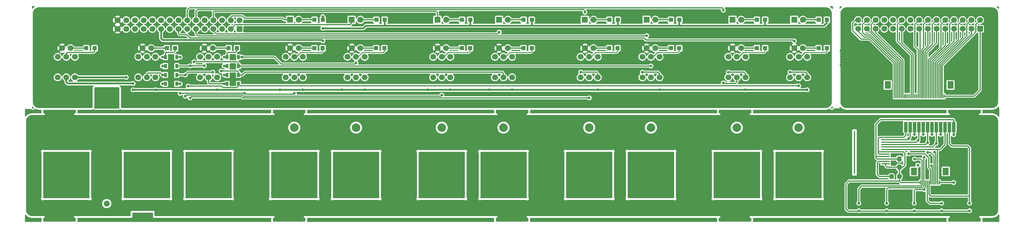
<source format=gbr>
%TF.GenerationSoftware,KiCad,Pcbnew,7.0.1*%
%TF.CreationDate,2024-04-02T15:57:58+09:00*%
%TF.ProjectId,Lift_Switch_V5.0,4c696674-5f53-4776-9974-63685f56352e,rev?*%
%TF.SameCoordinates,Original*%
%TF.FileFunction,Copper,L2,Bot*%
%TF.FilePolarity,Positive*%
%FSLAX46Y46*%
G04 Gerber Fmt 4.6, Leading zero omitted, Abs format (unit mm)*
G04 Created by KiCad (PCBNEW 7.0.1) date 2024-04-02 15:57:58*
%MOMM*%
%LPD*%
G01*
G04 APERTURE LIST*
G04 Aperture macros list*
%AMRoundRect*
0 Rectangle with rounded corners*
0 $1 Rounding radius*
0 $2 $3 $4 $5 $6 $7 $8 $9 X,Y pos of 4 corners*
0 Add a 4 corners polygon primitive as box body*
4,1,4,$2,$3,$4,$5,$6,$7,$8,$9,$2,$3,0*
0 Add four circle primitives for the rounded corners*
1,1,$1+$1,$2,$3*
1,1,$1+$1,$4,$5*
1,1,$1+$1,$6,$7*
1,1,$1+$1,$8,$9*
0 Add four rect primitives between the rounded corners*
20,1,$1+$1,$2,$3,$4,$5,0*
20,1,$1+$1,$4,$5,$6,$7,0*
20,1,$1+$1,$6,$7,$8,$9,0*
20,1,$1+$1,$8,$9,$2,$3,0*%
G04 Aperture macros list end*
%TA.AperFunction,ComponentPad*%
%ADD10R,1.800000X1.800000*%
%TD*%
%TA.AperFunction,ComponentPad*%
%ADD11C,1.800000*%
%TD*%
%TA.AperFunction,ComponentPad*%
%ADD12C,1.700000*%
%TD*%
%TA.AperFunction,SMDPad,CuDef*%
%ADD13R,1.300000X1.300000*%
%TD*%
%TA.AperFunction,SMDPad,CuDef*%
%ADD14RoundRect,0.312500X0.312500X-0.437500X0.312500X0.437500X-0.312500X0.437500X-0.312500X-0.437500X0*%
%TD*%
%TA.AperFunction,SMDPad,CuDef*%
%ADD15R,0.900000X1.200000*%
%TD*%
%TA.AperFunction,SMDPad,CuDef*%
%ADD16R,0.300000X1.300000*%
%TD*%
%TA.AperFunction,SMDPad,CuDef*%
%ADD17R,1.800000X2.200000*%
%TD*%
%TA.AperFunction,SMDPad,CuDef*%
%ADD18RoundRect,0.051471X1.198529X-0.123529X1.198529X0.123529X-1.198529X0.123529X-1.198529X-0.123529X0*%
%TD*%
%TA.AperFunction,ComponentPad*%
%ADD19RoundRect,0.250000X0.600000X-0.600000X0.600000X0.600000X-0.600000X0.600000X-0.600000X-0.600000X0*%
%TD*%
%TA.AperFunction,SMDPad,CuDef*%
%ADD20RoundRect,0.154412X0.370588X1.345588X-0.370588X1.345588X-0.370588X-1.345588X0.370588X-1.345588X0*%
%TD*%
%TA.AperFunction,SMDPad,CuDef*%
%ADD21RoundRect,0.325000X-0.325000X-0.325000X0.325000X-0.325000X0.325000X0.325000X-0.325000X0.325000X0*%
%TD*%
%TA.AperFunction,ViaPad*%
%ADD22C,0.800000*%
%TD*%
%TA.AperFunction,Conductor*%
%ADD23C,0.500000*%
%TD*%
%TA.AperFunction,Conductor*%
%ADD24C,0.300000*%
%TD*%
%TA.AperFunction,Conductor*%
%ADD25C,0.250000*%
%TD*%
G04 APERTURE END LIST*
D10*
%TO.P,D16,1,K*%
%TO.N,LIFT-4-UP-LED*%
X167825000Y-69750000D03*
D11*
%TO.P,D16,2,A*%
%TO.N,Net-(D16-A)*%
X170365000Y-69750000D03*
%TD*%
D10*
%TO.P,D9,1,K*%
%TO.N,LIFT-1-DOWN-LED*%
X278875000Y-69750000D03*
D11*
%TO.P,D9,2,A*%
%TO.N,Net-(D9-A)*%
X281415000Y-69750000D03*
%TD*%
D10*
%TO.P,D13,1,K*%
%TO.N,LIFT-3-DOWN-LED*%
X192825000Y-69750000D03*
D11*
%TO.P,D13,2,A*%
%TO.N,Net-(D13-A)*%
X195365000Y-69750000D03*
%TD*%
D10*
%TO.P,D11,1,K*%
%TO.N,LIFT-2-DOWN-LED*%
X235825000Y-69750000D03*
D11*
%TO.P,D11,2,A*%
%TO.N,Net-(D11-A)*%
X238365000Y-69750000D03*
%TD*%
D10*
%TO.P,D15,1,K*%
%TO.N,LIFT-4-DOWN-LED*%
X149825000Y-69750000D03*
D11*
%TO.P,D15,2,A*%
%TO.N,Net-(D15-A)*%
X152365000Y-69750000D03*
%TD*%
D12*
%TO.P,SW3,1,A*%
%TO.N,Net-(SW3-A)*%
X127350000Y-78050000D03*
%TO.P,SW3,2,K*%
%TO.N,GNDPWR*%
X124850000Y-78050000D03*
%TO.P,SW3,10,COM*%
%TO.N,unconnected-(SW3-COM-Pad10)*%
X123600000Y-80550000D03*
%TO.P,SW3,11,NO*%
%TO.N,unconnected-(SW3-NO-Pad11)*%
X126100000Y-80550000D03*
%TO.P,SW3,12,NC*%
%TO.N,unconnected-(SW3-NC-Pad12)*%
X128600000Y-80550000D03*
%TO.P,SW3,20,NC*%
%TO.N,unconnected-(SW3-NC-Pad20)*%
X123600000Y-86550000D03*
%TO.P,SW3,21,NO*%
%TO.N,Net-(D5-A)*%
X126100000Y-86550000D03*
%TO.P,SW3,22,COM*%
%TO.N,+12VA*%
X128600000Y-86550000D03*
%TD*%
%TO.P,SW7,1,A*%
%TO.N,Net-(SW7-A)*%
X213350000Y-78050000D03*
%TO.P,SW7,2,K*%
%TO.N,GNDPWR*%
X210850000Y-78050000D03*
%TO.P,SW7,10,COM*%
%TO.N,+12VA*%
X209600000Y-80550000D03*
%TO.P,SW7,11,NO*%
%TO.N,Net-(R7-Pad2)*%
X212100000Y-80550000D03*
%TO.P,SW7,12,NC*%
%TO.N,unconnected-(SW7-NC-Pad12)*%
X214600000Y-80550000D03*
%TO.P,SW7,20,NC*%
%TO.N,unconnected-(SW7-NC-Pad20)*%
X209600000Y-86550000D03*
%TO.P,SW7,21,NO*%
%TO.N,LIFT-3-UP-SW*%
X212100000Y-86550000D03*
%TO.P,SW7,22,COM*%
%TO.N,+12VA*%
X214600000Y-86550000D03*
%TD*%
%TO.P,SW2,1,A*%
%TO.N,Net-(SW2-A)*%
X109350000Y-78050000D03*
%TO.P,SW2,2,K*%
%TO.N,GNDPWR*%
X106850000Y-78050000D03*
%TO.P,SW2,10,COM*%
%TO.N,unconnected-(SW2-COM-Pad10)*%
X105600000Y-80550000D03*
%TO.P,SW2,11,NO*%
%TO.N,unconnected-(SW2-NO-Pad11)*%
X108100000Y-80550000D03*
%TO.P,SW2,12,NC*%
%TO.N,unconnected-(SW2-NC-Pad12)*%
X110600000Y-80550000D03*
%TO.P,SW2,20,NC*%
%TO.N,unconnected-(SW2-NC-Pad20)*%
X105600000Y-86550000D03*
%TO.P,SW2,21,NO*%
%TO.N,Net-(D1-A)*%
X108100000Y-86550000D03*
%TO.P,SW2,22,COM*%
%TO.N,+12VA*%
X110600000Y-86550000D03*
%TD*%
%TO.P,SW5,1,A*%
%TO.N,Net-(SW5-A)*%
X170350000Y-78050000D03*
%TO.P,SW5,2,K*%
%TO.N,GNDPWR*%
X167850000Y-78050000D03*
%TO.P,SW5,10,COM*%
%TO.N,+12VA*%
X166600000Y-80550000D03*
%TO.P,SW5,11,NO*%
%TO.N,Net-(R5-Pad2)*%
X169100000Y-80550000D03*
%TO.P,SW5,12,NC*%
%TO.N,unconnected-(SW5-NC-Pad12)*%
X171600000Y-80550000D03*
%TO.P,SW5,20,NC*%
%TO.N,unconnected-(SW5-NC-Pad20)*%
X166600000Y-86550000D03*
%TO.P,SW5,21,NO*%
%TO.N,LIFT-4-UP-SW*%
X169100000Y-86550000D03*
%TO.P,SW5,22,COM*%
%TO.N,+12VA*%
X171600000Y-86550000D03*
%TD*%
%TO.P,SW1,1,A*%
%TO.N,Net-(SW1-A)*%
X85850000Y-78050000D03*
%TO.P,SW1,2,K*%
%TO.N,GNDPWR*%
X83350000Y-78050000D03*
%TO.P,SW1,10,COM*%
%TO.N,unconnected-(SW1-COM-Pad10)*%
X82100000Y-80550000D03*
%TO.P,SW1,11,NO*%
%TO.N,unconnected-(SW1-NO-Pad11)*%
X84600000Y-80550000D03*
%TO.P,SW1,12,NC*%
%TO.N,unconnected-(SW1-NC-Pad12)*%
X87100000Y-80550000D03*
%TO.P,SW1,20,NC*%
%TO.N,unconnected-(SW1-NC-Pad20)*%
X82100000Y-86550000D03*
%TO.P,SW1,21,NO*%
%TO.N,+12VA*%
X84600000Y-86550000D03*
%TO.P,SW1,22,COM*%
%TO.N,+12P*%
X87100000Y-86550000D03*
%TD*%
%TO.P,SW10,1,A*%
%TO.N,Net-(SW10-A)*%
X281410000Y-78050000D03*
%TO.P,SW10,2,K*%
%TO.N,GNDPWR*%
X278910000Y-78050000D03*
%TO.P,SW10,10,COM*%
%TO.N,+12VA*%
X277660000Y-80550000D03*
%TO.P,SW10,11,NO*%
%TO.N,Net-(R10-Pad2)*%
X280160000Y-80550000D03*
%TO.P,SW10,12,NC*%
%TO.N,unconnected-(SW10-NC-Pad12)*%
X282660000Y-80550000D03*
%TO.P,SW10,20,NC*%
%TO.N,unconnected-(SW10-NC-Pad20)*%
X277660000Y-86550000D03*
%TO.P,SW10,21,NO*%
%TO.N,LIFT-1-DOWN-SW*%
X280160000Y-86550000D03*
%TO.P,SW10,22,COM*%
%TO.N,+12VA*%
X282660000Y-86550000D03*
%TD*%
%TO.P,SW8,1,A*%
%TO.N,Net-(SW8-A)*%
X238350000Y-78050000D03*
%TO.P,SW8,2,K*%
%TO.N,GNDPWR*%
X235850000Y-78050000D03*
%TO.P,SW8,10,COM*%
%TO.N,+12VA*%
X234600000Y-80550000D03*
%TO.P,SW8,11,NO*%
%TO.N,Net-(R8-Pad2)*%
X237100000Y-80550000D03*
%TO.P,SW8,12,NC*%
%TO.N,unconnected-(SW8-NC-Pad12)*%
X239600000Y-80550000D03*
%TO.P,SW8,20,NC*%
%TO.N,unconnected-(SW8-NC-Pad20)*%
X234600000Y-86550000D03*
%TO.P,SW8,21,NO*%
%TO.N,LIFT-2-DOWN-SW*%
X237100000Y-86550000D03*
%TO.P,SW8,22,COM*%
%TO.N,+12VA*%
X239600000Y-86550000D03*
%TD*%
%TO.P,SW11,1,A*%
%TO.N,Net-(SW11-A)*%
X299410000Y-78050000D03*
%TO.P,SW11,2,K*%
%TO.N,GNDPWR*%
X296910000Y-78050000D03*
%TO.P,SW11,10,COM*%
%TO.N,+12VA*%
X295660000Y-80550000D03*
%TO.P,SW11,11,NO*%
%TO.N,Net-(R11-Pad2)*%
X298160000Y-80550000D03*
%TO.P,SW11,12,NC*%
%TO.N,unconnected-(SW11-NC-Pad12)*%
X300660000Y-80550000D03*
%TO.P,SW11,20,NC*%
%TO.N,unconnected-(SW11-NC-Pad20)*%
X295660000Y-86550000D03*
%TO.P,SW11,21,NO*%
%TO.N,LIFT-1-UP-SW*%
X298160000Y-86550000D03*
%TO.P,SW11,22,COM*%
%TO.N,+12VA*%
X300660000Y-86550000D03*
%TD*%
%TO.P,SW6,1,A*%
%TO.N,Net-(SW6-A)*%
X195350000Y-78050000D03*
%TO.P,SW6,2,K*%
%TO.N,GNDPWR*%
X192850000Y-78050000D03*
%TO.P,SW6,10,COM*%
%TO.N,+12VA*%
X191600000Y-80550000D03*
%TO.P,SW6,11,NO*%
%TO.N,Net-(R6-Pad2)*%
X194100000Y-80550000D03*
%TO.P,SW6,12,NC*%
%TO.N,unconnected-(SW6-NC-Pad12)*%
X196600000Y-80550000D03*
%TO.P,SW6,20,NC*%
%TO.N,unconnected-(SW6-NC-Pad20)*%
X191600000Y-86550000D03*
%TO.P,SW6,21,NO*%
%TO.N,LIFT-3-DOWN-SW*%
X194100000Y-86550000D03*
%TO.P,SW6,22,COM*%
%TO.N,+12VA*%
X196600000Y-86550000D03*
%TD*%
D10*
%TO.P,D12,1,K*%
%TO.N,LIFT-2-UP-LED*%
X253825000Y-69750000D03*
D11*
%TO.P,D12,2,A*%
%TO.N,Net-(D12-A)*%
X256365000Y-69750000D03*
%TD*%
D12*
%TO.P,SW4,1,A*%
%TO.N,Net-(SW4-A)*%
X152350000Y-78050000D03*
%TO.P,SW4,2,K*%
%TO.N,GNDPWR*%
X149850000Y-78050000D03*
%TO.P,SW4,10,COM*%
%TO.N,+12VA*%
X148600000Y-80550000D03*
%TO.P,SW4,11,NO*%
%TO.N,Net-(R4-Pad2)*%
X151100000Y-80550000D03*
%TO.P,SW4,12,NC*%
%TO.N,unconnected-(SW4-NC-Pad12)*%
X153600000Y-80550000D03*
%TO.P,SW4,20,NC*%
%TO.N,unconnected-(SW4-NC-Pad20)*%
X148600000Y-86550000D03*
%TO.P,SW4,21,NO*%
%TO.N,LIFT-4-DOWN-SW*%
X151100000Y-86550000D03*
%TO.P,SW4,22,COM*%
%TO.N,+12VA*%
X153600000Y-86550000D03*
%TD*%
D10*
%TO.P,D10,1,K*%
%TO.N,LIFT-1-UP-LED*%
X296875000Y-69750000D03*
D11*
%TO.P,D10,2,A*%
%TO.N,Net-(D10-A)*%
X299415000Y-69750000D03*
%TD*%
D10*
%TO.P,D14,1,K*%
%TO.N,LIFT-3-UP-LED*%
X210825000Y-69750000D03*
D11*
%TO.P,D14,2,A*%
%TO.N,Net-(D14-A)*%
X213365000Y-69750000D03*
%TD*%
D12*
%TO.P,SW9,1,A*%
%TO.N,Net-(SW9-A)*%
X256350000Y-78050000D03*
%TO.P,SW9,2,K*%
%TO.N,GNDPWR*%
X253850000Y-78050000D03*
%TO.P,SW9,10,COM*%
%TO.N,+12VA*%
X252600000Y-80550000D03*
%TO.P,SW9,11,NO*%
%TO.N,Net-(R9-Pad2)*%
X255100000Y-80550000D03*
%TO.P,SW9,12,NC*%
%TO.N,unconnected-(SW9-NC-Pad12)*%
X257600000Y-80550000D03*
%TO.P,SW9,20,NC*%
%TO.N,unconnected-(SW9-NC-Pad20)*%
X252600000Y-86550000D03*
%TO.P,SW9,21,NO*%
%TO.N,LIFT-2-UP-SW*%
X255100000Y-86550000D03*
%TO.P,SW9,22,COM*%
%TO.N,+12VA*%
X257600000Y-86550000D03*
%TD*%
D13*
%TO.P,R8,1*%
%TO.N,Net-(SW8-A)*%
X242940000Y-78050000D03*
%TO.P,R8,2*%
%TO.N,Net-(R8-Pad2)*%
X245340000Y-78050000D03*
%TD*%
D14*
%TO.P,C1,1*%
%TO.N,Net-(J2-Pin_1)*%
X327550000Y-112800000D03*
%TO.P,C1,2*%
%TO.N,3.3V*%
X327550000Y-110400000D03*
%TD*%
D15*
%TO.P,D3,1,A*%
%TO.N,Net-(D1-A)*%
X113500000Y-85850000D03*
%TO.P,D3,2,K*%
%TO.N,LIFT-3-DOWN-SW*%
X116800000Y-85850000D03*
%TD*%
D13*
%TO.P,R4,1*%
%TO.N,Net-(SW4-A)*%
X156940000Y-78050000D03*
%TO.P,R4,2*%
%TO.N,Net-(R4-Pad2)*%
X159340000Y-78050000D03*
%TD*%
D15*
%TO.P,D1,1,A*%
%TO.N,Net-(D1-A)*%
X113510000Y-80650000D03*
%TO.P,D1,2,K*%
%TO.N,LIFT-1-DOWN-SW*%
X116810000Y-80650000D03*
%TD*%
D13*
%TO.P,R9,1*%
%TO.N,Net-(SW9-A)*%
X260940000Y-78050000D03*
%TO.P,R9,2*%
%TO.N,Net-(R9-Pad2)*%
X263340000Y-78050000D03*
%TD*%
D15*
%TO.P,D4,1,A*%
%TO.N,Net-(D1-A)*%
X113500000Y-88450000D03*
%TO.P,D4,2,K*%
%TO.N,LIFT-4-DOWN-SW*%
X116800000Y-88450000D03*
%TD*%
D13*
%TO.P,R2,1*%
%TO.N,Net-(SW2-A)*%
X113940000Y-78050000D03*
%TO.P,R2,2*%
%TO.N,Net-(D1-A)*%
X116340000Y-78050000D03*
%TD*%
D15*
%TO.P,D7,1,A*%
%TO.N,Net-(D5-A)*%
X131520000Y-85850000D03*
%TO.P,D7,2,K*%
%TO.N,LIFT-3-UP-SW*%
X134820000Y-85850000D03*
%TD*%
D13*
%TO.P,R17,1*%
%TO.N,Net-(D14-A)*%
X217950000Y-69750000D03*
%TO.P,R17,2*%
%TO.N,+5VL*%
X220350000Y-69750000D03*
%TD*%
%TO.P,R7,1*%
%TO.N,Net-(SW7-A)*%
X217940000Y-78050000D03*
%TO.P,R7,2*%
%TO.N,Net-(R7-Pad2)*%
X220340000Y-78050000D03*
%TD*%
%TO.P,R16,1*%
%TO.N,Net-(D13-A)*%
X200000000Y-69750000D03*
%TO.P,R16,2*%
%TO.N,+5VL*%
X202400000Y-69750000D03*
%TD*%
D15*
%TO.P,D5,1,A*%
%TO.N,Net-(D5-A)*%
X131520000Y-80650000D03*
%TO.P,D5,2,K*%
%TO.N,LIFT-4-UP-SW*%
X134820000Y-80650000D03*
%TD*%
D13*
%TO.P,R13,1*%
%TO.N,Net-(D10-A)*%
X304000000Y-69750000D03*
%TO.P,R13,2*%
%TO.N,+5VL*%
X306400000Y-69750000D03*
%TD*%
D16*
%TO.P,J3,1,Pin_1*%
%TO.N,3.3V*%
X339165000Y-117300000D03*
%TO.P,J3,2,Pin_2*%
%TO.N,D{slash}C*%
X338665000Y-117300000D03*
%TO.P,J3,3,Pin_3*%
%TO.N,CS*%
X338165000Y-117300000D03*
%TO.P,J3,4,Pin_4*%
%TO.N,SCL*%
X337665000Y-117300000D03*
%TO.P,J3,5,Pin_5*%
%TO.N,SDA*%
X337165000Y-117300000D03*
%TO.P,J3,6,Pin_6*%
%TO.N,RESET*%
X336665000Y-117300000D03*
%TO.P,J3,7,Pin_7*%
%TO.N,SW_1*%
X336165000Y-117300000D03*
%TO.P,J3,8,Pin_8*%
%TO.N,SW_2*%
X335665000Y-117300000D03*
%TO.P,J3,9,Pin_9*%
%TO.N,SW_3*%
X335165000Y-117300000D03*
%TO.P,J3,10,Pin_10*%
%TO.N,SW_4*%
X334665000Y-117300000D03*
%TO.P,J3,11,Pin_11*%
%TO.N,SW_5*%
X334165000Y-117300000D03*
%TO.P,J3,12,Pin_12*%
%TO.N,Net-(J2-Pin_1)*%
X333665000Y-117300000D03*
D17*
%TO.P,J3,MP*%
%TO.N,N/C*%
X331765000Y-114050000D03*
X341065000Y-114050000D03*
%TD*%
D15*
%TO.P,D2,1,A*%
%TO.N,Net-(D1-A)*%
X113500000Y-83250000D03*
%TO.P,D2,2,K*%
%TO.N,LIFT-2-DOWN-SW*%
X116800000Y-83250000D03*
%TD*%
D13*
%TO.P,R5,1*%
%TO.N,Net-(SW5-A)*%
X174940000Y-78050000D03*
%TO.P,R5,2*%
%TO.N,Net-(R5-Pad2)*%
X177340000Y-78050000D03*
%TD*%
%TO.P,R11,1*%
%TO.N,Net-(SW11-A)*%
X304000000Y-78050000D03*
%TO.P,R11,2*%
%TO.N,Net-(R11-Pad2)*%
X306400000Y-78050000D03*
%TD*%
%TO.P,R12,1*%
%TO.N,Net-(D9-A)*%
X286000000Y-69750000D03*
%TO.P,R12,2*%
%TO.N,+5VL*%
X288400000Y-69750000D03*
%TD*%
%TO.P,R18,1*%
%TO.N,Net-(D15-A)*%
X157000000Y-69750000D03*
%TO.P,R18,2*%
%TO.N,+5VL*%
X159400000Y-69750000D03*
%TD*%
%TO.P,R15,1*%
%TO.N,Net-(D12-A)*%
X260950000Y-69750000D03*
%TO.P,R15,2*%
%TO.N,+5VL*%
X263350000Y-69750000D03*
%TD*%
D18*
%TO.P,J2,1,Pin_1*%
%TO.N,Net-(J2-Pin_1)*%
X323500000Y-111800000D03*
%TO.P,J2,2,Pin_2*%
%TO.N,LED-K*%
X323500000Y-111100000D03*
%TO.P,J2,3,Pin_3*%
%TO.N,3.3V*%
X323500000Y-110400000D03*
%TO.P,J2,4,Pin_4*%
X323500000Y-109700000D03*
%TO.P,J2,5,Pin_5*%
%TO.N,Net-(J2-Pin_1)*%
X323500000Y-109000000D03*
%TO.P,J2,6,Pin_6*%
X323500000Y-108300000D03*
%TO.P,J2,7,Pin_7*%
%TO.N,D{slash}C*%
X323500000Y-107600000D03*
%TO.P,J2,8,Pin_8*%
%TO.N,CS*%
X323500000Y-106900000D03*
%TO.P,J2,9,Pin_9*%
%TO.N,SCL*%
X323500000Y-106200000D03*
%TO.P,J2,10,Pin_10*%
%TO.N,SDA*%
X323500000Y-105500000D03*
%TO.P,J2,11,Pin_11*%
%TO.N,RESET*%
X323500000Y-104800000D03*
%TO.P,J2,12,Pin_12*%
%TO.N,Net-(J2-Pin_1)*%
X323500000Y-104100000D03*
%TD*%
D13*
%TO.P,R19,1*%
%TO.N,Net-(D16-A)*%
X175050000Y-69750000D03*
%TO.P,R19,2*%
%TO.N,+5VL*%
X177450000Y-69750000D03*
%TD*%
D19*
%TO.P,J5,1,Pin_1*%
%TO.N,Net-(J5-Pin_1)*%
X351080000Y-72350000D03*
D12*
%TO.P,J5,2,Pin_2*%
%TO.N,Net-(J5-Pin_2)*%
X351080000Y-69810000D03*
%TO.P,J5,3,Pin_3*%
%TO.N,Net-(J5-Pin_3)*%
X348540000Y-72350000D03*
%TO.P,J5,4,Pin_4*%
%TO.N,Net-(J5-Pin_4)*%
X348540000Y-69810000D03*
%TO.P,J5,5,Pin_5*%
%TO.N,Net-(J5-Pin_5)*%
X346000000Y-72350000D03*
%TO.P,J5,6,Pin_6*%
%TO.N,Net-(J5-Pin_6)*%
X346000000Y-69810000D03*
%TO.P,J5,7,Pin_7*%
%TO.N,Net-(J5-Pin_7)*%
X343460000Y-72350000D03*
%TO.P,J5,8,Pin_8*%
%TO.N,Net-(J5-Pin_8)*%
X343460000Y-69810000D03*
%TO.P,J5,9,Pin_9*%
%TO.N,Net-(J5-Pin_9)*%
X340920000Y-72350000D03*
%TO.P,J5,10,Pin_10*%
%TO.N,Net-(J5-Pin_10)*%
X340920000Y-69810000D03*
%TO.P,J5,11,Pin_11*%
%TO.N,Net-(J5-Pin_11)*%
X338380000Y-72350000D03*
%TO.P,J5,12,Pin_12*%
%TO.N,Net-(J5-Pin_12)*%
X338380000Y-69810000D03*
%TO.P,J5,13,Pin_13*%
%TO.N,Net-(J5-Pin_13)*%
X335840000Y-72350000D03*
%TO.P,J5,14,Pin_14*%
%TO.N,Net-(J5-Pin_14)*%
X335840000Y-69810000D03*
%TO.P,J5,15,Pin_15*%
%TO.N,Net-(J5-Pin_15)*%
X333300000Y-72350000D03*
%TO.P,J5,16,Pin_16*%
%TO.N,Net-(J5-Pin_16)*%
X333300000Y-69810000D03*
%TO.P,J5,17,Pin_17*%
%TO.N,unconnected-(J5-Pin_17-Pad17)*%
X330760000Y-72350000D03*
%TO.P,J5,18,Pin_18*%
%TO.N,unconnected-(J5-Pin_18-Pad18)*%
X330760000Y-69810000D03*
%TO.P,J5,19,Pin_19*%
%TO.N,Net-(J5-Pin_19)*%
X328220000Y-72350000D03*
%TO.P,J5,20,Pin_20*%
%TO.N,Net-(J5-Pin_20)*%
X328220000Y-69810000D03*
%TO.P,J5,21,Pin_21*%
%TO.N,unconnected-(J5-Pin_21-Pad21)*%
X325680000Y-72350000D03*
%TO.P,J5,22,Pin_22*%
%TO.N,unconnected-(J5-Pin_22-Pad22)*%
X325680000Y-69810000D03*
%TO.P,J5,23,Pin_23*%
%TO.N,unconnected-(J5-Pin_23-Pad23)*%
X323140000Y-72350000D03*
%TO.P,J5,24,Pin_24*%
%TO.N,unconnected-(J5-Pin_24-Pad24)*%
X323140000Y-69810000D03*
%TO.P,J5,25,Pin_25*%
%TO.N,Net-(J5-Pin_25)*%
X320600000Y-72350000D03*
%TO.P,J5,26,Pin_26*%
%TO.N,Net-(J5-Pin_26)*%
X320600000Y-69810000D03*
%TO.P,J5,27,Pin_27*%
%TO.N,Net-(J5-Pin_27)*%
X318060000Y-72350000D03*
%TO.P,J5,28,Pin_28*%
%TO.N,Net-(J5-Pin_28)*%
X318060000Y-69810000D03*
%TO.P,J5,29,Pin_29*%
%TO.N,Net-(J5-Pin_29)*%
X315520000Y-72350000D03*
%TO.P,J5,30,Pin_30*%
%TO.N,Net-(J5-Pin_30)*%
X315520000Y-69810000D03*
%TD*%
D20*
%TO.P,J4,A1,Pin_1*%
%TO.N,3.3V*%
X343400000Y-101100000D03*
%TO.P,J4,A2,Pin_2*%
%TO.N,D{slash}C*%
X340860000Y-101100000D03*
%TO.P,J4,A3,Pin_3*%
%TO.N,CS*%
X338320000Y-101100000D03*
%TO.P,J4,A4,Pin_4*%
%TO.N,SCL*%
X335780000Y-101100000D03*
%TO.P,J4,A5,Pin_5*%
%TO.N,SDA*%
X333240000Y-101100000D03*
%TO.P,J4,A6,Pin_6*%
%TO.N,RESET*%
X330700000Y-101100000D03*
%TO.P,J4,B1,Pin_7*%
%TO.N,SW_1*%
X342130000Y-101100000D03*
%TO.P,J4,B2,Pin_8*%
%TO.N,SW_2*%
X339590000Y-101100000D03*
%TO.P,J4,B3,Pin_9*%
%TO.N,SW_3*%
X337050000Y-101100000D03*
%TO.P,J4,B4,Pin_10*%
%TO.N,SW_4*%
X334510000Y-101100000D03*
%TO.P,J4,B5,Pin_11*%
%TO.N,SW_5*%
X331970000Y-101100000D03*
%TO.P,J4,B6,Pin_12*%
%TO.N,Net-(J2-Pin_1)*%
X329430000Y-101100000D03*
%TD*%
D13*
%TO.P,R3,1*%
%TO.N,Net-(SW3-A)*%
X131940000Y-78050000D03*
%TO.P,R3,2*%
%TO.N,Net-(D5-A)*%
X134340000Y-78050000D03*
%TD*%
D15*
%TO.P,D6,1,A*%
%TO.N,Net-(D5-A)*%
X131520000Y-83250000D03*
%TO.P,D6,2,K*%
%TO.N,LIFT-2-UP-SW*%
X134820000Y-83250000D03*
%TD*%
D13*
%TO.P,R1,1*%
%TO.N,Net-(SW1-A)*%
X90440000Y-78050000D03*
%TO.P,R1,2*%
%TO.N,+12VA*%
X92840000Y-78050000D03*
%TD*%
%TO.P,R6,1*%
%TO.N,Net-(SW6-A)*%
X199940000Y-78050000D03*
%TO.P,R6,2*%
%TO.N,Net-(R6-Pad2)*%
X202340000Y-78050000D03*
%TD*%
D21*
%TO.P,R20,1*%
%TO.N,LED-K*%
X325250000Y-115550000D03*
%TO.P,R20,2*%
%TO.N,Net-(J2-Pin_1)*%
X327550000Y-115550000D03*
%TD*%
D13*
%TO.P,R14,1*%
%TO.N,Net-(D11-A)*%
X243000000Y-69750000D03*
%TO.P,R14,2*%
%TO.N,+5VL*%
X245400000Y-69750000D03*
%TD*%
D16*
%TO.P,J7,1,Pin_1*%
%TO.N,Net-(J5-Pin_1)*%
X340550000Y-92050000D03*
%TO.P,J7,2,Pin_2*%
%TO.N,Net-(J5-Pin_2)*%
X340050000Y-92050000D03*
%TO.P,J7,3,Pin_3*%
%TO.N,Net-(J5-Pin_3)*%
X339550000Y-92050000D03*
%TO.P,J7,4,Pin_4*%
%TO.N,Net-(J5-Pin_4)*%
X339050000Y-92050000D03*
%TO.P,J7,5,Pin_5*%
%TO.N,Net-(J5-Pin_5)*%
X338550000Y-92050000D03*
%TO.P,J7,6,Pin_6*%
%TO.N,Net-(J5-Pin_6)*%
X338050000Y-92050000D03*
%TO.P,J7,7,Pin_7*%
%TO.N,Net-(J5-Pin_7)*%
X337550000Y-92050000D03*
%TO.P,J7,8,Pin_8*%
%TO.N,Net-(J5-Pin_8)*%
X337050000Y-92050000D03*
%TO.P,J7,9,Pin_9*%
%TO.N,Net-(J5-Pin_9)*%
X336550000Y-92050000D03*
%TO.P,J7,10,Pin_10*%
%TO.N,Net-(J5-Pin_10)*%
X336050000Y-92050000D03*
%TO.P,J7,11,Pin_11*%
%TO.N,Net-(J5-Pin_11)*%
X335550000Y-92050000D03*
%TO.P,J7,12,Pin_12*%
%TO.N,Net-(J5-Pin_12)*%
X335050000Y-92050000D03*
%TO.P,J7,13,Pin_13*%
%TO.N,Net-(J5-Pin_13)*%
X334550000Y-92050000D03*
%TO.P,J7,14,Pin_14*%
%TO.N,Net-(J5-Pin_14)*%
X334050000Y-92050000D03*
%TO.P,J7,15,Pin_15*%
%TO.N,Net-(J5-Pin_15)*%
X333550000Y-92050000D03*
%TO.P,J7,16,Pin_16*%
%TO.N,Net-(J5-Pin_16)*%
X333050000Y-92050000D03*
%TO.P,J7,17,Pin_17*%
%TO.N,unconnected-(J7-Pin_17-Pad17)*%
X332550000Y-92050000D03*
%TO.P,J7,18,Pin_18*%
%TO.N,unconnected-(J7-Pin_18-Pad18)*%
X332050000Y-92050000D03*
%TO.P,J7,19,Pin_19*%
%TO.N,Net-(J5-Pin_19)*%
X331550000Y-92050000D03*
%TO.P,J7,20,Pin_20*%
%TO.N,Net-(J5-Pin_20)*%
X331050000Y-92050000D03*
%TO.P,J7,21,Pin_21*%
%TO.N,unconnected-(J7-Pin_21-Pad21)*%
X330550000Y-92050000D03*
%TO.P,J7,22,Pin_22*%
%TO.N,unconnected-(J7-Pin_22-Pad22)*%
X330050000Y-92050000D03*
%TO.P,J7,23,Pin_23*%
%TO.N,unconnected-(J7-Pin_23-Pad23)*%
X329550000Y-92050000D03*
%TO.P,J7,24,Pin_24*%
%TO.N,unconnected-(J7-Pin_24-Pad24)*%
X329050000Y-92050000D03*
%TO.P,J7,25,Pin_25*%
%TO.N,Net-(J5-Pin_25)*%
X328550000Y-92050000D03*
%TO.P,J7,26,Pin_26*%
%TO.N,Net-(J5-Pin_26)*%
X328050000Y-92050000D03*
%TO.P,J7,27,Pin_27*%
%TO.N,Net-(J5-Pin_27)*%
X327550000Y-92050000D03*
%TO.P,J7,28,Pin_28*%
%TO.N,Net-(J5-Pin_28)*%
X327050000Y-92050000D03*
%TO.P,J7,29,Pin_29*%
%TO.N,Net-(J5-Pin_29)*%
X326550000Y-92050000D03*
%TO.P,J7,30,Pin_30*%
%TO.N,Net-(J5-Pin_30)*%
X326050000Y-92050000D03*
D17*
%TO.P,J7,MP*%
%TO.N,N/C*%
X324150000Y-88800000D03*
X342450000Y-88800000D03*
%TD*%
D15*
%TO.P,D8,1,A*%
%TO.N,Net-(D5-A)*%
X131520000Y-88450000D03*
%TO.P,D8,2,K*%
%TO.N,LIFT-1-UP-SW*%
X134820000Y-88450000D03*
%TD*%
D13*
%TO.P,R10,1*%
%TO.N,Net-(SW10-A)*%
X286000000Y-78050000D03*
%TO.P,R10,2*%
%TO.N,Net-(R10-Pad2)*%
X288400000Y-78050000D03*
%TD*%
D19*
%TO.P,J1,1,Pin_1*%
%TO.N,LIFT-4-UP-SW*%
X135110000Y-72390000D03*
D12*
%TO.P,J1,2,Pin_2*%
%TO.N,LIFT-4-DOWN-SW*%
X135110000Y-69850000D03*
%TO.P,J1,3,Pin_3*%
%TO.N,LIFT-4-UP-LED*%
X132570000Y-72390000D03*
%TO.P,J1,4,Pin_4*%
%TO.N,LIFT-4-DOWN-LED*%
X132570000Y-69850000D03*
%TO.P,J1,5,Pin_5*%
%TO.N,LIFT-3-UP-SW*%
X130030000Y-72390000D03*
%TO.P,J1,6,Pin_6*%
%TO.N,LIFT-3-DOWN-SW*%
X130030000Y-69850000D03*
%TO.P,J1,7,Pin_7*%
%TO.N,LIFT-3-UP-LED*%
X127490000Y-72390000D03*
%TO.P,J1,8,Pin_8*%
%TO.N,LIFT-3-DOWN-LED*%
X127490000Y-69850000D03*
%TO.P,J1,9,Pin_9*%
%TO.N,LIFT-2-UP-SW*%
X124950000Y-72390000D03*
%TO.P,J1,10,Pin_10*%
%TO.N,LIFT-2-DOWN-SW*%
X124950000Y-69850000D03*
%TO.P,J1,11,Pin_11*%
%TO.N,LIFT-2-UP-LED*%
X122410000Y-72390000D03*
%TO.P,J1,12,Pin_12*%
%TO.N,LIFT-2-DOWN-LED*%
X122410000Y-69850000D03*
%TO.P,J1,13,Pin_13*%
%TO.N,LIFT-1-UP-SW*%
X119870000Y-72390000D03*
%TO.P,J1,14,Pin_14*%
%TO.N,LIFT-1-DOWN-SW*%
X119870000Y-69850000D03*
%TO.P,J1,15,Pin_15*%
%TO.N,LIFT-1-UP-LED*%
X117330000Y-72390000D03*
%TO.P,J1,16,Pin_16*%
%TO.N,LIFT-1-DOWN-LED*%
X117330000Y-69850000D03*
%TO.P,J1,17,Pin_17*%
%TO.N,unconnected-(J1-Pin_17-Pad17)*%
X114790000Y-72390000D03*
%TO.P,J1,18,Pin_18*%
%TO.N,unconnected-(J1-Pin_18-Pad18)*%
X114790000Y-69850000D03*
%TO.P,J1,19,Pin_19*%
%TO.N,+5VL*%
X112250000Y-72390000D03*
%TO.P,J1,20,Pin_20*%
X112250000Y-69850000D03*
%TO.P,J1,21,Pin_21*%
%TO.N,unconnected-(J1-Pin_21-Pad21)*%
X109710000Y-72390000D03*
%TO.P,J1,22,Pin_22*%
%TO.N,unconnected-(J1-Pin_22-Pad22)*%
X109710000Y-69850000D03*
%TO.P,J1,23,Pin_23*%
%TO.N,unconnected-(J1-Pin_23-Pad23)*%
X107170000Y-72390000D03*
%TO.P,J1,24,Pin_24*%
%TO.N,unconnected-(J1-Pin_24-Pad24)*%
X107170000Y-69850000D03*
%TO.P,J1,25,Pin_25*%
%TO.N,+12VA*%
X104630000Y-72390000D03*
%TO.P,J1,26,Pin_26*%
X104630000Y-69850000D03*
%TO.P,J1,27,Pin_27*%
%TO.N,+12P*%
X102090000Y-72390000D03*
%TO.P,J1,28,Pin_28*%
X102090000Y-69850000D03*
%TO.P,J1,29,Pin_29*%
%TO.N,GNDPWR*%
X99550000Y-72390000D03*
%TO.P,J1,30,Pin_30*%
X99550000Y-69850000D03*
%TD*%
D22*
%TO.N,+12P*%
X102100000Y-86550000D03*
%TO.N,LIFT-1-UP-SW*%
X120150000Y-89100000D03*
X298150000Y-89000000D03*
%TO.N,+12VA*%
X104080000Y-88350000D03*
X171590000Y-90210000D03*
X153600000Y-90210000D03*
X252590000Y-85038263D03*
X282630000Y-90210000D03*
X300660000Y-90210000D03*
X146910000Y-90205524D03*
X207910000Y-90210000D03*
X277650000Y-85050000D03*
X257610000Y-90210000D03*
X110630000Y-90210000D03*
X295640000Y-85043465D03*
X196600000Y-90210000D03*
X164910000Y-90205524D03*
X104080000Y-90210000D03*
X239610000Y-90210000D03*
X214590000Y-90210000D03*
X189960000Y-90209713D03*
X128600000Y-90210000D03*
X234590000Y-85031169D03*
%TO.N,LIFT-2-UP-SW*%
X255100000Y-83250000D03*
X121850000Y-82000000D03*
%TO.N,LIFT-3-UP-SW*%
X129750000Y-84700000D03*
%TO.N,LIFT-4-UP-SW*%
X169100000Y-82350000D03*
X135850000Y-80650000D03*
%TO.N,LIFT-1-DOWN-SW*%
X276200000Y-66950000D03*
X117850000Y-80650000D03*
X276200000Y-88150000D03*
%TO.N,LIFT-2-DOWN-SW*%
X124850000Y-83200000D03*
X237100000Y-92550000D03*
X120700000Y-83200000D03*
X120700000Y-92550000D03*
%TO.N,LIFT-3-DOWN-SW*%
X119300000Y-85850000D03*
X194100000Y-91750000D03*
X119300000Y-92050000D03*
X127350000Y-85050000D03*
%TO.N,LIFT-4-DOWN-SW*%
X136600000Y-91250000D03*
X117800000Y-91250000D03*
X151100000Y-91250000D03*
X117800000Y-88450000D03*
%TO.N,LIFT-3-UP-LED*%
X210850000Y-73350000D03*
%TO.N,Net-(D1-A)*%
X112650000Y-80650000D03*
X112650000Y-88450000D03*
X112650000Y-83250000D03*
X112650000Y-85850000D03*
%TO.N,Net-(D5-A)*%
X130650000Y-80650000D03*
X130650000Y-85850000D03*
X130650000Y-88450000D03*
X130650000Y-83250000D03*
%TO.N,LIFT-2-UP-LED*%
X253850000Y-74350000D03*
%TO.N,LIFT-2-DOWN-LED*%
X235850000Y-67550000D03*
%TO.N,LIFT-1-UP-LED*%
X296900000Y-75950000D03*
%TO.N,+5VL*%
X159400000Y-72225000D03*
X159400000Y-75900000D03*
X159400000Y-68800000D03*
%TO.N,CS*%
X338320000Y-105880000D03*
X337850000Y-108400000D03*
%TO.N,SCL*%
X335750000Y-108500000D03*
X335780000Y-105570000D03*
%TO.N,SDA*%
X336900000Y-112400000D03*
X332950000Y-105000000D03*
X332950000Y-112200000D03*
%TO.N,RESET*%
X330250000Y-108900000D03*
X330275000Y-104425000D03*
%TO.N,SW_1*%
X348000000Y-123350000D03*
%TO.N,SW_2*%
X339900000Y-123350000D03*
X339600000Y-103250000D03*
%TO.N,SW_3*%
X334750000Y-119350000D03*
X337050000Y-103250000D03*
X331850000Y-123350000D03*
%TO.N,SW_4*%
X323850000Y-123350000D03*
X334550000Y-103250000D03*
X334800000Y-109900000D03*
%TO.N,SW_5*%
X331950000Y-103250000D03*
X315700000Y-123350000D03*
X331950000Y-110450000D03*
%TO.N,3.3V*%
X343400000Y-117300000D03*
X343400000Y-103300000D03*
%TO.N,GNDPWR*%
X121225000Y-67825000D03*
X120850000Y-77625000D03*
X164200000Y-69850000D03*
X124975000Y-67825000D03*
X140225000Y-81900000D03*
X142700000Y-70250000D03*
X121225000Y-73875000D03*
%TO.N,Net-(J2-Pin_1)*%
X331850000Y-125550000D03*
X315700000Y-125550000D03*
X323850000Y-125550000D03*
X339900000Y-125550000D03*
X348000000Y-125550000D03*
%TD*%
D23*
%TO.N,+12P*%
X102100000Y-86550000D02*
X87100000Y-86550000D01*
D24*
%TO.N,LIFT-1-UP-SW*%
X298149519Y-88999519D02*
X298150000Y-89000000D01*
X134820000Y-89080000D02*
X134820000Y-88450000D01*
X135369519Y-88999519D02*
X298149519Y-88999519D01*
X129800000Y-89100000D02*
X130250000Y-89550000D01*
X120150000Y-89100000D02*
X129800000Y-89100000D01*
X134820000Y-88450000D02*
X135369519Y-88999519D01*
X134350000Y-89550000D02*
X134820000Y-89080000D01*
X130250000Y-89550000D02*
X134350000Y-89550000D01*
%TO.N,+12VA*%
X84975000Y-79250000D02*
X84610000Y-79615000D01*
D23*
X239610000Y-90210000D02*
X214590000Y-90210000D01*
D24*
X92850000Y-78050000D02*
X92850000Y-78975000D01*
X234590000Y-85031169D02*
X239140000Y-85031169D01*
X84610000Y-79615000D02*
X84610000Y-80550000D01*
D23*
X282630000Y-90210000D02*
X257610000Y-90210000D01*
X288410000Y-90210000D02*
X282630000Y-90210000D01*
D24*
X300190000Y-85043465D02*
X300650000Y-85503465D01*
D23*
X196600000Y-90210000D02*
X171590000Y-90210000D01*
X84600000Y-86550000D02*
X84600000Y-87890000D01*
X171590000Y-90210000D02*
X153600000Y-90210000D01*
D24*
X257600000Y-85498263D02*
X257600000Y-86538263D01*
D23*
X214590000Y-90210000D02*
X207910000Y-90210000D01*
D24*
X239600000Y-85491169D02*
X239600000Y-86531169D01*
X282200000Y-85050000D02*
X282660000Y-85510000D01*
D23*
X84600000Y-87890000D02*
X85060000Y-88350000D01*
D24*
X282660000Y-85510000D02*
X282660000Y-86550000D01*
D23*
X207910000Y-90210000D02*
X196600000Y-90210000D01*
X300660000Y-90210000D02*
X288410000Y-90210000D01*
D24*
X92575000Y-79250000D02*
X84975000Y-79250000D01*
X257140000Y-85038263D02*
X257600000Y-85498263D01*
D23*
X128600000Y-90210000D02*
X110630000Y-90210000D01*
D24*
X252590000Y-85038263D02*
X257140000Y-85038263D01*
X295640000Y-85043465D02*
X300190000Y-85043465D01*
X239140000Y-85031169D02*
X239600000Y-85491169D01*
X300650000Y-85503465D02*
X300650000Y-86543465D01*
D23*
X153600000Y-90210000D02*
X128600000Y-90210000D01*
D24*
X277650000Y-85050000D02*
X282200000Y-85050000D01*
D23*
X85060000Y-88350000D02*
X104080000Y-88350000D01*
X110630000Y-90210000D02*
X104080000Y-90210000D01*
D24*
X92850000Y-78975000D02*
X92575000Y-79250000D01*
D23*
X257610000Y-90210000D02*
X239610000Y-90210000D01*
D24*
%TO.N,LIFT-2-UP-SW*%
X134820000Y-83250000D02*
X255100000Y-83250000D01*
X134300000Y-82000000D02*
X134820000Y-82520000D01*
X134820000Y-82520000D02*
X134820000Y-83250000D01*
X121850000Y-82000000D02*
X134300000Y-82000000D01*
%TO.N,LIFT-3-UP-SW*%
X129750000Y-84700000D02*
X134550000Y-84700000D01*
X134820000Y-84970000D02*
X134820000Y-85850000D01*
X211700000Y-85050000D02*
X212100000Y-85450000D01*
X134550000Y-84700000D02*
X134820000Y-84970000D01*
X135950000Y-85850000D02*
X136750000Y-85050000D01*
X136750000Y-85050000D02*
X211700000Y-85050000D01*
X134820000Y-85850000D02*
X135950000Y-85850000D01*
X212100000Y-85450000D02*
X212100000Y-86550000D01*
%TO.N,LIFT-4-UP-SW*%
X147300000Y-82650000D02*
X168800000Y-82650000D01*
X145300000Y-80650000D02*
X147300000Y-82650000D01*
X168800000Y-82650000D02*
X169100000Y-82350000D01*
X135850000Y-80650000D02*
X134820000Y-80650000D01*
X135850000Y-80650000D02*
X145300000Y-80650000D01*
%TO.N,LIFT-1-DOWN-SW*%
X119870000Y-69850000D02*
X119870000Y-66880000D01*
X280160000Y-86550000D02*
X280160000Y-87890000D01*
X119870000Y-66880000D02*
X120500001Y-66249999D01*
X117850000Y-80650000D02*
X116810000Y-80650000D01*
X120500001Y-66249999D02*
X275949999Y-66249999D01*
X276200000Y-66500000D02*
X276200000Y-66950000D01*
X279700000Y-88350000D02*
X278200000Y-88350000D01*
X280160000Y-87890000D02*
X279700000Y-88350000D01*
X275949999Y-66249999D02*
X276200000Y-66500000D01*
X276400000Y-88350000D02*
X276200000Y-88150000D01*
X278200000Y-88350000D02*
X276400000Y-88350000D01*
%TO.N,LIFT-2-DOWN-SW*%
X124850000Y-83200000D02*
X120700000Y-83200000D01*
X135649040Y-92249040D02*
X135949519Y-92549519D01*
X121000960Y-92249040D02*
X135649040Y-92249040D01*
X143300000Y-92550000D02*
X237100000Y-92550000D01*
X120650000Y-83250000D02*
X120700000Y-83200000D01*
X120700000Y-92550000D02*
X121000960Y-92249040D01*
X116800000Y-83250000D02*
X120650000Y-83250000D01*
X135950000Y-92550000D02*
X143300000Y-92550000D01*
X135949519Y-92549519D02*
X135950000Y-92550000D01*
%TO.N,LIFT-3-DOWN-SW*%
X127350000Y-85050000D02*
X120100000Y-85050000D01*
X119300000Y-92050000D02*
X119600480Y-91749520D01*
X135899520Y-91749520D02*
X136200000Y-92050000D01*
X119600480Y-91749520D02*
X135899520Y-91749520D01*
X116800000Y-85850000D02*
X119300000Y-85850000D01*
X137550000Y-92050000D02*
X193800000Y-92050000D01*
X136200000Y-92050000D02*
X137550000Y-92050000D01*
X193800000Y-92050000D02*
X194100000Y-91750000D01*
X120100000Y-85050000D02*
X119300000Y-85850000D01*
%TO.N,LIFT-4-DOWN-SW*%
X136600000Y-91250000D02*
X117800000Y-91250000D01*
X136850000Y-91500000D02*
X141850000Y-91500000D01*
X136600000Y-91250000D02*
X136850000Y-91500000D01*
X141850000Y-91500000D02*
X150850000Y-91500000D01*
X117800000Y-88450000D02*
X116800000Y-88450000D01*
X150850000Y-91500000D02*
X151100000Y-91250000D01*
%TO.N,LIFT-4-UP-LED*%
X133810000Y-71150000D02*
X167350000Y-71150000D01*
X167825000Y-70675000D02*
X167825000Y-69750000D01*
X167350000Y-71150000D02*
X167825000Y-70675000D01*
X132570000Y-72390000D02*
X133810000Y-71150000D01*
%TO.N,LIFT-4-DOWN-LED*%
X135950000Y-68600000D02*
X136650000Y-69300000D01*
X148200000Y-69750000D02*
X149825000Y-69750000D01*
X132900000Y-68600000D02*
X135950000Y-68600000D01*
X132570000Y-68930000D02*
X132900000Y-68600000D01*
X147750000Y-69300000D02*
X148200000Y-69750000D01*
X136650000Y-69300000D02*
X147750000Y-69300000D01*
X132570000Y-69850000D02*
X132570000Y-68930000D01*
%TO.N,LIFT-3-UP-LED*%
X128350000Y-73850000D02*
X210400000Y-73850000D01*
X127490000Y-72990000D02*
X128350000Y-73850000D01*
X210400000Y-73850000D02*
X210850000Y-73400000D01*
X127490000Y-72390000D02*
X127490000Y-72990000D01*
%TO.N,Net-(D1-A)*%
X113800000Y-79300000D02*
X113510000Y-79590000D01*
X108100000Y-86550000D02*
X108100000Y-85650000D01*
X113500000Y-83250000D02*
X112650000Y-83250000D01*
X116340000Y-78050000D02*
X116340000Y-78860000D01*
X108100000Y-85650000D02*
X108500000Y-85250000D01*
X113510000Y-80650000D02*
X112650000Y-80650000D01*
X112650000Y-88450000D02*
X113500000Y-88450000D01*
X108500000Y-85250000D02*
X112050000Y-85250000D01*
X115900000Y-79300000D02*
X113800000Y-79300000D01*
X113500000Y-85850000D02*
X112650000Y-85850000D01*
X112050000Y-85250000D02*
X112650000Y-85850000D01*
X113510000Y-79590000D02*
X113510000Y-80650000D01*
X116340000Y-78860000D02*
X115900000Y-79300000D01*
%TO.N,Net-(D5-A)*%
X131520000Y-79580000D02*
X131520000Y-80650000D01*
X131510000Y-80650000D02*
X130650000Y-80650000D01*
X126500000Y-88450000D02*
X130650000Y-88450000D01*
X134350000Y-78860000D02*
X133910000Y-79300000D01*
X134350000Y-78050000D02*
X134350000Y-78860000D01*
X126100000Y-88050000D02*
X126500000Y-88450000D01*
X131500000Y-83250000D02*
X130650000Y-83250000D01*
X126100000Y-86550000D02*
X126100000Y-88050000D01*
X130650000Y-88450000D02*
X131500000Y-88450000D01*
X131500000Y-85850000D02*
X130650000Y-85850000D01*
X133910000Y-79300000D02*
X131800000Y-79300000D01*
X131800000Y-79300000D02*
X131520000Y-79580000D01*
%TO.N,Net-(D9-A)*%
X286000000Y-69750000D02*
X281415000Y-69750000D01*
%TO.N,Net-(D10-A)*%
X304000000Y-69750000D02*
X299415000Y-69750000D01*
%TO.N,Net-(D11-A)*%
X243000000Y-69750000D02*
X238365000Y-69750000D01*
%TO.N,LIFT-3-DOWN-LED*%
X127490000Y-69850000D02*
X127490000Y-67510000D01*
X127490000Y-67510000D02*
X127750000Y-67250000D01*
X192825000Y-67675000D02*
X192825000Y-69750000D01*
X127750000Y-67250000D02*
X192400000Y-67250000D01*
X192400000Y-67250000D02*
X192825000Y-67675000D01*
%TO.N,Net-(D12-A)*%
X260950000Y-69750000D02*
X256365000Y-69750000D01*
%TO.N,LIFT-2-UP-LED*%
X253800000Y-74450000D02*
X253850000Y-74400000D01*
X122410000Y-72390000D02*
X122410000Y-73810000D01*
X123050000Y-74450000D02*
X253800000Y-74450000D01*
X122410000Y-73810000D02*
X123050000Y-74450000D01*
%TO.N,LIFT-2-DOWN-LED*%
X122410000Y-69850000D02*
X122410000Y-67290000D01*
X235850000Y-67150000D02*
X235850000Y-67550000D01*
X122950000Y-66750000D02*
X235450000Y-66750000D01*
X235450000Y-66750000D02*
X235850000Y-67150000D01*
X122410000Y-67290000D02*
X122950000Y-66750000D01*
%TO.N,LIFT-1-UP-LED*%
X296900000Y-75950000D02*
X296597600Y-75647600D01*
X253697600Y-75647600D02*
X253075000Y-75025000D01*
X253075000Y-75025000D02*
X120675000Y-75025000D01*
X117330000Y-73755000D02*
X117330000Y-72390000D01*
X120675000Y-75025000D02*
X119775000Y-74125000D01*
X296597600Y-75647600D02*
X253697600Y-75647600D01*
X119775000Y-74125000D02*
X117700000Y-74125000D01*
X117700000Y-74125000D02*
X117330000Y-73755000D01*
%TO.N,Net-(D13-A)*%
X200000000Y-69750000D02*
X195365000Y-69750000D01*
%TO.N,Net-(D14-A)*%
X217950000Y-69750000D02*
X213365000Y-69750000D01*
%TO.N,Net-(D15-A)*%
X157000000Y-69750000D02*
X152365000Y-69750000D01*
%TO.N,Net-(D16-A)*%
X175050000Y-69750000D02*
X170365000Y-69750000D01*
D23*
%TO.N,+5VL*%
X171225000Y-72225000D02*
X159400000Y-72225000D01*
X288400000Y-69750000D02*
X288400000Y-71450000D01*
X177450000Y-71475000D02*
X171975000Y-71475000D01*
X202400000Y-71450000D02*
X202375000Y-71475000D01*
X306400000Y-69750000D02*
X306400000Y-70600000D01*
X112250000Y-75200000D02*
X112250000Y-72390000D01*
X288425000Y-71475000D02*
X263400000Y-71475000D01*
X220375000Y-71475000D02*
X202375000Y-71475000D01*
X159150000Y-75650000D02*
X112700000Y-75650000D01*
X220350000Y-71450000D02*
X220375000Y-71475000D01*
X202400000Y-69750000D02*
X202400000Y-71450000D01*
X112700000Y-75650000D02*
X112250000Y-75200000D01*
X305525000Y-71475000D02*
X288425000Y-71475000D01*
X306400000Y-70600000D02*
X305525000Y-71475000D01*
X220350000Y-69750000D02*
X220350000Y-71450000D01*
X288400000Y-71450000D02*
X288425000Y-71475000D01*
X245400000Y-69750000D02*
X245400000Y-71475000D01*
D24*
X112250000Y-72390000D02*
X112250000Y-72400000D01*
D23*
X263350000Y-71425000D02*
X263400000Y-71475000D01*
X159400000Y-75900000D02*
X159150000Y-75650000D01*
X171975000Y-71475000D02*
X171225000Y-72225000D01*
X177450000Y-69750000D02*
X177450000Y-71475000D01*
X263350000Y-69750000D02*
X263350000Y-71425000D01*
X202375000Y-71475000D02*
X177450000Y-71475000D01*
X263400000Y-71475000D02*
X245400000Y-71475000D01*
X245400000Y-71475000D02*
X220375000Y-71475000D01*
X159400000Y-68800000D02*
X159400000Y-69750000D01*
D24*
%TO.N,unconnected-(J1-Pin_23-Pad23)*%
X107170000Y-72390000D02*
X107500000Y-72720000D01*
%TO.N,Net-(SW1-A)*%
X90440000Y-78050000D02*
X85850000Y-78050000D01*
%TO.N,Net-(SW2-A)*%
X113950000Y-78050000D02*
X109360000Y-78050000D01*
%TO.N,Net-(SW3-A)*%
X131950000Y-78050000D02*
X127360000Y-78050000D01*
%TO.N,Net-(SW4-A)*%
X157000000Y-78050000D02*
X152410000Y-78050000D01*
%TO.N,Net-(SW5-A)*%
X174950000Y-78050000D02*
X170360000Y-78050000D01*
%TO.N,Net-(SW6-A)*%
X200000000Y-78050000D02*
X195410000Y-78050000D01*
%TO.N,Net-(SW7-A)*%
X217950000Y-78050000D02*
X213360000Y-78050000D01*
%TO.N,Net-(SW8-A)*%
X242950000Y-78050000D02*
X238360000Y-78050000D01*
%TO.N,Net-(SW9-A)*%
X260950000Y-78050000D02*
X256360000Y-78050000D01*
%TO.N,Net-(SW10-A)*%
X286000000Y-78050000D02*
X281410000Y-78050000D01*
%TO.N,Net-(SW11-A)*%
X304000000Y-78050000D02*
X299410000Y-78050000D01*
D25*
%TO.N,Net-(R10-Pad2)*%
X282050000Y-79250000D02*
X288050000Y-79250000D01*
X288050000Y-79250000D02*
X288400000Y-78900000D01*
X280750000Y-80550000D02*
X282050000Y-79250000D01*
X280160000Y-80550000D02*
X280750000Y-80550000D01*
X288400000Y-78900000D02*
X288400000Y-78050000D01*
%TO.N,Net-(R8-Pad2)*%
X237100000Y-80545524D02*
X237690000Y-80545524D01*
X237690000Y-80545524D02*
X238990000Y-79245524D01*
X244990000Y-79245524D02*
X245340000Y-78895524D01*
X238990000Y-79245524D02*
X244990000Y-79245524D01*
X245340000Y-78895524D02*
X245340000Y-78045524D01*
%TO.N,Net-(R9-Pad2)*%
X255690000Y-80547162D02*
X256990000Y-79247162D01*
X262990000Y-79247162D02*
X263340000Y-78897162D01*
X263340000Y-78897162D02*
X263340000Y-78047162D01*
X255100000Y-80547162D02*
X255690000Y-80547162D01*
X256990000Y-79247162D02*
X262990000Y-79247162D01*
%TO.N,Net-(R7-Pad2)*%
X220340000Y-78890752D02*
X220340000Y-78040752D01*
X212690000Y-80540752D02*
X213990000Y-79240752D01*
X213990000Y-79240752D02*
X219990000Y-79240752D01*
X212100000Y-80540752D02*
X212690000Y-80540752D01*
X219990000Y-79240752D02*
X220340000Y-78890752D01*
%TO.N,Net-(R5-Pad2)*%
X169100000Y-80550000D02*
X169690000Y-80550000D01*
X169690000Y-80550000D02*
X170990000Y-79250000D01*
X177340000Y-78900000D02*
X177340000Y-78050000D01*
X176990000Y-79250000D02*
X177340000Y-78900000D01*
X170990000Y-79250000D02*
X176990000Y-79250000D01*
%TO.N,Net-(R4-Pad2)*%
X159340000Y-78899999D02*
X159340000Y-78049999D01*
X151690000Y-80549999D02*
X152990000Y-79249999D01*
X158990000Y-79249999D02*
X159340000Y-78899999D01*
X151100000Y-80549999D02*
X151690000Y-80549999D01*
X152990000Y-79249999D02*
X158990000Y-79249999D01*
%TO.N,Net-(R6-Pad2)*%
X202340000Y-78887833D02*
X202340000Y-78037833D01*
X201990000Y-79237833D02*
X202340000Y-78887833D01*
X194690000Y-80537833D02*
X195990000Y-79237833D01*
X195990000Y-79237833D02*
X201990000Y-79237833D01*
X194100000Y-80537833D02*
X194690000Y-80537833D01*
%TO.N,Net-(R11-Pad2)*%
X306390000Y-78897493D02*
X306390000Y-78047493D01*
X300040000Y-79247493D02*
X306040000Y-79247493D01*
X306040000Y-79247493D02*
X306390000Y-78897493D01*
X298740000Y-80547493D02*
X300040000Y-79247493D01*
X298150000Y-80547493D02*
X298740000Y-80547493D01*
D24*
%TO.N,LED-K*%
X321100000Y-114900000D02*
X321750000Y-115550000D01*
X321500000Y-111100000D02*
X321100000Y-111500000D01*
X321100000Y-111500000D02*
X321100000Y-114900000D01*
X323500000Y-111100000D02*
X321500000Y-111100000D01*
X321750000Y-115550000D02*
X325250000Y-115550000D01*
%TO.N,D{slash}C*%
X338665000Y-107635000D02*
X338700000Y-107600000D01*
X339500000Y-107600000D02*
X340860000Y-106240000D01*
X338665000Y-117300000D02*
X338665000Y-107635000D01*
X340860000Y-106240000D02*
X340860000Y-101100000D01*
X338700000Y-107600000D02*
X339500000Y-107600000D01*
X323500000Y-107600000D02*
X338700000Y-107600000D01*
%TO.N,CS*%
X338165000Y-117300000D02*
X338165000Y-108715000D01*
X337300000Y-106900000D02*
X338320000Y-105880000D01*
X338320000Y-105880000D02*
X338320000Y-101100000D01*
X323500000Y-106900000D02*
X337300000Y-106900000D01*
X338165000Y-108715000D02*
X337850000Y-108400000D01*
%TO.N,SCL*%
X335150000Y-106200000D02*
X335780000Y-105570000D01*
X323500000Y-106200000D02*
X335150000Y-106200000D01*
X337665000Y-109515000D02*
X336650000Y-108500000D01*
X337665000Y-117300000D02*
X337665000Y-109515000D01*
X335780000Y-105570000D02*
X335780000Y-101100000D01*
X336650000Y-108500000D02*
X335750000Y-108500000D01*
%TO.N,SDA*%
X332450000Y-105500000D02*
X332950000Y-105000000D01*
X337165000Y-112665000D02*
X336900000Y-112400000D01*
X332950000Y-105000000D02*
X333240000Y-104710000D01*
X337165000Y-117300000D02*
X337165000Y-112665000D01*
X333240000Y-104710000D02*
X333240000Y-101100000D01*
X323500000Y-105500000D02*
X332450000Y-105500000D01*
%TO.N,RESET*%
X336100000Y-112850000D02*
X336665000Y-113415000D01*
X323500000Y-104800000D02*
X329900000Y-104800000D01*
X336665000Y-113415000D02*
X336665000Y-117300000D01*
X334950000Y-108900000D02*
X336100000Y-110050000D01*
X330700000Y-104000000D02*
X330700000Y-101100000D01*
X330250000Y-108900000D02*
X334950000Y-108900000D01*
X336100000Y-110050000D02*
X336100000Y-112850000D01*
X330275000Y-104425000D02*
X330700000Y-104000000D01*
X329900000Y-104800000D02*
X330275000Y-104425000D01*
%TO.N,SW_1*%
X342850000Y-106650000D02*
X342130000Y-105930000D01*
X336165000Y-120665000D02*
X336165000Y-117300000D01*
X348000000Y-107200000D02*
X347450000Y-106650000D01*
X342130000Y-105930000D02*
X342130000Y-101100000D01*
X347950000Y-121250000D02*
X336750000Y-121250000D01*
X336750000Y-121250000D02*
X336165000Y-120665000D01*
X348000000Y-123350000D02*
X348000000Y-107200000D01*
X347450000Y-106650000D02*
X342850000Y-106650000D01*
X348000000Y-121300000D02*
X347950000Y-121250000D01*
%TO.N,SW_2*%
X339600000Y-101110000D02*
X339590000Y-101100000D01*
X336400000Y-123350000D02*
X339900000Y-123350000D01*
X335665000Y-122615000D02*
X336400000Y-123350000D01*
X339600000Y-103250000D02*
X339600000Y-101110000D01*
X335665000Y-117300000D02*
X335665000Y-122615000D01*
%TO.N,SW_3*%
X332200000Y-119350000D02*
X334750000Y-119350000D01*
X335165000Y-117300000D02*
X335165000Y-118635000D01*
X331850000Y-119700000D02*
X332200000Y-119350000D01*
X337050000Y-103250000D02*
X337050000Y-101100000D01*
X334750000Y-119350000D02*
X334750000Y-119050000D01*
X334750000Y-119050000D02*
X335165000Y-118635000D01*
X331850000Y-123250000D02*
X331850000Y-119700000D01*
%TO.N,SW_4*%
X324350000Y-118850000D02*
X334150000Y-118850000D01*
X323850000Y-119350000D02*
X324350000Y-118850000D01*
X334665000Y-118335000D02*
X334665000Y-110035000D01*
X334550000Y-101140000D02*
X334510000Y-101100000D01*
X334665000Y-110035000D02*
X334800000Y-109900000D01*
X334550000Y-103250000D02*
X334550000Y-101140000D01*
X323850000Y-123250000D02*
X323850000Y-119350000D01*
X334150000Y-118850000D02*
X334665000Y-118335000D01*
%TO.N,SW_5*%
X334165000Y-117300000D02*
X334165000Y-118127894D01*
X316500000Y-118350000D02*
X315700000Y-119150000D01*
X331950000Y-103250000D02*
X331950000Y-101120000D01*
X315700000Y-119150000D02*
X315700000Y-123350000D01*
X334165000Y-110965000D02*
X334165000Y-117300000D01*
X331950000Y-101120000D02*
X331970000Y-101100000D01*
X331950000Y-110450000D02*
X333650000Y-110450000D01*
X333650000Y-110450000D02*
X334165000Y-110965000D01*
X333942894Y-118350000D02*
X316500000Y-118350000D01*
X334165000Y-118127894D02*
X333942894Y-118350000D01*
%TO.N,3.3V*%
X343250000Y-98900000D02*
X322050000Y-98900000D01*
X323500000Y-110400000D02*
X327550000Y-110400000D01*
X343400000Y-103300000D02*
X343400000Y-101100000D01*
X320750000Y-109700000D02*
X320750000Y-110100000D01*
X343400000Y-117300000D02*
X339165000Y-117300000D01*
X343400000Y-99050000D02*
X343250000Y-98900000D01*
X322050000Y-98900000D02*
X320750000Y-100200000D01*
X321050000Y-110400000D02*
X323500000Y-110400000D01*
X320750000Y-100200000D02*
X320750000Y-109700000D01*
X323500000Y-109700000D02*
X320750000Y-109700000D01*
X320750000Y-110100000D02*
X321050000Y-110400000D01*
X343400000Y-101100000D02*
X343400000Y-99050000D01*
%TO.N,Net-(J2-Pin_1)*%
X312700000Y-125650000D02*
X315700000Y-125650000D01*
X323500000Y-112400000D02*
X323900000Y-112800000D01*
X323500000Y-104100000D02*
X321650000Y-104100000D01*
X323850000Y-125650000D02*
X315700000Y-125650000D01*
X323500000Y-108300000D02*
X321400000Y-108300000D01*
X328850000Y-104100000D02*
X329430000Y-103520000D01*
X312000000Y-124950000D02*
X312700000Y-125650000D01*
X312000000Y-117700000D02*
X312000000Y-124950000D01*
X312850000Y-116850000D02*
X312000000Y-117700000D01*
X327550000Y-116850000D02*
X312850000Y-116850000D01*
X321650000Y-104100000D02*
X321400000Y-104350000D01*
X329430000Y-103520000D02*
X329430000Y-101100000D01*
X323900000Y-112800000D02*
X327550000Y-112800000D01*
X348000000Y-125650000D02*
X339900000Y-125650000D01*
X321650000Y-109000000D02*
X323500000Y-109000000D01*
X321400000Y-108750000D02*
X321650000Y-109000000D01*
X329150000Y-112200000D02*
X328550000Y-112800000D01*
X339900000Y-125650000D02*
X331850000Y-125650000D01*
X333665000Y-117300000D02*
X328000000Y-117300000D01*
X328000000Y-117300000D02*
X327550000Y-116850000D01*
X323500000Y-108300000D02*
X328650000Y-108300000D01*
X328550000Y-112800000D02*
X327550000Y-112800000D01*
X321400000Y-104350000D02*
X321400000Y-108600000D01*
X331850000Y-125650000D02*
X323850000Y-125650000D01*
X323500000Y-104100000D02*
X328850000Y-104100000D01*
X321400000Y-108600000D02*
X321400000Y-108750000D01*
X328650000Y-108300000D02*
X329150000Y-108800000D01*
X329150000Y-108800000D02*
X329150000Y-112200000D01*
X327550000Y-115550000D02*
X327550000Y-116850000D01*
X327550000Y-115100000D02*
X327550000Y-112800000D01*
X323500000Y-111800000D02*
X323500000Y-112400000D01*
X321400000Y-108300000D02*
X321400000Y-108600000D01*
%TO.N,Net-(J5-Pin_1)*%
X340550000Y-92050000D02*
X349350000Y-92050000D01*
X351080000Y-90320000D02*
X351080000Y-72350000D01*
X349350000Y-92050000D02*
X351080000Y-90320000D01*
%TO.N,Net-(J5-Pin_2)*%
X340050000Y-83050000D02*
X349800000Y-73300000D01*
X340050000Y-92050000D02*
X340050000Y-83050000D01*
X349800000Y-71090000D02*
X351080000Y-69810000D01*
X349800000Y-73300000D02*
X349800000Y-71090000D01*
%TO.N,Net-(J5-Pin_3)*%
X339550000Y-82842894D02*
X348540000Y-73852894D01*
X348540000Y-73852894D02*
X348540000Y-72350000D01*
X339550000Y-92050000D02*
X339550000Y-82842894D01*
%TO.N,Net-(J5-Pin_4)*%
X348540000Y-69810000D02*
X347250000Y-71100000D01*
X347250000Y-74435788D02*
X339050000Y-82635788D01*
X347250000Y-71100000D02*
X347250000Y-74435788D01*
X339050000Y-92050000D02*
X339050000Y-82635788D01*
%TO.N,Net-(J5-Pin_5)*%
X338550000Y-92050000D02*
X338550000Y-82428682D01*
X346000000Y-74978682D02*
X346000000Y-72350000D01*
X338550000Y-82428682D02*
X346000000Y-74978682D01*
%TO.N,Net-(J5-Pin_6)*%
X338050000Y-92050000D02*
X338050000Y-82221576D01*
X346000000Y-69810000D02*
X344750000Y-71060000D01*
X344750000Y-71060000D02*
X344750000Y-75521576D01*
X344750000Y-75521576D02*
X338050000Y-82221576D01*
%TO.N,Net-(J5-Pin_7)*%
X337550000Y-82000000D02*
X343460000Y-76090000D01*
X343460000Y-76090000D02*
X343460000Y-72350000D01*
X337550000Y-92050000D02*
X337550000Y-82000000D01*
%TO.N,Net-(J5-Pin_8)*%
X343460000Y-69810000D02*
X342200000Y-71070000D01*
X342200000Y-71070000D02*
X342200000Y-76642894D01*
X342200000Y-76642894D02*
X337050000Y-81792894D01*
X337050000Y-92050000D02*
X337050000Y-81792894D01*
%TO.N,Net-(J5-Pin_9)*%
X340920000Y-77215788D02*
X340920000Y-72350000D01*
X336550000Y-92050000D02*
X336550000Y-81585788D01*
X336550000Y-81585788D02*
X340920000Y-77215788D01*
%TO.N,Net-(J5-Pin_10)*%
X339650000Y-71080000D02*
X339650000Y-77778682D01*
X340920000Y-69810000D02*
X339650000Y-71080000D01*
X339650000Y-77778682D02*
X336050000Y-81378682D01*
X336050000Y-92050000D02*
X336050000Y-81378682D01*
%TO.N,Net-(J5-Pin_11)*%
X335550000Y-92050000D02*
X335550000Y-79350000D01*
X338380000Y-76520000D02*
X338380000Y-72350000D01*
X335550000Y-79350000D02*
X338380000Y-76520000D01*
%TO.N,Net-(J5-Pin_12)*%
X337100000Y-76950000D02*
X335050000Y-79000000D01*
X338380000Y-69810000D02*
X337100000Y-71090000D01*
X337100000Y-71090000D02*
X337100000Y-76950000D01*
X335050000Y-92050000D02*
X335050000Y-79000000D01*
%TO.N,Net-(J5-Pin_13)*%
X334550000Y-92050000D02*
X334550000Y-78792894D01*
X334550000Y-78792894D02*
X335840000Y-77502894D01*
X335840000Y-77502894D02*
X335840000Y-72350000D01*
%TO.N,Net-(J5-Pin_14)*%
X334050000Y-92050000D02*
X334050000Y-78450000D01*
X334600000Y-77900000D02*
X334050000Y-78450000D01*
X334600000Y-71050000D02*
X334600000Y-77900000D01*
X335840000Y-69810000D02*
X334600000Y-71050000D01*
%TO.N,Net-(J5-Pin_15)*%
X333550000Y-72600000D02*
X333300000Y-72350000D01*
X333550000Y-92050000D02*
X333550000Y-72600000D01*
%TO.N,Net-(J5-Pin_16)*%
X332050000Y-77500000D02*
X333050000Y-78500000D01*
X332050000Y-71060000D02*
X332050000Y-77500000D01*
X333050000Y-92050000D02*
X333050000Y-78500000D01*
X333300000Y-69810000D02*
X332050000Y-71060000D01*
%TO.N,Net-(J5-Pin_19)*%
X331550000Y-92050000D02*
X331550000Y-79800000D01*
X331550000Y-79800000D02*
X328220000Y-76470000D01*
X328220000Y-76470000D02*
X328220000Y-72350000D01*
%TO.N,Net-(J5-Pin_20)*%
X331050000Y-92050000D02*
X331050000Y-80050000D01*
X326950000Y-71080000D02*
X326950000Y-75950000D01*
X326950000Y-75950000D02*
X331050000Y-80050000D01*
X328220000Y-69810000D02*
X326950000Y-71080000D01*
%TO.N,Net-(J5-Pin_25)*%
X328550000Y-92050000D02*
X328550000Y-81492894D01*
X328550000Y-81492894D02*
X320600000Y-73542894D01*
X320600000Y-73542894D02*
X320600000Y-72350000D01*
%TO.N,Net-(J5-Pin_26)*%
X320600000Y-69810000D02*
X319350000Y-71060000D01*
X328050000Y-92050000D02*
X328050000Y-81750000D01*
X319350000Y-73000000D02*
X328050000Y-81700000D01*
X319350000Y-71060000D02*
X319350000Y-73000000D01*
%TO.N,Net-(J5-Pin_27)*%
X318060000Y-72417106D02*
X318060000Y-72350000D01*
X327550000Y-92050000D02*
X327550000Y-81907106D01*
X327550000Y-81907106D02*
X318060000Y-72417106D01*
%TO.N,Net-(J5-Pin_28)*%
X327050000Y-92050000D02*
X327050000Y-82114212D01*
X316800000Y-71070000D02*
X316800000Y-73500000D01*
X316800000Y-73500000D02*
X317500000Y-74200000D01*
X319135788Y-74200000D02*
X327050000Y-82114212D01*
X317500000Y-74200000D02*
X319135788Y-74200000D01*
X318060000Y-69810000D02*
X316800000Y-71070000D01*
%TO.N,Net-(J5-Pin_29)*%
X326550000Y-82321318D02*
X319028682Y-74800000D01*
X319028682Y-74800000D02*
X317200000Y-74800000D01*
X326550000Y-92050000D02*
X326550000Y-82321318D01*
X315520000Y-73120000D02*
X315520000Y-72350000D01*
X317200000Y-74800000D02*
X315520000Y-73120000D01*
%TO.N,Net-(J5-Pin_30)*%
X326050000Y-82528424D02*
X318871576Y-75350000D01*
X314790000Y-69810000D02*
X315520000Y-69810000D01*
X313950000Y-70650000D02*
X314790000Y-69810000D01*
X313950000Y-72950000D02*
X313950000Y-70650000D01*
X326050000Y-92050000D02*
X326050000Y-82528424D01*
X318871576Y-75350000D02*
X316350000Y-75350000D01*
X316350000Y-75350000D02*
X313950000Y-72950000D01*
%TD*%
%TA.AperFunction,NonConductor*%
G36*
X356538000Y-65866613D02*
G01*
X356583387Y-65912000D01*
X356600000Y-65974000D01*
X356600000Y-66387873D01*
X356584372Y-66448134D01*
X356541429Y-66493206D01*
X356481994Y-66511728D01*
X356421047Y-66499032D01*
X356380800Y-66464236D01*
X356379768Y-66465151D01*
X356374795Y-66459538D01*
X356374794Y-66459536D01*
X356194252Y-66255747D01*
X355990463Y-66075205D01*
X355990460Y-66075203D01*
X355984848Y-66070231D01*
X355985763Y-66069197D01*
X355950970Y-66028956D01*
X355938272Y-65968010D01*
X355956793Y-65908573D01*
X356001865Y-65865628D01*
X356062127Y-65850000D01*
X356476000Y-65850000D01*
X356538000Y-65866613D01*
G37*
%TD.AperFunction*%
%TA.AperFunction,NonConductor*%
G36*
X310698136Y-65865628D02*
G01*
X310743208Y-65908571D01*
X310761730Y-65968006D01*
X310749034Y-66028953D01*
X310714237Y-66069200D01*
X310715152Y-66070233D01*
X310709540Y-66075204D01*
X310709538Y-66075206D01*
X310660888Y-66118306D01*
X310505743Y-66255751D01*
X310320232Y-66465151D01*
X310319200Y-66464237D01*
X310278953Y-66499033D01*
X310218006Y-66511729D01*
X310158571Y-66493207D01*
X310115628Y-66448135D01*
X310100000Y-66387874D01*
X310100000Y-65974000D01*
X310116613Y-65912000D01*
X310162000Y-65866613D01*
X310224000Y-65850000D01*
X310637875Y-65850000D01*
X310698136Y-65865628D01*
G37*
%TD.AperFunction*%
%TA.AperFunction,NonConductor*%
G36*
X354604418Y-66100815D02*
G01*
X354840140Y-66117673D01*
X354857641Y-66120190D01*
X355084229Y-66169481D01*
X355101188Y-66174460D01*
X355238672Y-66225739D01*
X355318462Y-66255500D01*
X355334555Y-66262850D01*
X355538068Y-66373976D01*
X355552951Y-66383541D01*
X355738579Y-66522500D01*
X355751950Y-66534086D01*
X355915910Y-66698046D01*
X355927496Y-66711417D01*
X356066460Y-66897051D01*
X356076025Y-66911934D01*
X356187149Y-67115443D01*
X356194499Y-67131536D01*
X356275536Y-67348802D01*
X356280520Y-67365778D01*
X356329807Y-67592351D01*
X356332325Y-67609862D01*
X356349184Y-67845566D01*
X356349500Y-67854413D01*
X356349500Y-93745572D01*
X356349184Y-93754418D01*
X356332325Y-93990135D01*
X356329807Y-94007647D01*
X356280519Y-94234220D01*
X356275535Y-94251196D01*
X356194498Y-94468462D01*
X356187148Y-94484555D01*
X356076022Y-94688068D01*
X356066457Y-94702951D01*
X355927498Y-94888579D01*
X355915912Y-94901950D01*
X355751950Y-95065912D01*
X355738579Y-95077498D01*
X355552951Y-95216457D01*
X355538068Y-95226022D01*
X355334555Y-95337148D01*
X355318462Y-95344498D01*
X355101196Y-95425535D01*
X355084220Y-95430519D01*
X354857647Y-95479807D01*
X354840135Y-95482325D01*
X354604418Y-95499184D01*
X354595572Y-95499500D01*
X312104428Y-95499500D01*
X312095582Y-95499184D01*
X311859864Y-95482325D01*
X311842352Y-95479807D01*
X311615779Y-95430519D01*
X311598803Y-95425535D01*
X311381537Y-95344498D01*
X311365444Y-95337148D01*
X311161931Y-95226022D01*
X311147048Y-95216457D01*
X310961420Y-95077498D01*
X310948049Y-95065912D01*
X310784087Y-94901950D01*
X310772501Y-94888579D01*
X310633542Y-94702951D01*
X310623977Y-94688068D01*
X310512851Y-94484555D01*
X310505501Y-94468462D01*
X310475740Y-94388672D01*
X310424461Y-94251188D01*
X310419482Y-94234229D01*
X310370191Y-94007641D01*
X310367674Y-93990135D01*
X310350816Y-93754418D01*
X310350500Y-93745572D01*
X310350500Y-89944867D01*
X322949500Y-89944867D01*
X322952414Y-89969988D01*
X322997795Y-90072767D01*
X323077232Y-90152204D01*
X323077233Y-90152204D01*
X323077235Y-90152206D01*
X323180009Y-90197585D01*
X323205135Y-90200500D01*
X325094864Y-90200499D01*
X325094867Y-90200499D01*
X325107427Y-90199042D01*
X325119991Y-90197585D01*
X325222765Y-90152206D01*
X325302206Y-90072765D01*
X325347585Y-89969991D01*
X325350500Y-89944865D01*
X325350499Y-87655136D01*
X325347585Y-87630009D01*
X325302206Y-87527235D01*
X325302204Y-87527233D01*
X325302204Y-87527232D01*
X325222767Y-87447795D01*
X325222765Y-87447794D01*
X325119991Y-87402415D01*
X325094865Y-87399500D01*
X325094863Y-87399500D01*
X323205132Y-87399500D01*
X323180011Y-87402414D01*
X323077232Y-87447795D01*
X322997795Y-87527232D01*
X322952415Y-87630009D01*
X322949500Y-87655136D01*
X322949500Y-89944867D01*
X310350500Y-89944867D01*
X310350500Y-83508381D01*
X310350499Y-83508380D01*
X310316390Y-83303968D01*
X310249100Y-83107958D01*
X310150465Y-82925697D01*
X310150461Y-82925692D01*
X310145574Y-82916661D01*
X310147314Y-82915719D01*
X310128438Y-82872094D01*
X310134494Y-82810305D01*
X310169742Y-82759197D01*
X310232143Y-82705128D01*
X310309953Y-82584053D01*
X310350500Y-82445961D01*
X310350500Y-82302039D01*
X310309953Y-82163947D01*
X310243173Y-82060035D01*
X310225731Y-82016467D01*
X310225731Y-81969533D01*
X310243173Y-81925964D01*
X310309953Y-81822053D01*
X310350500Y-81683961D01*
X310350500Y-81540039D01*
X310309953Y-81401947D01*
X310239318Y-81292036D01*
X310221875Y-81248466D01*
X310221875Y-81201531D01*
X310239315Y-81157966D01*
X310309953Y-81048053D01*
X310350500Y-80909961D01*
X310350500Y-80766039D01*
X310309953Y-80627947D01*
X310247029Y-80530035D01*
X310229587Y-80486467D01*
X310229587Y-80439533D01*
X310247029Y-80395964D01*
X310309953Y-80298053D01*
X310350500Y-80159961D01*
X310350500Y-80016039D01*
X310309953Y-79877947D01*
X310247031Y-79780038D01*
X310227347Y-79712999D01*
X310247031Y-79645961D01*
X310309953Y-79548053D01*
X310350500Y-79409961D01*
X310350500Y-79266039D01*
X310309953Y-79127947D01*
X310232143Y-79006872D01*
X310164163Y-78947967D01*
X310128915Y-78896859D01*
X310122861Y-78835067D01*
X310147517Y-78778090D01*
X310150465Y-78774303D01*
X310249100Y-78592042D01*
X310316390Y-78396032D01*
X310350500Y-78191619D01*
X310350500Y-78088000D01*
X310350500Y-78043830D01*
X310350500Y-72967034D01*
X313494729Y-72967034D01*
X313505356Y-73023194D01*
X313506133Y-73027766D01*
X313515550Y-73090248D01*
X313517163Y-73095148D01*
X313546687Y-73151010D01*
X313548777Y-73155150D01*
X313576184Y-73212060D01*
X313579183Y-73216287D01*
X313623846Y-73260950D01*
X313627063Y-73264289D01*
X313670043Y-73310611D01*
X313684930Y-73322034D01*
X316008630Y-75645733D01*
X316017896Y-75656101D01*
X316040120Y-75683969D01*
X316087364Y-75716180D01*
X316091145Y-75718863D01*
X316141973Y-75756376D01*
X316146568Y-75758695D01*
X316152325Y-75760470D01*
X316152327Y-75760472D01*
X316177351Y-75768190D01*
X316206980Y-75777330D01*
X316211371Y-75778774D01*
X316265301Y-75797646D01*
X316265303Y-75797646D01*
X316270990Y-75799636D01*
X316276071Y-75800500D01*
X316282098Y-75800500D01*
X316339246Y-75800500D01*
X316343883Y-75800586D01*
X316401010Y-75802725D01*
X316401010Y-75802724D01*
X316407026Y-75802950D01*
X316425638Y-75800500D01*
X318633610Y-75800500D01*
X318681063Y-75809939D01*
X318721291Y-75836819D01*
X325563181Y-82678708D01*
X325590061Y-82718936D01*
X325599500Y-82766389D01*
X325599500Y-92744867D01*
X325602414Y-92769988D01*
X325647795Y-92872767D01*
X325727232Y-92952204D01*
X325727233Y-92952204D01*
X325727235Y-92952206D01*
X325830009Y-92997585D01*
X325855135Y-93000500D01*
X326244864Y-93000499D01*
X326244865Y-93000499D01*
X326254858Y-92999339D01*
X326269991Y-92997585D01*
X326269991Y-92997584D01*
X326285716Y-92995761D01*
X326314293Y-92995761D01*
X326330006Y-92997583D01*
X326330009Y-92997585D01*
X326355135Y-93000500D01*
X326744864Y-93000499D01*
X326744865Y-93000499D01*
X326754858Y-92999339D01*
X326769991Y-92997585D01*
X326769991Y-92997584D01*
X326785716Y-92995761D01*
X326814293Y-92995761D01*
X326830006Y-92997583D01*
X326830009Y-92997585D01*
X326855135Y-93000500D01*
X327244864Y-93000499D01*
X327244865Y-93000499D01*
X327254858Y-92999339D01*
X327269991Y-92997585D01*
X327269991Y-92997584D01*
X327285716Y-92995761D01*
X327314293Y-92995761D01*
X327330006Y-92997583D01*
X327330009Y-92997585D01*
X327355135Y-93000500D01*
X327744864Y-93000499D01*
X327744865Y-93000499D01*
X327754858Y-92999339D01*
X327769991Y-92997585D01*
X327769991Y-92997584D01*
X327785716Y-92995761D01*
X327814293Y-92995761D01*
X327830006Y-92997583D01*
X327830009Y-92997585D01*
X327855135Y-93000500D01*
X328244864Y-93000499D01*
X328244865Y-93000499D01*
X328254858Y-92999339D01*
X328269991Y-92997585D01*
X328269991Y-92997584D01*
X328285716Y-92995761D01*
X328314293Y-92995761D01*
X328330006Y-92997583D01*
X328330009Y-92997585D01*
X328355135Y-93000500D01*
X328744864Y-93000499D01*
X328744865Y-93000499D01*
X328754858Y-92999339D01*
X328769991Y-92997585D01*
X328769991Y-92997584D01*
X328785716Y-92995761D01*
X328814293Y-92995761D01*
X328830006Y-92997583D01*
X328830009Y-92997585D01*
X328855135Y-93000500D01*
X329244864Y-93000499D01*
X329244865Y-93000499D01*
X329254858Y-92999339D01*
X329269991Y-92997585D01*
X329269991Y-92997584D01*
X329285716Y-92995761D01*
X329314293Y-92995761D01*
X329330006Y-92997583D01*
X329330009Y-92997585D01*
X329355135Y-93000500D01*
X329744864Y-93000499D01*
X329744865Y-93000499D01*
X329754858Y-92999339D01*
X329769991Y-92997585D01*
X329769991Y-92997584D01*
X329785716Y-92995761D01*
X329814293Y-92995761D01*
X329830006Y-92997583D01*
X329830009Y-92997585D01*
X329855135Y-93000500D01*
X330244864Y-93000499D01*
X330244865Y-93000499D01*
X330254858Y-92999339D01*
X330269991Y-92997585D01*
X330269991Y-92997584D01*
X330285716Y-92995761D01*
X330314293Y-92995761D01*
X330330006Y-92997583D01*
X330330009Y-92997585D01*
X330355135Y-93000500D01*
X330744864Y-93000499D01*
X330744865Y-93000499D01*
X330754858Y-92999339D01*
X330769991Y-92997585D01*
X330769991Y-92997584D01*
X330785716Y-92995761D01*
X330814293Y-92995761D01*
X330830006Y-92997583D01*
X330830009Y-92997585D01*
X330855135Y-93000500D01*
X331244864Y-93000499D01*
X331244865Y-93000499D01*
X331254858Y-92999339D01*
X331269991Y-92997585D01*
X331269991Y-92997584D01*
X331285716Y-92995761D01*
X331314293Y-92995761D01*
X331330006Y-92997583D01*
X331330009Y-92997585D01*
X331355135Y-93000500D01*
X331744864Y-93000499D01*
X331744865Y-93000499D01*
X331754858Y-92999339D01*
X331769991Y-92997585D01*
X331769991Y-92997584D01*
X331785716Y-92995761D01*
X331814293Y-92995761D01*
X331830006Y-92997583D01*
X331830009Y-92997585D01*
X331855135Y-93000500D01*
X332244864Y-93000499D01*
X332244865Y-93000499D01*
X332254858Y-92999339D01*
X332269991Y-92997585D01*
X332269991Y-92997584D01*
X332285716Y-92995761D01*
X332314293Y-92995761D01*
X332330006Y-92997583D01*
X332330009Y-92997585D01*
X332355135Y-93000500D01*
X332744864Y-93000499D01*
X332744865Y-93000499D01*
X332754858Y-92999339D01*
X332769991Y-92997585D01*
X332769991Y-92997584D01*
X332785716Y-92995761D01*
X332814293Y-92995761D01*
X332830006Y-92997583D01*
X332830009Y-92997585D01*
X332855135Y-93000500D01*
X333244864Y-93000499D01*
X333244865Y-93000499D01*
X333254858Y-92999339D01*
X333269991Y-92997585D01*
X333269991Y-92997584D01*
X333285716Y-92995761D01*
X333314293Y-92995761D01*
X333330006Y-92997583D01*
X333330009Y-92997585D01*
X333355135Y-93000500D01*
X333744864Y-93000499D01*
X333744865Y-93000499D01*
X333754858Y-92999339D01*
X333769991Y-92997585D01*
X333769991Y-92997584D01*
X333785716Y-92995761D01*
X333814293Y-92995761D01*
X333830006Y-92997583D01*
X333830009Y-92997585D01*
X333855135Y-93000500D01*
X334244864Y-93000499D01*
X334244865Y-93000499D01*
X334254858Y-92999339D01*
X334269991Y-92997585D01*
X334269991Y-92997584D01*
X334285716Y-92995761D01*
X334314293Y-92995761D01*
X334330006Y-92997583D01*
X334330009Y-92997585D01*
X334355135Y-93000500D01*
X334744864Y-93000499D01*
X334744865Y-93000499D01*
X334754858Y-92999339D01*
X334769991Y-92997585D01*
X334769991Y-92997584D01*
X334785716Y-92995761D01*
X334814293Y-92995761D01*
X334830006Y-92997583D01*
X334830009Y-92997585D01*
X334855135Y-93000500D01*
X335244864Y-93000499D01*
X335244865Y-93000499D01*
X335254858Y-92999339D01*
X335269991Y-92997585D01*
X335269991Y-92997584D01*
X335285716Y-92995761D01*
X335314293Y-92995761D01*
X335330006Y-92997583D01*
X335330009Y-92997585D01*
X335355135Y-93000500D01*
X335744864Y-93000499D01*
X335744865Y-93000499D01*
X335754858Y-92999339D01*
X335769991Y-92997585D01*
X335769991Y-92997584D01*
X335785716Y-92995761D01*
X335814293Y-92995761D01*
X335830006Y-92997583D01*
X335830009Y-92997585D01*
X335855135Y-93000500D01*
X336244864Y-93000499D01*
X336244865Y-93000499D01*
X336254858Y-92999339D01*
X336269991Y-92997585D01*
X336269991Y-92997584D01*
X336285716Y-92995761D01*
X336314293Y-92995761D01*
X336330006Y-92997583D01*
X336330009Y-92997585D01*
X336355135Y-93000500D01*
X336744864Y-93000499D01*
X336744865Y-93000499D01*
X336754858Y-92999339D01*
X336769991Y-92997585D01*
X336769991Y-92997584D01*
X336785716Y-92995761D01*
X336814293Y-92995761D01*
X336830006Y-92997583D01*
X336830009Y-92997585D01*
X336855135Y-93000500D01*
X337244864Y-93000499D01*
X337244865Y-93000499D01*
X337254858Y-92999339D01*
X337269991Y-92997585D01*
X337269991Y-92997584D01*
X337285716Y-92995761D01*
X337314293Y-92995761D01*
X337330006Y-92997583D01*
X337330009Y-92997585D01*
X337355135Y-93000500D01*
X337744864Y-93000499D01*
X337744865Y-93000499D01*
X337754858Y-92999339D01*
X337769991Y-92997585D01*
X337769991Y-92997584D01*
X337785716Y-92995761D01*
X337814293Y-92995761D01*
X337830006Y-92997583D01*
X337830009Y-92997585D01*
X337855135Y-93000500D01*
X338244864Y-93000499D01*
X338244865Y-93000499D01*
X338254858Y-92999339D01*
X338269991Y-92997585D01*
X338269991Y-92997584D01*
X338285716Y-92995761D01*
X338314293Y-92995761D01*
X338330006Y-92997583D01*
X338330009Y-92997585D01*
X338355135Y-93000500D01*
X338744864Y-93000499D01*
X338744865Y-93000499D01*
X338754858Y-92999339D01*
X338769991Y-92997585D01*
X338769991Y-92997584D01*
X338785716Y-92995761D01*
X338814293Y-92995761D01*
X338830006Y-92997583D01*
X338830009Y-92997585D01*
X338855135Y-93000500D01*
X339244864Y-93000499D01*
X339244865Y-93000499D01*
X339254858Y-92999339D01*
X339269991Y-92997585D01*
X339269991Y-92997584D01*
X339285716Y-92995761D01*
X339314293Y-92995761D01*
X339330006Y-92997583D01*
X339330009Y-92997585D01*
X339355135Y-93000500D01*
X339744864Y-93000499D01*
X339744865Y-93000499D01*
X339754858Y-92999339D01*
X339769991Y-92997585D01*
X339769991Y-92997584D01*
X339785716Y-92995761D01*
X339814293Y-92995761D01*
X339830006Y-92997583D01*
X339830009Y-92997585D01*
X339855135Y-93000500D01*
X340244864Y-93000499D01*
X340244865Y-93000499D01*
X340254858Y-92999339D01*
X340269991Y-92997585D01*
X340269991Y-92997584D01*
X340285716Y-92995761D01*
X340314293Y-92995761D01*
X340330006Y-92997583D01*
X340330009Y-92997585D01*
X340355135Y-93000500D01*
X340744864Y-93000499D01*
X340744867Y-93000499D01*
X340757427Y-92999041D01*
X340769991Y-92997585D01*
X340872765Y-92952206D01*
X340952206Y-92872765D01*
X340997585Y-92769991D01*
X341000500Y-92744865D01*
X341000500Y-92624500D01*
X341017113Y-92562500D01*
X341062500Y-92517113D01*
X341124500Y-92500500D01*
X349317738Y-92500500D01*
X349331622Y-92501280D01*
X349367033Y-92505270D01*
X349367033Y-92505269D01*
X349367035Y-92505270D01*
X349423228Y-92494636D01*
X349427726Y-92493872D01*
X349484287Y-92485348D01*
X349484288Y-92485347D01*
X349490268Y-92484446D01*
X349495128Y-92482846D01*
X349500467Y-92480023D01*
X349500472Y-92480023D01*
X349551045Y-92453292D01*
X349555136Y-92451227D01*
X349606642Y-92426425D01*
X349606644Y-92426422D01*
X349612078Y-92423806D01*
X349616271Y-92420831D01*
X349620533Y-92416568D01*
X349620538Y-92416566D01*
X349661002Y-92376100D01*
X349664260Y-92372962D01*
X349706194Y-92334055D01*
X349706195Y-92334053D01*
X349710613Y-92329954D01*
X349722033Y-92315069D01*
X351375749Y-90661353D01*
X351386098Y-90652105D01*
X351413970Y-90629879D01*
X351446191Y-90582618D01*
X351448852Y-90578869D01*
X351482792Y-90532883D01*
X351482792Y-90532881D01*
X351486376Y-90528026D01*
X351488695Y-90523431D01*
X351490470Y-90517675D01*
X351490472Y-90517673D01*
X351507328Y-90463025D01*
X351508758Y-90458675D01*
X351527646Y-90404700D01*
X351527646Y-90404695D01*
X351529637Y-90399006D01*
X351530500Y-90393932D01*
X351530500Y-90330739D01*
X351530587Y-90326102D01*
X351532949Y-90262970D01*
X351530500Y-90244365D01*
X351530500Y-73624500D01*
X351547113Y-73562500D01*
X351592500Y-73517113D01*
X351654500Y-73500500D01*
X351723099Y-73500500D01*
X351723102Y-73500500D01*
X351811564Y-73489877D01*
X351818954Y-73486963D01*
X351855890Y-73472397D01*
X351952342Y-73434361D01*
X352072922Y-73342922D01*
X352164361Y-73222342D01*
X352215751Y-73092026D01*
X352219876Y-73081567D01*
X352219876Y-73081566D01*
X352219877Y-73081564D01*
X352230500Y-72993102D01*
X352230500Y-71706898D01*
X352219877Y-71618436D01*
X352219876Y-71618434D01*
X352219876Y-71618432D01*
X352185452Y-71531142D01*
X352164361Y-71477658D01*
X352109697Y-71405573D01*
X352072922Y-71357077D01*
X351979988Y-71286604D01*
X351952342Y-71265639D01*
X351952340Y-71265638D01*
X351811567Y-71210123D01*
X351767333Y-71204811D01*
X351723102Y-71199500D01*
X351246245Y-71199500D01*
X351187581Y-71184746D01*
X351142878Y-71143993D01*
X351122774Y-71086941D01*
X351132053Y-71027167D01*
X351168506Y-70978894D01*
X351223458Y-70953611D01*
X351396198Y-70921321D01*
X351595019Y-70844298D01*
X351776302Y-70732052D01*
X351933872Y-70588407D01*
X352062366Y-70418255D01*
X352062366Y-70418253D01*
X352062368Y-70418252D01*
X352122866Y-70296753D01*
X352157405Y-70227389D01*
X352215756Y-70022310D01*
X352235429Y-69810000D01*
X352215756Y-69597690D01*
X352214664Y-69593853D01*
X352157404Y-69392609D01*
X352062368Y-69201747D01*
X351933873Y-69031594D01*
X351776301Y-68887947D01*
X351595017Y-68775701D01*
X351396198Y-68698679D01*
X351186610Y-68659500D01*
X350973390Y-68659500D01*
X350833664Y-68685619D01*
X350763801Y-68698679D01*
X350564982Y-68775701D01*
X350383698Y-68887947D01*
X350226126Y-69031594D01*
X350097631Y-69201747D01*
X350002595Y-69392609D01*
X349944243Y-69597689D01*
X349933471Y-69713951D01*
X349913367Y-69771003D01*
X349870589Y-69809999D01*
X349913367Y-69848996D01*
X349933471Y-69906048D01*
X349944244Y-70022312D01*
X349987727Y-70175138D01*
X349988479Y-70240242D01*
X349956142Y-70296753D01*
X349750165Y-70502730D01*
X349689757Y-70536012D01*
X349620912Y-70531873D01*
X349564928Y-70491592D01*
X349539124Y-70427631D01*
X349551484Y-70359778D01*
X349582866Y-70296753D01*
X349617405Y-70227389D01*
X349675756Y-70022310D01*
X349686529Y-69906047D01*
X349706633Y-69848996D01*
X349749410Y-69809999D01*
X349706633Y-69771003D01*
X349686529Y-69713951D01*
X349675756Y-69597689D01*
X349617404Y-69392609D01*
X349522368Y-69201747D01*
X349393873Y-69031594D01*
X349236301Y-68887947D01*
X349055017Y-68775701D01*
X348856198Y-68698679D01*
X348646610Y-68659500D01*
X348433390Y-68659500D01*
X348293664Y-68685619D01*
X348223801Y-68698679D01*
X348024982Y-68775701D01*
X347843698Y-68887947D01*
X347686126Y-69031594D01*
X347557631Y-69201747D01*
X347462595Y-69392609D01*
X347404243Y-69597689D01*
X347393471Y-69713951D01*
X347373367Y-69771003D01*
X347330589Y-69809999D01*
X347373367Y-69848996D01*
X347393471Y-69906048D01*
X347404244Y-70022312D01*
X347447727Y-70175138D01*
X347448479Y-70240242D01*
X347416142Y-70296753D01*
X347210165Y-70502730D01*
X347149757Y-70536012D01*
X347080912Y-70531873D01*
X347024928Y-70491592D01*
X346999124Y-70427631D01*
X347011484Y-70359778D01*
X347042866Y-70296753D01*
X347077405Y-70227389D01*
X347135756Y-70022310D01*
X347146529Y-69906047D01*
X347166633Y-69848996D01*
X347209410Y-69809999D01*
X347166633Y-69771003D01*
X347146529Y-69713951D01*
X347135756Y-69597689D01*
X347077404Y-69392609D01*
X346982368Y-69201747D01*
X346853873Y-69031594D01*
X346696301Y-68887947D01*
X346515017Y-68775701D01*
X346316198Y-68698679D01*
X346106610Y-68659500D01*
X345893390Y-68659500D01*
X345753664Y-68685619D01*
X345683801Y-68698679D01*
X345484982Y-68775701D01*
X345303698Y-68887947D01*
X345146126Y-69031594D01*
X345017631Y-69201747D01*
X344922595Y-69392609D01*
X344864243Y-69597689D01*
X344853471Y-69713951D01*
X344833367Y-69771003D01*
X344790589Y-69809999D01*
X344833367Y-69848996D01*
X344853471Y-69906048D01*
X344864244Y-70022312D01*
X344907727Y-70175138D01*
X344908479Y-70240242D01*
X344876142Y-70296753D01*
X344670165Y-70502730D01*
X344609757Y-70536012D01*
X344540912Y-70531873D01*
X344484928Y-70491592D01*
X344459124Y-70427631D01*
X344471484Y-70359778D01*
X344502866Y-70296753D01*
X344537405Y-70227389D01*
X344595756Y-70022310D01*
X344606529Y-69906047D01*
X344626633Y-69848996D01*
X344669410Y-69809999D01*
X344626633Y-69771003D01*
X344606529Y-69713951D01*
X344595756Y-69597689D01*
X344537404Y-69392609D01*
X344442368Y-69201747D01*
X344313873Y-69031594D01*
X344156301Y-68887947D01*
X343975017Y-68775701D01*
X343776198Y-68698679D01*
X343566610Y-68659500D01*
X343353390Y-68659500D01*
X343213664Y-68685619D01*
X343143801Y-68698679D01*
X342944982Y-68775701D01*
X342763698Y-68887947D01*
X342606126Y-69031594D01*
X342477631Y-69201747D01*
X342382595Y-69392609D01*
X342324243Y-69597689D01*
X342313471Y-69713951D01*
X342293367Y-69771003D01*
X342250589Y-69809999D01*
X342293367Y-69848996D01*
X342313471Y-69906048D01*
X342324244Y-70022312D01*
X342367727Y-70175138D01*
X342368479Y-70240242D01*
X342336142Y-70296753D01*
X342130165Y-70502730D01*
X342069757Y-70536012D01*
X342000912Y-70531873D01*
X341944928Y-70491592D01*
X341919124Y-70427631D01*
X341931484Y-70359778D01*
X341962866Y-70296753D01*
X341997405Y-70227389D01*
X342055756Y-70022310D01*
X342066529Y-69906047D01*
X342086633Y-69848996D01*
X342129410Y-69809999D01*
X342086633Y-69771003D01*
X342066529Y-69713951D01*
X342055756Y-69597689D01*
X341997404Y-69392609D01*
X341902368Y-69201747D01*
X341773873Y-69031594D01*
X341616301Y-68887947D01*
X341435017Y-68775701D01*
X341236198Y-68698679D01*
X341026610Y-68659500D01*
X340813390Y-68659500D01*
X340673664Y-68685619D01*
X340603801Y-68698679D01*
X340404982Y-68775701D01*
X340223698Y-68887947D01*
X340066126Y-69031594D01*
X339937631Y-69201747D01*
X339842595Y-69392609D01*
X339784243Y-69597689D01*
X339773471Y-69713951D01*
X339753367Y-69771003D01*
X339710589Y-69809999D01*
X339753367Y-69848996D01*
X339773471Y-69906048D01*
X339784244Y-70022312D01*
X339827727Y-70175138D01*
X339828479Y-70240242D01*
X339796142Y-70296753D01*
X339590165Y-70502730D01*
X339529757Y-70536012D01*
X339460912Y-70531873D01*
X339404928Y-70491592D01*
X339379124Y-70427631D01*
X339391484Y-70359778D01*
X339422866Y-70296753D01*
X339457405Y-70227389D01*
X339515756Y-70022310D01*
X339526529Y-69906047D01*
X339546633Y-69848996D01*
X339589410Y-69809999D01*
X339546633Y-69771003D01*
X339526529Y-69713951D01*
X339515756Y-69597689D01*
X339457404Y-69392609D01*
X339362368Y-69201747D01*
X339233873Y-69031594D01*
X339076301Y-68887947D01*
X338895017Y-68775701D01*
X338696198Y-68698679D01*
X338486610Y-68659500D01*
X338273390Y-68659500D01*
X338133664Y-68685619D01*
X338063801Y-68698679D01*
X337864982Y-68775701D01*
X337683698Y-68887947D01*
X337526126Y-69031594D01*
X337397631Y-69201747D01*
X337302595Y-69392609D01*
X337244243Y-69597689D01*
X337233471Y-69713951D01*
X337213367Y-69771003D01*
X337170589Y-69809999D01*
X337213367Y-69848996D01*
X337233471Y-69906048D01*
X337244244Y-70022312D01*
X337287727Y-70175138D01*
X337288479Y-70240242D01*
X337256142Y-70296753D01*
X337050165Y-70502730D01*
X336989757Y-70536012D01*
X336920912Y-70531873D01*
X336864928Y-70491592D01*
X336839124Y-70427631D01*
X336851484Y-70359778D01*
X336882866Y-70296753D01*
X336917405Y-70227389D01*
X336975756Y-70022310D01*
X336986529Y-69906047D01*
X337006633Y-69848996D01*
X337049410Y-69809999D01*
X337006633Y-69771003D01*
X336986529Y-69713951D01*
X336975756Y-69597689D01*
X336917404Y-69392609D01*
X336822368Y-69201747D01*
X336693873Y-69031594D01*
X336536301Y-68887947D01*
X336355017Y-68775701D01*
X336156198Y-68698679D01*
X335946610Y-68659500D01*
X335733390Y-68659500D01*
X335593664Y-68685619D01*
X335523801Y-68698679D01*
X335324982Y-68775701D01*
X335143698Y-68887947D01*
X334986126Y-69031594D01*
X334857631Y-69201747D01*
X334762595Y-69392609D01*
X334704243Y-69597689D01*
X334693471Y-69713951D01*
X334673367Y-69771003D01*
X334630589Y-69809999D01*
X334673367Y-69848996D01*
X334693471Y-69906048D01*
X334704244Y-70022312D01*
X334747727Y-70175138D01*
X334748479Y-70240242D01*
X334716142Y-70296753D01*
X334510165Y-70502730D01*
X334449757Y-70536012D01*
X334380912Y-70531873D01*
X334324928Y-70491592D01*
X334299124Y-70427631D01*
X334311484Y-70359778D01*
X334342866Y-70296753D01*
X334377405Y-70227389D01*
X334435756Y-70022310D01*
X334446529Y-69906047D01*
X334466633Y-69848996D01*
X334509410Y-69809999D01*
X334466633Y-69771003D01*
X334446529Y-69713951D01*
X334435756Y-69597689D01*
X334377404Y-69392609D01*
X334282368Y-69201747D01*
X334153873Y-69031594D01*
X333996301Y-68887947D01*
X333815017Y-68775701D01*
X333616198Y-68698679D01*
X333406610Y-68659500D01*
X333193390Y-68659500D01*
X333053664Y-68685619D01*
X332983801Y-68698679D01*
X332784982Y-68775701D01*
X332603698Y-68887947D01*
X332446126Y-69031594D01*
X332317631Y-69201747D01*
X332222595Y-69392609D01*
X332164243Y-69597689D01*
X332153471Y-69713951D01*
X332133367Y-69771003D01*
X332090589Y-69809999D01*
X332133367Y-69848996D01*
X332153471Y-69906048D01*
X332164244Y-70022312D01*
X332207727Y-70175138D01*
X332208479Y-70240242D01*
X332176142Y-70296753D01*
X331970165Y-70502730D01*
X331909757Y-70536012D01*
X331840912Y-70531873D01*
X331784928Y-70491592D01*
X331759124Y-70427631D01*
X331771484Y-70359778D01*
X331802866Y-70296753D01*
X331837405Y-70227389D01*
X331895756Y-70022310D01*
X331906529Y-69906047D01*
X331926633Y-69848996D01*
X331969410Y-69809999D01*
X331926633Y-69771003D01*
X331906529Y-69713951D01*
X331895756Y-69597689D01*
X331837404Y-69392609D01*
X331742368Y-69201747D01*
X331613873Y-69031594D01*
X331456301Y-68887947D01*
X331275017Y-68775701D01*
X331076198Y-68698679D01*
X330866610Y-68659500D01*
X330653390Y-68659500D01*
X330513664Y-68685619D01*
X330443801Y-68698679D01*
X330244982Y-68775701D01*
X330063698Y-68887947D01*
X329906126Y-69031594D01*
X329777631Y-69201747D01*
X329682595Y-69392609D01*
X329624243Y-69597689D01*
X329613471Y-69713951D01*
X329593367Y-69771003D01*
X329550589Y-69809999D01*
X329593367Y-69848996D01*
X329613471Y-69906048D01*
X329624243Y-70022310D01*
X329682595Y-70227390D01*
X329777631Y-70418252D01*
X329906126Y-70588405D01*
X329906128Y-70588407D01*
X330063698Y-70732052D01*
X330244981Y-70844298D01*
X330443802Y-70921321D01*
X330640613Y-70958111D01*
X330701365Y-70988363D01*
X330737093Y-71046066D01*
X330737093Y-71113934D01*
X330701365Y-71171637D01*
X330640613Y-71201888D01*
X330510475Y-71226215D01*
X330443801Y-71238679D01*
X330244982Y-71315701D01*
X330063698Y-71427947D01*
X329906126Y-71571594D01*
X329777631Y-71741747D01*
X329682595Y-71932609D01*
X329624243Y-72137689D01*
X329613471Y-72253951D01*
X329593367Y-72311003D01*
X329550589Y-72349999D01*
X329593367Y-72388996D01*
X329613471Y-72446048D01*
X329624243Y-72562310D01*
X329682595Y-72767390D01*
X329777631Y-72958252D01*
X329885032Y-73100472D01*
X329906128Y-73128407D01*
X330063698Y-73272052D01*
X330244981Y-73384298D01*
X330443802Y-73461321D01*
X330653390Y-73500500D01*
X330866608Y-73500500D01*
X330866610Y-73500500D01*
X331076198Y-73461321D01*
X331275019Y-73384298D01*
X331410223Y-73300582D01*
X331472636Y-73282043D01*
X331535839Y-73297681D01*
X331582407Y-73343185D01*
X331599500Y-73406010D01*
X331599500Y-77467738D01*
X331598720Y-77481622D01*
X331594729Y-77517034D01*
X331605356Y-77573194D01*
X331606133Y-77577766D01*
X331615550Y-77640248D01*
X331617163Y-77645148D01*
X331646687Y-77701010D01*
X331648777Y-77705150D01*
X331676184Y-77762060D01*
X331679183Y-77766287D01*
X331723846Y-77810950D01*
X331727063Y-77814289D01*
X331770043Y-77860611D01*
X331784930Y-77872034D01*
X332563181Y-78650284D01*
X332590061Y-78690512D01*
X332599500Y-78737965D01*
X332599500Y-90975500D01*
X332582887Y-91037500D01*
X332537501Y-91082887D01*
X332475501Y-91099500D01*
X332355139Y-91099500D01*
X332314280Y-91104239D01*
X332285708Y-91104238D01*
X332244865Y-91099500D01*
X332124499Y-91099500D01*
X332062501Y-91082888D01*
X332017113Y-91037501D01*
X332000500Y-90975501D01*
X332000500Y-79832262D01*
X332001280Y-79818378D01*
X332005270Y-79782966D01*
X332004716Y-79780038D01*
X331994635Y-79726761D01*
X331993864Y-79722220D01*
X331985348Y-79665713D01*
X331985347Y-79665711D01*
X331984448Y-79659744D01*
X331982842Y-79654861D01*
X331975622Y-79641202D01*
X331953296Y-79598961D01*
X331951241Y-79594892D01*
X331926425Y-79543358D01*
X331926423Y-79543356D01*
X331923807Y-79537923D01*
X331920827Y-79533723D01*
X331876165Y-79489062D01*
X331872946Y-79485721D01*
X331829958Y-79439391D01*
X331815067Y-79427964D01*
X328706819Y-76319716D01*
X328679939Y-76279488D01*
X328670500Y-76232035D01*
X328670500Y-73493315D01*
X328686171Y-73432976D01*
X328729222Y-73387888D01*
X328796938Y-73345959D01*
X328916302Y-73272052D01*
X329073872Y-73128407D01*
X329202366Y-72958255D01*
X329202366Y-72958253D01*
X329202368Y-72958252D01*
X329259616Y-72843281D01*
X329297405Y-72767389D01*
X329355756Y-72562310D01*
X329366529Y-72446047D01*
X329386633Y-72388996D01*
X329429410Y-72349999D01*
X329386633Y-72311003D01*
X329366529Y-72253951D01*
X329355756Y-72137689D01*
X329297404Y-71932609D01*
X329202368Y-71741747D01*
X329073873Y-71571594D01*
X328916301Y-71427947D01*
X328791418Y-71350623D01*
X328735019Y-71315702D01*
X328735017Y-71315701D01*
X328536198Y-71238679D01*
X328525098Y-71236604D01*
X328339385Y-71201888D01*
X328278634Y-71171637D01*
X328242906Y-71113934D01*
X328242906Y-71046066D01*
X328278634Y-70988363D01*
X328339385Y-70958111D01*
X328536198Y-70921321D01*
X328735019Y-70844298D01*
X328916302Y-70732052D01*
X329073872Y-70588407D01*
X329202366Y-70418255D01*
X329202366Y-70418253D01*
X329202368Y-70418252D01*
X329262866Y-70296753D01*
X329297405Y-70227389D01*
X329355756Y-70022310D01*
X329366529Y-69906047D01*
X329386633Y-69848996D01*
X329429410Y-69809999D01*
X329386633Y-69771003D01*
X329366529Y-69713951D01*
X329355756Y-69597689D01*
X329297404Y-69392609D01*
X329202368Y-69201747D01*
X329073873Y-69031594D01*
X328916301Y-68887947D01*
X328735017Y-68775701D01*
X328536198Y-68698679D01*
X328326610Y-68659500D01*
X328113390Y-68659500D01*
X327973664Y-68685619D01*
X327903801Y-68698679D01*
X327704982Y-68775701D01*
X327523698Y-68887947D01*
X327366126Y-69031594D01*
X327237631Y-69201747D01*
X327142595Y-69392609D01*
X327084243Y-69597689D01*
X327073471Y-69713951D01*
X327053367Y-69771003D01*
X327010589Y-69809999D01*
X327053367Y-69848996D01*
X327073471Y-69906048D01*
X327084244Y-70022312D01*
X327127727Y-70175138D01*
X327128479Y-70240242D01*
X327096142Y-70296753D01*
X326890165Y-70502730D01*
X326829757Y-70536012D01*
X326760912Y-70531873D01*
X326704928Y-70491592D01*
X326679124Y-70427631D01*
X326691484Y-70359778D01*
X326722866Y-70296753D01*
X326757405Y-70227389D01*
X326815756Y-70022310D01*
X326826529Y-69906047D01*
X326846633Y-69848996D01*
X326889410Y-69809999D01*
X326846633Y-69771003D01*
X326826529Y-69713951D01*
X326815756Y-69597689D01*
X326757404Y-69392609D01*
X326662368Y-69201747D01*
X326533873Y-69031594D01*
X326376301Y-68887947D01*
X326195017Y-68775701D01*
X325996198Y-68698679D01*
X325786610Y-68659500D01*
X325573390Y-68659500D01*
X325433664Y-68685619D01*
X325363801Y-68698679D01*
X325164982Y-68775701D01*
X324983698Y-68887947D01*
X324826126Y-69031594D01*
X324697631Y-69201747D01*
X324602595Y-69392609D01*
X324544243Y-69597689D01*
X324533471Y-69713951D01*
X324513367Y-69771003D01*
X324470589Y-69809999D01*
X324513367Y-69848996D01*
X324533471Y-69906048D01*
X324544243Y-70022310D01*
X324602595Y-70227390D01*
X324697631Y-70418252D01*
X324826126Y-70588405D01*
X324826128Y-70588407D01*
X324983698Y-70732052D01*
X325164981Y-70844298D01*
X325363802Y-70921321D01*
X325560613Y-70958111D01*
X325621365Y-70988363D01*
X325657093Y-71046066D01*
X325657093Y-71113934D01*
X325621365Y-71171637D01*
X325560613Y-71201888D01*
X325430475Y-71226215D01*
X325363801Y-71238679D01*
X325164982Y-71315701D01*
X324983698Y-71427947D01*
X324826126Y-71571594D01*
X324697631Y-71741747D01*
X324602595Y-71932609D01*
X324544243Y-72137689D01*
X324533471Y-72253951D01*
X324513367Y-72311003D01*
X324470589Y-72349999D01*
X324513367Y-72388996D01*
X324533471Y-72446048D01*
X324544243Y-72562310D01*
X324602595Y-72767390D01*
X324697631Y-72958252D01*
X324805032Y-73100472D01*
X324826128Y-73128407D01*
X324983698Y-73272052D01*
X325164981Y-73384298D01*
X325363802Y-73461321D01*
X325573390Y-73500500D01*
X325786608Y-73500500D01*
X325786610Y-73500500D01*
X325996198Y-73461321D01*
X326195019Y-73384298D01*
X326310222Y-73312966D01*
X326372636Y-73294427D01*
X326435839Y-73310065D01*
X326482407Y-73355569D01*
X326499500Y-73418394D01*
X326499500Y-75917738D01*
X326498720Y-75931622D01*
X326494729Y-75967034D01*
X326505356Y-76023194D01*
X326506133Y-76027766D01*
X326515550Y-76090248D01*
X326517163Y-76095148D01*
X326546687Y-76151010D01*
X326548777Y-76155150D01*
X326576184Y-76212060D01*
X326579183Y-76216287D01*
X326623847Y-76260951D01*
X326627064Y-76264291D01*
X326670040Y-76310608D01*
X326684930Y-76322034D01*
X330563181Y-80200284D01*
X330590061Y-80240512D01*
X330599500Y-80287965D01*
X330599500Y-90975500D01*
X330582887Y-91037500D01*
X330537501Y-91082887D01*
X330475501Y-91099500D01*
X330355139Y-91099500D01*
X330314280Y-91104239D01*
X330285708Y-91104238D01*
X330244865Y-91099500D01*
X329855138Y-91099500D01*
X329814280Y-91104239D01*
X329785708Y-91104238D01*
X329744865Y-91099500D01*
X329355138Y-91099500D01*
X329314280Y-91104239D01*
X329285708Y-91104238D01*
X329244865Y-91099500D01*
X329124499Y-91099500D01*
X329062501Y-91082888D01*
X329017113Y-91037501D01*
X329000500Y-90975501D01*
X329000500Y-81525156D01*
X329001280Y-81511272D01*
X329005270Y-81475859D01*
X329005269Y-81475858D01*
X328994635Y-81419655D01*
X328993864Y-81415111D01*
X328984450Y-81352646D01*
X328982839Y-81347750D01*
X328953303Y-81291866D01*
X328951212Y-81287724D01*
X328923814Y-81230830D01*
X328920818Y-81226608D01*
X328876151Y-81181941D01*
X328872933Y-81178601D01*
X328829958Y-81132285D01*
X328815070Y-81120860D01*
X325010501Y-77316291D01*
X321203164Y-73508955D01*
X321173737Y-73462036D01*
X321167672Y-73406985D01*
X321186180Y-73354784D01*
X321225569Y-73315848D01*
X321230166Y-73313002D01*
X321296302Y-73272052D01*
X321453872Y-73128407D01*
X321582366Y-72958255D01*
X321582366Y-72958253D01*
X321582368Y-72958252D01*
X321639616Y-72843281D01*
X321677405Y-72767389D01*
X321735756Y-72562310D01*
X321746529Y-72446047D01*
X321766633Y-72388996D01*
X321809410Y-72349999D01*
X321930589Y-72349999D01*
X321973367Y-72388996D01*
X321993471Y-72446048D01*
X322004243Y-72562310D01*
X322062595Y-72767390D01*
X322157631Y-72958252D01*
X322265032Y-73100472D01*
X322286128Y-73128407D01*
X322443698Y-73272052D01*
X322624981Y-73384298D01*
X322823802Y-73461321D01*
X323033390Y-73500500D01*
X323246608Y-73500500D01*
X323246610Y-73500500D01*
X323456198Y-73461321D01*
X323655019Y-73384298D01*
X323836302Y-73272052D01*
X323993872Y-73128407D01*
X324122366Y-72958255D01*
X324122366Y-72958253D01*
X324122368Y-72958252D01*
X324179616Y-72843281D01*
X324217405Y-72767389D01*
X324275756Y-72562310D01*
X324286529Y-72446047D01*
X324306633Y-72388996D01*
X324349410Y-72349999D01*
X324306633Y-72311003D01*
X324286529Y-72253951D01*
X324275756Y-72137689D01*
X324217404Y-71932609D01*
X324122368Y-71741747D01*
X323993873Y-71571594D01*
X323836301Y-71427947D01*
X323711418Y-71350623D01*
X323655019Y-71315702D01*
X323655017Y-71315701D01*
X323456198Y-71238679D01*
X323445098Y-71236604D01*
X323259385Y-71201888D01*
X323198634Y-71171637D01*
X323162906Y-71113934D01*
X323162906Y-71046066D01*
X323198634Y-70988363D01*
X323259385Y-70958111D01*
X323456198Y-70921321D01*
X323655019Y-70844298D01*
X323836302Y-70732052D01*
X323993872Y-70588407D01*
X324122366Y-70418255D01*
X324122366Y-70418253D01*
X324122368Y-70418252D01*
X324182866Y-70296753D01*
X324217405Y-70227389D01*
X324275756Y-70022310D01*
X324286529Y-69906047D01*
X324306633Y-69848996D01*
X324349410Y-69809999D01*
X324306633Y-69771003D01*
X324286529Y-69713951D01*
X324275756Y-69597689D01*
X324217404Y-69392609D01*
X324122368Y-69201747D01*
X323993873Y-69031594D01*
X323836301Y-68887947D01*
X323655017Y-68775701D01*
X323456198Y-68698679D01*
X323246610Y-68659500D01*
X323033390Y-68659500D01*
X322893664Y-68685619D01*
X322823801Y-68698679D01*
X322624982Y-68775701D01*
X322443698Y-68887947D01*
X322286126Y-69031594D01*
X322157631Y-69201747D01*
X322062595Y-69392609D01*
X322004243Y-69597689D01*
X321993471Y-69713951D01*
X321973367Y-69771003D01*
X321930589Y-69809999D01*
X321973367Y-69848996D01*
X321993471Y-69906048D01*
X322004243Y-70022310D01*
X322062595Y-70227390D01*
X322157631Y-70418252D01*
X322286126Y-70588405D01*
X322286128Y-70588407D01*
X322443698Y-70732052D01*
X322624981Y-70844298D01*
X322823802Y-70921321D01*
X323020613Y-70958111D01*
X323081365Y-70988363D01*
X323117093Y-71046066D01*
X323117093Y-71113934D01*
X323081365Y-71171637D01*
X323020613Y-71201888D01*
X322890475Y-71226215D01*
X322823801Y-71238679D01*
X322624982Y-71315701D01*
X322443698Y-71427947D01*
X322286126Y-71571594D01*
X322157631Y-71741747D01*
X322062595Y-71932609D01*
X322004243Y-72137689D01*
X321993471Y-72253951D01*
X321973367Y-72311003D01*
X321930589Y-72349999D01*
X321809410Y-72349999D01*
X321766633Y-72311003D01*
X321746529Y-72253951D01*
X321735756Y-72137689D01*
X321677404Y-71932609D01*
X321582368Y-71741747D01*
X321453873Y-71571594D01*
X321296301Y-71427947D01*
X321171418Y-71350623D01*
X321115019Y-71315702D01*
X321115017Y-71315701D01*
X320916198Y-71238679D01*
X320905098Y-71236604D01*
X320719385Y-71201888D01*
X320658634Y-71171637D01*
X320622906Y-71113934D01*
X320622906Y-71046066D01*
X320658634Y-70988363D01*
X320719385Y-70958111D01*
X320916198Y-70921321D01*
X321115019Y-70844298D01*
X321296302Y-70732052D01*
X321453872Y-70588407D01*
X321582366Y-70418255D01*
X321582366Y-70418253D01*
X321582368Y-70418252D01*
X321642866Y-70296753D01*
X321677405Y-70227389D01*
X321735756Y-70022310D01*
X321746529Y-69906047D01*
X321766633Y-69848996D01*
X321809410Y-69809999D01*
X321766633Y-69771003D01*
X321746529Y-69713951D01*
X321735756Y-69597689D01*
X321677404Y-69392609D01*
X321582368Y-69201747D01*
X321453873Y-69031594D01*
X321296301Y-68887947D01*
X321115017Y-68775701D01*
X320916198Y-68698679D01*
X320706610Y-68659500D01*
X320493390Y-68659500D01*
X320353664Y-68685619D01*
X320283801Y-68698679D01*
X320084982Y-68775701D01*
X319903698Y-68887947D01*
X319746126Y-69031594D01*
X319617631Y-69201747D01*
X319522595Y-69392609D01*
X319464243Y-69597689D01*
X319453471Y-69713951D01*
X319433367Y-69771003D01*
X319390589Y-69809999D01*
X319433367Y-69848996D01*
X319453471Y-69906048D01*
X319464244Y-70022312D01*
X319507727Y-70175138D01*
X319508479Y-70240242D01*
X319476142Y-70296753D01*
X319270165Y-70502730D01*
X319209757Y-70536012D01*
X319140912Y-70531873D01*
X319084928Y-70491592D01*
X319059124Y-70427631D01*
X319071484Y-70359778D01*
X319102866Y-70296753D01*
X319137405Y-70227389D01*
X319195756Y-70022310D01*
X319206529Y-69906047D01*
X319226633Y-69848996D01*
X319269410Y-69809999D01*
X319226633Y-69771003D01*
X319206529Y-69713951D01*
X319195756Y-69597689D01*
X319137404Y-69392609D01*
X319042368Y-69201747D01*
X318913873Y-69031594D01*
X318756301Y-68887947D01*
X318575017Y-68775701D01*
X318376198Y-68698679D01*
X318166610Y-68659500D01*
X317953390Y-68659500D01*
X317813664Y-68685619D01*
X317743801Y-68698679D01*
X317544982Y-68775701D01*
X317363698Y-68887947D01*
X317206126Y-69031594D01*
X317077631Y-69201747D01*
X316982595Y-69392609D01*
X316924243Y-69597689D01*
X316913471Y-69713951D01*
X316893367Y-69771003D01*
X316850589Y-69809999D01*
X316893367Y-69848996D01*
X316913471Y-69906048D01*
X316924244Y-70022312D01*
X316967727Y-70175138D01*
X316968479Y-70240242D01*
X316936142Y-70296753D01*
X316730165Y-70502730D01*
X316669757Y-70536012D01*
X316600912Y-70531873D01*
X316544928Y-70491592D01*
X316519124Y-70427631D01*
X316531484Y-70359778D01*
X316562866Y-70296753D01*
X316597405Y-70227389D01*
X316655756Y-70022310D01*
X316666529Y-69906047D01*
X316686633Y-69848996D01*
X316729410Y-69809999D01*
X316686633Y-69771003D01*
X316666529Y-69713951D01*
X316655756Y-69597689D01*
X316597404Y-69392609D01*
X316502368Y-69201747D01*
X316373873Y-69031594D01*
X316216301Y-68887947D01*
X316035017Y-68775701D01*
X315836198Y-68698679D01*
X315626610Y-68659500D01*
X315413390Y-68659500D01*
X315273664Y-68685619D01*
X315203801Y-68698679D01*
X315004982Y-68775701D01*
X314823698Y-68887947D01*
X314666126Y-69031594D01*
X314537631Y-69201747D01*
X314442595Y-69392609D01*
X314400627Y-69540107D01*
X314369042Y-69593853D01*
X313654264Y-70308631D01*
X313643898Y-70317895D01*
X313616031Y-70340118D01*
X313583824Y-70387356D01*
X313581144Y-70391132D01*
X313543633Y-70441959D01*
X313541301Y-70446578D01*
X313522674Y-70506966D01*
X313521225Y-70511369D01*
X313500369Y-70570973D01*
X313499500Y-70576090D01*
X313499500Y-70639262D01*
X313499413Y-70643899D01*
X313497050Y-70707029D01*
X313499500Y-70725635D01*
X313499500Y-72917738D01*
X313498720Y-72931622D01*
X313494729Y-72967034D01*
X310350500Y-72967034D01*
X310350500Y-67854427D01*
X310350816Y-67845581D01*
X310352265Y-67825325D01*
X310367675Y-67609856D01*
X310370191Y-67592358D01*
X310419483Y-67365765D01*
X310424460Y-67348814D01*
X310505501Y-67131536D01*
X310512850Y-67115445D01*
X310623984Y-66911918D01*
X310633532Y-66897060D01*
X310772510Y-66711408D01*
X310784082Y-66698054D01*
X310948056Y-66534080D01*
X310961413Y-66522506D01*
X311147054Y-66383537D01*
X311161932Y-66373977D01*
X311365446Y-66262851D01*
X311381538Y-66255501D01*
X311381541Y-66255500D01*
X311598815Y-66174460D01*
X311615766Y-66169483D01*
X311842360Y-66120190D01*
X311859859Y-66117674D01*
X311971104Y-66109718D01*
X312095602Y-66100815D01*
X312104447Y-66100499D01*
X312144170Y-66100499D01*
X354555830Y-66100499D01*
X354595572Y-66100499D01*
X354604418Y-66100815D01*
G37*
%TD.AperFunction*%
%TA.AperFunction,NonConductor*%
G36*
X350725247Y-70906385D02*
G01*
X350752558Y-70916965D01*
X350763802Y-70921321D01*
X350936541Y-70953611D01*
X350991494Y-70978894D01*
X351027947Y-71027167D01*
X351037226Y-71086941D01*
X351017122Y-71143993D01*
X350972419Y-71184746D01*
X350913755Y-71199500D01*
X350626965Y-71199500D01*
X350570670Y-71185985D01*
X350526647Y-71148386D01*
X350504492Y-71094899D01*
X350509034Y-71037183D01*
X350539283Y-70987820D01*
X350565734Y-70961369D01*
X350592774Y-70934328D01*
X350632119Y-70907819D01*
X350678543Y-70898026D01*
X350725247Y-70906385D01*
G37*
%TD.AperFunction*%
%TA.AperFunction,NonConductor*%
G36*
X335485247Y-70906385D02*
G01*
X335512558Y-70916965D01*
X335523802Y-70921321D01*
X335720613Y-70958111D01*
X335781365Y-70988363D01*
X335817093Y-71046066D01*
X335817093Y-71113934D01*
X335781365Y-71171637D01*
X335720613Y-71201888D01*
X335590475Y-71226215D01*
X335523801Y-71238679D01*
X335324983Y-71315701D01*
X335305252Y-71327918D01*
X335248560Y-71346192D01*
X335189888Y-71335924D01*
X335142773Y-71299482D01*
X335118086Y-71245275D01*
X335121524Y-71185810D01*
X335152294Y-71134809D01*
X335255005Y-71032098D01*
X335352772Y-70934329D01*
X335392119Y-70907819D01*
X335438544Y-70898026D01*
X335485247Y-70906385D01*
G37*
%TD.AperFunction*%
%TA.AperFunction,NonConductor*%
G36*
X338025247Y-70906385D02*
G01*
X338052558Y-70916965D01*
X338063802Y-70921321D01*
X338260613Y-70958111D01*
X338321365Y-70988363D01*
X338357093Y-71046066D01*
X338357093Y-71113934D01*
X338321365Y-71171637D01*
X338260613Y-71201888D01*
X338130475Y-71226215D01*
X338063801Y-71238679D01*
X337864983Y-71315701D01*
X337845252Y-71327918D01*
X337788560Y-71346192D01*
X337729888Y-71335924D01*
X337682773Y-71299482D01*
X337658086Y-71245275D01*
X337661524Y-71185810D01*
X337692293Y-71134810D01*
X337892775Y-70934327D01*
X337932119Y-70907819D01*
X337978544Y-70898026D01*
X338025247Y-70906385D01*
G37*
%TD.AperFunction*%
%TA.AperFunction,NonConductor*%
G36*
X348185247Y-70906385D02*
G01*
X348212558Y-70916965D01*
X348223802Y-70921321D01*
X348420613Y-70958111D01*
X348481365Y-70988363D01*
X348517093Y-71046066D01*
X348517093Y-71113934D01*
X348481365Y-71171637D01*
X348420613Y-71201888D01*
X348290475Y-71226215D01*
X348223801Y-71238679D01*
X348024983Y-71315701D01*
X348005252Y-71327918D01*
X347948560Y-71346192D01*
X347889888Y-71335924D01*
X347842773Y-71299482D01*
X347818086Y-71245275D01*
X347821524Y-71185810D01*
X347852293Y-71134810D01*
X348052775Y-70934327D01*
X348092119Y-70907819D01*
X348138544Y-70898026D01*
X348185247Y-70906385D01*
G37*
%TD.AperFunction*%
%TA.AperFunction,NonConductor*%
G36*
X317705245Y-70906384D02*
G01*
X317743796Y-70921319D01*
X317743802Y-70921321D01*
X317940613Y-70958111D01*
X318001365Y-70988363D01*
X318037093Y-71046066D01*
X318037093Y-71113934D01*
X318001365Y-71171637D01*
X317940613Y-71201888D01*
X317810475Y-71226215D01*
X317743801Y-71238679D01*
X317544981Y-71315701D01*
X317525249Y-71327919D01*
X317468558Y-71346193D01*
X317409886Y-71335924D01*
X317362771Y-71299481D01*
X317338085Y-71245274D01*
X317341523Y-71185810D01*
X317372290Y-71134812D01*
X317572774Y-70934327D01*
X317612118Y-70907819D01*
X317658542Y-70898026D01*
X317705245Y-70906384D01*
G37*
%TD.AperFunction*%
%TA.AperFunction,NonConductor*%
G36*
X320245247Y-70906385D02*
G01*
X320272558Y-70916965D01*
X320283802Y-70921321D01*
X320480613Y-70958111D01*
X320541365Y-70988363D01*
X320577093Y-71046066D01*
X320577093Y-71113934D01*
X320541365Y-71171637D01*
X320480613Y-71201888D01*
X320350475Y-71226215D01*
X320283801Y-71238679D01*
X320084981Y-71315701D01*
X320065249Y-71327919D01*
X320008558Y-71346193D01*
X319949886Y-71335924D01*
X319902771Y-71299481D01*
X319878085Y-71245274D01*
X319881523Y-71185810D01*
X319912290Y-71134812D01*
X320112772Y-70934329D01*
X320152120Y-70907819D01*
X320198544Y-70898026D01*
X320245247Y-70906385D01*
G37*
%TD.AperFunction*%
%TA.AperFunction,NonConductor*%
G36*
X327865245Y-70906384D02*
G01*
X327903796Y-70921319D01*
X327903802Y-70921321D01*
X328100613Y-70958111D01*
X328161365Y-70988363D01*
X328197093Y-71046066D01*
X328197093Y-71113934D01*
X328161365Y-71171637D01*
X328100613Y-71201888D01*
X327970475Y-71226215D01*
X327903801Y-71238679D01*
X327704981Y-71315701D01*
X327685249Y-71327919D01*
X327628558Y-71346193D01*
X327569886Y-71335924D01*
X327522771Y-71299481D01*
X327498085Y-71245274D01*
X327501523Y-71185810D01*
X327532290Y-71134812D01*
X327732774Y-70934327D01*
X327772118Y-70907819D01*
X327818542Y-70898026D01*
X327865245Y-70906384D01*
G37*
%TD.AperFunction*%
%TA.AperFunction,NonConductor*%
G36*
X332945247Y-70906385D02*
G01*
X332972558Y-70916965D01*
X332983802Y-70921321D01*
X333180613Y-70958111D01*
X333241365Y-70988363D01*
X333277093Y-71046066D01*
X333277093Y-71113934D01*
X333241365Y-71171637D01*
X333180613Y-71201888D01*
X333050475Y-71226215D01*
X332983801Y-71238679D01*
X332784981Y-71315701D01*
X332765249Y-71327919D01*
X332708558Y-71346193D01*
X332649886Y-71335924D01*
X332602771Y-71299481D01*
X332578085Y-71245274D01*
X332581523Y-71185810D01*
X332612290Y-71134812D01*
X332812772Y-70934329D01*
X332852120Y-70907819D01*
X332898544Y-70898026D01*
X332945247Y-70906385D01*
G37*
%TD.AperFunction*%
%TA.AperFunction,NonConductor*%
G36*
X340565245Y-70906384D02*
G01*
X340603796Y-70921319D01*
X340603802Y-70921321D01*
X340800613Y-70958111D01*
X340861365Y-70988363D01*
X340897093Y-71046066D01*
X340897093Y-71113934D01*
X340861365Y-71171637D01*
X340800613Y-71201888D01*
X340670475Y-71226215D01*
X340603801Y-71238679D01*
X340404981Y-71315701D01*
X340385249Y-71327919D01*
X340328558Y-71346193D01*
X340269886Y-71335924D01*
X340222771Y-71299481D01*
X340198085Y-71245274D01*
X340201523Y-71185810D01*
X340232290Y-71134812D01*
X340432774Y-70934327D01*
X340472118Y-70907819D01*
X340518542Y-70898026D01*
X340565245Y-70906384D01*
G37*
%TD.AperFunction*%
%TA.AperFunction,NonConductor*%
G36*
X343105245Y-70906384D02*
G01*
X343143796Y-70921319D01*
X343143802Y-70921321D01*
X343340613Y-70958111D01*
X343401365Y-70988363D01*
X343437093Y-71046066D01*
X343437093Y-71113934D01*
X343401365Y-71171637D01*
X343340613Y-71201888D01*
X343210475Y-71226215D01*
X343143801Y-71238679D01*
X342944981Y-71315701D01*
X342925249Y-71327919D01*
X342868558Y-71346193D01*
X342809886Y-71335924D01*
X342762771Y-71299481D01*
X342738085Y-71245274D01*
X342741523Y-71185810D01*
X342772290Y-71134812D01*
X342972774Y-70934327D01*
X343012118Y-70907819D01*
X343058542Y-70898026D01*
X343105245Y-70906384D01*
G37*
%TD.AperFunction*%
%TA.AperFunction,NonConductor*%
G36*
X345645247Y-70906385D02*
G01*
X345672558Y-70916965D01*
X345683802Y-70921321D01*
X345880613Y-70958111D01*
X345941365Y-70988363D01*
X345977093Y-71046066D01*
X345977093Y-71113934D01*
X345941365Y-71171637D01*
X345880613Y-71201888D01*
X345750475Y-71226215D01*
X345683801Y-71238679D01*
X345484981Y-71315701D01*
X345465249Y-71327919D01*
X345408558Y-71346193D01*
X345349886Y-71335924D01*
X345302771Y-71299481D01*
X345278085Y-71245274D01*
X345281523Y-71185810D01*
X345312290Y-71134812D01*
X345512772Y-70934329D01*
X345552120Y-70907819D01*
X345598544Y-70898026D01*
X345645247Y-70906385D01*
G37*
%TD.AperFunction*%
%TA.AperFunction,NonConductor*%
G36*
X346772291Y-70748370D02*
G01*
X346819406Y-70784770D01*
X346844124Y-70838935D01*
X346840746Y-70898377D01*
X346822674Y-70956965D01*
X346821225Y-70961369D01*
X346800369Y-71020973D01*
X346799500Y-71026090D01*
X346799500Y-71089262D01*
X346799413Y-71093899D01*
X346797050Y-71157029D01*
X346799500Y-71175635D01*
X346799500Y-71269223D01*
X346782407Y-71332048D01*
X346735839Y-71377552D01*
X346672636Y-71393190D01*
X346610223Y-71374650D01*
X346515019Y-71315702D01*
X346515017Y-71315701D01*
X346316198Y-71238679D01*
X346305098Y-71236604D01*
X346119385Y-71201888D01*
X346058634Y-71171637D01*
X346022906Y-71113934D01*
X346022906Y-71046066D01*
X346058634Y-70988363D01*
X346119385Y-70958111D01*
X346316198Y-70921321D01*
X346515019Y-70844298D01*
X346656980Y-70756398D01*
X346713641Y-70738127D01*
X346772291Y-70748370D01*
G37*
%TD.AperFunction*%
%TA.AperFunction,NonConductor*%
G36*
X336620839Y-70743077D02*
G01*
X336667954Y-70779477D01*
X336692672Y-70833642D01*
X336689294Y-70893083D01*
X336672674Y-70946964D01*
X336671225Y-70951369D01*
X336650369Y-71010973D01*
X336649500Y-71016090D01*
X336649500Y-71079262D01*
X336649413Y-71083899D01*
X336647050Y-71147029D01*
X336649500Y-71165635D01*
X336649500Y-71275414D01*
X336632407Y-71338239D01*
X336585839Y-71383743D01*
X336522636Y-71399381D01*
X336460223Y-71380841D01*
X336355020Y-71315702D01*
X336156198Y-71238679D01*
X336145098Y-71236604D01*
X335959385Y-71201888D01*
X335898634Y-71171637D01*
X335862906Y-71113934D01*
X335862906Y-71046066D01*
X335898634Y-70988363D01*
X335959385Y-70958111D01*
X336156198Y-70921321D01*
X336355019Y-70844298D01*
X336505529Y-70751105D01*
X336562189Y-70732834D01*
X336620839Y-70743077D01*
G37*
%TD.AperFunction*%
%TA.AperFunction,NonConductor*%
G36*
X349320839Y-70743077D02*
G01*
X349367954Y-70779477D01*
X349392672Y-70833642D01*
X349389294Y-70893083D01*
X349372674Y-70946964D01*
X349371225Y-70951369D01*
X349350369Y-71010973D01*
X349349500Y-71016090D01*
X349349500Y-71079262D01*
X349349413Y-71083899D01*
X349347050Y-71147029D01*
X349349500Y-71165635D01*
X349349500Y-71275414D01*
X349332407Y-71338239D01*
X349285839Y-71383743D01*
X349222636Y-71399381D01*
X349160223Y-71380841D01*
X349055020Y-71315702D01*
X348856198Y-71238679D01*
X348845098Y-71236604D01*
X348659385Y-71201888D01*
X348598634Y-71171637D01*
X348562906Y-71113934D01*
X348562906Y-71046066D01*
X348598634Y-70988363D01*
X348659385Y-70958111D01*
X348856198Y-70921321D01*
X349055019Y-70844298D01*
X349205529Y-70751105D01*
X349262189Y-70732834D01*
X349320839Y-70743077D01*
G37*
%TD.AperFunction*%
%TA.AperFunction,NonConductor*%
G36*
X326469387Y-70737786D02*
G01*
X326516502Y-70774186D01*
X326541220Y-70828350D01*
X326537842Y-70887792D01*
X326522674Y-70936965D01*
X326521225Y-70941369D01*
X326500369Y-71000973D01*
X326499500Y-71006090D01*
X326499500Y-71069262D01*
X326499413Y-71073899D01*
X326497050Y-71137029D01*
X326499500Y-71155635D01*
X326499500Y-71281606D01*
X326482407Y-71344431D01*
X326435839Y-71389935D01*
X326372636Y-71405573D01*
X326310222Y-71387033D01*
X326195019Y-71315702D01*
X326195017Y-71315701D01*
X325996198Y-71238679D01*
X325985098Y-71236604D01*
X325799385Y-71201888D01*
X325738634Y-71171637D01*
X325702906Y-71113934D01*
X325702906Y-71046066D01*
X325738634Y-70988363D01*
X325799385Y-70958111D01*
X325996198Y-70921321D01*
X326195019Y-70844298D01*
X326354075Y-70745814D01*
X326410737Y-70727542D01*
X326469387Y-70737786D01*
G37*
%TD.AperFunction*%
%TA.AperFunction,NonConductor*%
G36*
X339169387Y-70737786D02*
G01*
X339216502Y-70774186D01*
X339241220Y-70828350D01*
X339237842Y-70887792D01*
X339222674Y-70936965D01*
X339221225Y-70941369D01*
X339200369Y-71000973D01*
X339199500Y-71006090D01*
X339199500Y-71069262D01*
X339199413Y-71073899D01*
X339197050Y-71137029D01*
X339199500Y-71155635D01*
X339199500Y-71281606D01*
X339182407Y-71344431D01*
X339135839Y-71389935D01*
X339072636Y-71405573D01*
X339010222Y-71387033D01*
X338895019Y-71315702D01*
X338895017Y-71315701D01*
X338696198Y-71238679D01*
X338685098Y-71236604D01*
X338499385Y-71201888D01*
X338438634Y-71171637D01*
X338402906Y-71113934D01*
X338402906Y-71046066D01*
X338438634Y-70988363D01*
X338499385Y-70958111D01*
X338696198Y-70921321D01*
X338895019Y-70844298D01*
X339054075Y-70745814D01*
X339110737Y-70727542D01*
X339169387Y-70737786D01*
G37*
%TD.AperFunction*%
%TA.AperFunction,NonConductor*%
G36*
X316317935Y-70732492D02*
G01*
X316365050Y-70768892D01*
X316389768Y-70823057D01*
X316386390Y-70882499D01*
X316372674Y-70926965D01*
X316371225Y-70931369D01*
X316350369Y-70990973D01*
X316349500Y-70996090D01*
X316349500Y-71059262D01*
X316349413Y-71063899D01*
X316347050Y-71127029D01*
X316349500Y-71145635D01*
X316349500Y-71287798D01*
X316332407Y-71350623D01*
X316285839Y-71396127D01*
X316222636Y-71411765D01*
X316160223Y-71393225D01*
X316035019Y-71315702D01*
X316035017Y-71315701D01*
X315836198Y-71238679D01*
X315825098Y-71236604D01*
X315639385Y-71201888D01*
X315578634Y-71171637D01*
X315542906Y-71113934D01*
X315542906Y-71046066D01*
X315578634Y-70988363D01*
X315639385Y-70958111D01*
X315836198Y-70921321D01*
X316035019Y-70844298D01*
X316202624Y-70740520D01*
X316259285Y-70722249D01*
X316317935Y-70732492D01*
G37*
%TD.AperFunction*%
%TA.AperFunction,NonConductor*%
G36*
X341717935Y-70732492D02*
G01*
X341765050Y-70768892D01*
X341789768Y-70823057D01*
X341786390Y-70882499D01*
X341772674Y-70926965D01*
X341771225Y-70931369D01*
X341750369Y-70990973D01*
X341749500Y-70996090D01*
X341749500Y-71059262D01*
X341749413Y-71063899D01*
X341747050Y-71127029D01*
X341749500Y-71145635D01*
X341749500Y-71287798D01*
X341732407Y-71350623D01*
X341685839Y-71396127D01*
X341622636Y-71411765D01*
X341560223Y-71393225D01*
X341435019Y-71315702D01*
X341435017Y-71315701D01*
X341236198Y-71238679D01*
X341225098Y-71236604D01*
X341039385Y-71201888D01*
X340978634Y-71171637D01*
X340942906Y-71113934D01*
X340942906Y-71046066D01*
X340978634Y-70988363D01*
X341039385Y-70958111D01*
X341236198Y-70921321D01*
X341435019Y-70844298D01*
X341602624Y-70740520D01*
X341659285Y-70722249D01*
X341717935Y-70732492D01*
G37*
%TD.AperFunction*%
%TA.AperFunction,NonConductor*%
G36*
X318866483Y-70727199D02*
G01*
X318913598Y-70763599D01*
X318938316Y-70817764D01*
X318934938Y-70877206D01*
X318922674Y-70916965D01*
X318921225Y-70921369D01*
X318900369Y-70980973D01*
X318899500Y-70986090D01*
X318899500Y-71049262D01*
X318899413Y-71053899D01*
X318897050Y-71117029D01*
X318899500Y-71135635D01*
X318899500Y-71293990D01*
X318882407Y-71356815D01*
X318835839Y-71402319D01*
X318772636Y-71417957D01*
X318710223Y-71399417D01*
X318575019Y-71315702D01*
X318575017Y-71315701D01*
X318376198Y-71238679D01*
X318365098Y-71236604D01*
X318179385Y-71201888D01*
X318118634Y-71171637D01*
X318082906Y-71113934D01*
X318082906Y-71046066D01*
X318118634Y-70988363D01*
X318179385Y-70958111D01*
X318376198Y-70921321D01*
X318575019Y-70844298D01*
X318751173Y-70735227D01*
X318807833Y-70716956D01*
X318866483Y-70727199D01*
G37*
%TD.AperFunction*%
%TA.AperFunction,NonConductor*%
G36*
X331566483Y-70727199D02*
G01*
X331613598Y-70763599D01*
X331638316Y-70817764D01*
X331634938Y-70877206D01*
X331622674Y-70916965D01*
X331621225Y-70921369D01*
X331600369Y-70980973D01*
X331599500Y-70986090D01*
X331599500Y-71049262D01*
X331599413Y-71053899D01*
X331597050Y-71117029D01*
X331599500Y-71135635D01*
X331599500Y-71293990D01*
X331582407Y-71356815D01*
X331535839Y-71402319D01*
X331472636Y-71417957D01*
X331410223Y-71399417D01*
X331275019Y-71315702D01*
X331275017Y-71315701D01*
X331076198Y-71238679D01*
X331065098Y-71236604D01*
X330879385Y-71201888D01*
X330818634Y-71171637D01*
X330782906Y-71113934D01*
X330782906Y-71046066D01*
X330818634Y-70988363D01*
X330879385Y-70958111D01*
X331076198Y-70921321D01*
X331275019Y-70844298D01*
X331451173Y-70735227D01*
X331507833Y-70716956D01*
X331566483Y-70727199D01*
G37*
%TD.AperFunction*%
%TA.AperFunction,NonConductor*%
G36*
X344266483Y-70727199D02*
G01*
X344313598Y-70763599D01*
X344338316Y-70817764D01*
X344334938Y-70877206D01*
X344322674Y-70916965D01*
X344321225Y-70921369D01*
X344300369Y-70980973D01*
X344299500Y-70986090D01*
X344299500Y-71049262D01*
X344299413Y-71053899D01*
X344297050Y-71117029D01*
X344299500Y-71135635D01*
X344299500Y-71293990D01*
X344282407Y-71356815D01*
X344235839Y-71402319D01*
X344172636Y-71417957D01*
X344110223Y-71399417D01*
X343975019Y-71315702D01*
X343975017Y-71315701D01*
X343776198Y-71238679D01*
X343765098Y-71236604D01*
X343579385Y-71201888D01*
X343518634Y-71171637D01*
X343482906Y-71113934D01*
X343482906Y-71046066D01*
X343518634Y-70988363D01*
X343579385Y-70958111D01*
X343776198Y-70921321D01*
X343975019Y-70844298D01*
X344151173Y-70735227D01*
X344207833Y-70716956D01*
X344266483Y-70727199D01*
G37*
%TD.AperFunction*%
%TA.AperFunction,NonConductor*%
G36*
X334115031Y-70721906D02*
G01*
X334162146Y-70758306D01*
X334186863Y-70812470D01*
X334183486Y-70871912D01*
X334172674Y-70906964D01*
X334171225Y-70911369D01*
X334150369Y-70970973D01*
X334149500Y-70976090D01*
X334149500Y-71039262D01*
X334149413Y-71043899D01*
X334147050Y-71107029D01*
X334149500Y-71125635D01*
X334149500Y-71300181D01*
X334132407Y-71363006D01*
X334085839Y-71408510D01*
X334022636Y-71424148D01*
X333960223Y-71405608D01*
X333815020Y-71315702D01*
X333616198Y-71238679D01*
X333605098Y-71236604D01*
X333419385Y-71201888D01*
X333358634Y-71171637D01*
X333322906Y-71113934D01*
X333322906Y-71046066D01*
X333358634Y-70988363D01*
X333419385Y-70958111D01*
X333616198Y-70921321D01*
X333815019Y-70844298D01*
X333996302Y-70732052D01*
X333996307Y-70732047D01*
X333999717Y-70729936D01*
X334056381Y-70711663D01*
X334115031Y-70721906D01*
G37*
%TD.AperFunction*%
%TA.AperFunction,NonConductor*%
G36*
X314744506Y-70659859D02*
G01*
X314823695Y-70732050D01*
X314823697Y-70732051D01*
X314823698Y-70732052D01*
X315004981Y-70844298D01*
X315203802Y-70921321D01*
X315400613Y-70958111D01*
X315461365Y-70988363D01*
X315497093Y-71046066D01*
X315497093Y-71113934D01*
X315461365Y-71171637D01*
X315400613Y-71201888D01*
X315270475Y-71226215D01*
X315203801Y-71238679D01*
X315004982Y-71315701D01*
X314823698Y-71427947D01*
X314666126Y-71571594D01*
X314623454Y-71628102D01*
X314575632Y-71666342D01*
X314515342Y-71677036D01*
X314457285Y-71657578D01*
X314415618Y-71612710D01*
X314400500Y-71553375D01*
X314400500Y-70887966D01*
X314409939Y-70840514D01*
X314436816Y-70800287D01*
X314573291Y-70663811D01*
X314627033Y-70632230D01*
X314689358Y-70630790D01*
X314744506Y-70659859D01*
G37*
%TD.AperFunction*%
%TA.AperFunction,NonConductor*%
G36*
X317728135Y-73455251D02*
G01*
X317743802Y-73461321D01*
X317953390Y-73500500D01*
X318166608Y-73500500D01*
X318166610Y-73500500D01*
X318376198Y-73461321D01*
X318376200Y-73461319D01*
X318387493Y-73459209D01*
X318387879Y-73461279D01*
X318413029Y-73456763D01*
X318459484Y-73466545D01*
X318498858Y-73493068D01*
X318543609Y-73537819D01*
X318573859Y-73587182D01*
X318578401Y-73644898D01*
X318556246Y-73698385D01*
X318512223Y-73735985D01*
X318455928Y-73749500D01*
X317737965Y-73749500D01*
X317690512Y-73740061D01*
X317650284Y-73713181D01*
X317595662Y-73658559D01*
X317562904Y-73600382D01*
X317565063Y-73533651D01*
X317601513Y-73477712D01*
X317661686Y-73448784D01*
X317728135Y-73455251D01*
G37*
%TD.AperFunction*%
%TA.AperFunction,NonConductor*%
G36*
X347889778Y-73300584D02*
G01*
X348030778Y-73387889D01*
X348073829Y-73432976D01*
X348089500Y-73493315D01*
X348089500Y-73614928D01*
X348080061Y-73662381D01*
X348053181Y-73702609D01*
X347912181Y-73843609D01*
X347862818Y-73873859D01*
X347805102Y-73878401D01*
X347751615Y-73856246D01*
X347714015Y-73812223D01*
X347700500Y-73755928D01*
X347700500Y-73406010D01*
X347717594Y-73343185D01*
X347764161Y-73297681D01*
X347827365Y-73282043D01*
X347889778Y-73300584D01*
G37*
%TD.AperFunction*%
%TA.AperFunction,NonConductor*%
G36*
X346735839Y-73322449D02*
G01*
X346782407Y-73367953D01*
X346799500Y-73430778D01*
X346799500Y-74197823D01*
X346790061Y-74245276D01*
X346763181Y-74285504D01*
X346662181Y-74386504D01*
X346612818Y-74416754D01*
X346555102Y-74421296D01*
X346501615Y-74399141D01*
X346464015Y-74355118D01*
X346450500Y-74298823D01*
X346450500Y-73493315D01*
X346466171Y-73432976D01*
X346509222Y-73387888D01*
X346610222Y-73325351D01*
X346672636Y-73306811D01*
X346735839Y-73322449D01*
G37*
%TD.AperFunction*%
%TA.AperFunction,NonConductor*%
G36*
X345389778Y-73325351D02*
G01*
X345490778Y-73387888D01*
X345533829Y-73432976D01*
X345549500Y-73493315D01*
X345549500Y-74740716D01*
X345540061Y-74788169D01*
X345513181Y-74828397D01*
X345412181Y-74929397D01*
X345362818Y-74959647D01*
X345305102Y-74964189D01*
X345251615Y-74942034D01*
X345214015Y-74898011D01*
X345200500Y-74841716D01*
X345200500Y-73430778D01*
X345217593Y-73367953D01*
X345264161Y-73322449D01*
X345327364Y-73306811D01*
X345389778Y-73325351D01*
G37*
%TD.AperFunction*%
%TA.AperFunction,NonConductor*%
G36*
X344235839Y-73297681D02*
G01*
X344282406Y-73343185D01*
X344299500Y-73406010D01*
X344299500Y-75283610D01*
X344290061Y-75331063D01*
X344263181Y-75371291D01*
X344122181Y-75512291D01*
X344072818Y-75542541D01*
X344015102Y-75547083D01*
X343961615Y-75524928D01*
X343924015Y-75480905D01*
X343910500Y-75424610D01*
X343910500Y-73493315D01*
X343926171Y-73432976D01*
X343969222Y-73387889D01*
X344110222Y-73300584D01*
X344172635Y-73282043D01*
X344235839Y-73297681D01*
G37*
%TD.AperFunction*%
%TA.AperFunction,NonConductor*%
G36*
X327589777Y-73312966D02*
G01*
X327605090Y-73322448D01*
X327710778Y-73387888D01*
X327753829Y-73432976D01*
X327769500Y-73493315D01*
X327769500Y-75833035D01*
X327755985Y-75889330D01*
X327718385Y-75933353D01*
X327664898Y-75955508D01*
X327607182Y-75950966D01*
X327557819Y-75920716D01*
X327436819Y-75799716D01*
X327409939Y-75759488D01*
X327400500Y-75712035D01*
X327400500Y-73418394D01*
X327417594Y-73355569D01*
X327464161Y-73310065D01*
X327527365Y-73294427D01*
X327589777Y-73312966D01*
G37*
%TD.AperFunction*%
%TA.AperFunction,NonConductor*%
G36*
X342839778Y-73319159D02*
G01*
X342950778Y-73387888D01*
X342993829Y-73432976D01*
X343009500Y-73493315D01*
X343009500Y-75852035D01*
X343000061Y-75899488D01*
X342973181Y-75939716D01*
X342862181Y-76050716D01*
X342812818Y-76080966D01*
X342755102Y-76085508D01*
X342701615Y-76063353D01*
X342664015Y-76019330D01*
X342650500Y-75963035D01*
X342650500Y-73424586D01*
X342667594Y-73361761D01*
X342714161Y-73316257D01*
X342777365Y-73300619D01*
X342839778Y-73319159D01*
G37*
%TD.AperFunction*%
%TA.AperFunction,NonConductor*%
G36*
X337739778Y-73306776D02*
G01*
X337870778Y-73387889D01*
X337913829Y-73432976D01*
X337929500Y-73493315D01*
X337929500Y-76282035D01*
X337920061Y-76329488D01*
X337893181Y-76369716D01*
X337762181Y-76500716D01*
X337712818Y-76530966D01*
X337655102Y-76535508D01*
X337601615Y-76513353D01*
X337564015Y-76469330D01*
X337550500Y-76413035D01*
X337550500Y-73412202D01*
X337567594Y-73349377D01*
X337614161Y-73303873D01*
X337677365Y-73288235D01*
X337739778Y-73306776D01*
G37*
%TD.AperFunction*%
%TA.AperFunction,NonConductor*%
G36*
X341685839Y-73303873D02*
G01*
X341732406Y-73349377D01*
X341749500Y-73412202D01*
X341749500Y-76404928D01*
X341740061Y-76452381D01*
X341713181Y-76492609D01*
X341582181Y-76623609D01*
X341532818Y-76653859D01*
X341475102Y-76658401D01*
X341421615Y-76636246D01*
X341384015Y-76592223D01*
X341370500Y-76535928D01*
X341370500Y-73493315D01*
X341386171Y-73432976D01*
X341429222Y-73387889D01*
X341560222Y-73306776D01*
X341622635Y-73288235D01*
X341685839Y-73303873D01*
G37*
%TD.AperFunction*%
%TA.AperFunction,NonConductor*%
G36*
X336585839Y-73316257D02*
G01*
X336632406Y-73361761D01*
X336649500Y-73424586D01*
X336649500Y-76712034D01*
X336640061Y-76759487D01*
X336613181Y-76799715D01*
X336502181Y-76910715D01*
X336452818Y-76940965D01*
X336395102Y-76945507D01*
X336341615Y-76923352D01*
X336304015Y-76879329D01*
X336290500Y-76823034D01*
X336290500Y-73493315D01*
X336306171Y-73432976D01*
X336349222Y-73387888D01*
X336460222Y-73319159D01*
X336522635Y-73300619D01*
X336585839Y-73316257D01*
G37*
%TD.AperFunction*%
%TA.AperFunction,NonConductor*%
G36*
X340289777Y-73312966D02*
G01*
X340305090Y-73322448D01*
X340410778Y-73387888D01*
X340453829Y-73432976D01*
X340469500Y-73493315D01*
X340469500Y-76977823D01*
X340460061Y-77025276D01*
X340433181Y-77065504D01*
X340312181Y-77186504D01*
X340262818Y-77216754D01*
X340205102Y-77221296D01*
X340151615Y-77199141D01*
X340114015Y-77155118D01*
X340100500Y-77098823D01*
X340100500Y-73418394D01*
X340117594Y-73355569D01*
X340164161Y-73310065D01*
X340227365Y-73294427D01*
X340289777Y-73312966D01*
G37*
%TD.AperFunction*%
%TA.AperFunction,NonConductor*%
G36*
X335239779Y-73331543D02*
G01*
X335330779Y-73387889D01*
X335373829Y-73432977D01*
X335389500Y-73493315D01*
X335389500Y-77264929D01*
X335380061Y-77312382D01*
X335353181Y-77352610D01*
X335262181Y-77443610D01*
X335212818Y-77473860D01*
X335155102Y-77478402D01*
X335101615Y-77456247D01*
X335064015Y-77412224D01*
X335050500Y-77355929D01*
X335050500Y-73436969D01*
X335067594Y-73374144D01*
X335114162Y-73328640D01*
X335177365Y-73313002D01*
X335239779Y-73331543D01*
G37*
%TD.AperFunction*%
%TA.AperFunction,NonConductor*%
G36*
X332689776Y-73325349D02*
G01*
X332784981Y-73384298D01*
X332983802Y-73461321D01*
X332983804Y-73461321D01*
X332983806Y-73461322D01*
X332998286Y-73464029D01*
X333050227Y-73486963D01*
X333086500Y-73530646D01*
X333099500Y-73585917D01*
X333099500Y-77613035D01*
X333085985Y-77669330D01*
X333048385Y-77713353D01*
X332994898Y-77735508D01*
X332937182Y-77730966D01*
X332887819Y-77700716D01*
X332536819Y-77349716D01*
X332509939Y-77309488D01*
X332500500Y-77262035D01*
X332500500Y-73430777D01*
X332517593Y-73367952D01*
X332564161Y-73322448D01*
X332627364Y-73306810D01*
X332689776Y-73325349D01*
G37*
%TD.AperFunction*%
%TA.AperFunction,NonConductor*%
G36*
X339135839Y-73310065D02*
G01*
X339182406Y-73355569D01*
X339199500Y-73418394D01*
X339199500Y-77540716D01*
X339190061Y-77588169D01*
X339163180Y-77628397D01*
X337600028Y-79191551D01*
X336212181Y-80579398D01*
X336162818Y-80609648D01*
X336105102Y-80614190D01*
X336051615Y-80592035D01*
X336014015Y-80548012D01*
X336000500Y-80491717D01*
X336000500Y-79587966D01*
X336009939Y-79540513D01*
X336036819Y-79500285D01*
X336651627Y-78885477D01*
X338675749Y-76861353D01*
X338686098Y-76852105D01*
X338713970Y-76829879D01*
X338746182Y-76782630D01*
X338748820Y-76778911D01*
X338782793Y-76732883D01*
X338782795Y-76732877D01*
X338786379Y-76728021D01*
X338788694Y-76723437D01*
X338807321Y-76663045D01*
X338808759Y-76658672D01*
X338827646Y-76604700D01*
X338827646Y-76604695D01*
X338829637Y-76599006D01*
X338830500Y-76593932D01*
X338830500Y-76530739D01*
X338830587Y-76526102D01*
X338832949Y-76462970D01*
X338830500Y-76444365D01*
X338830500Y-73493315D01*
X338846171Y-73432976D01*
X338889222Y-73387888D01*
X338994910Y-73322448D01*
X339010222Y-73312966D01*
X339072635Y-73294427D01*
X339135839Y-73310065D01*
G37*
%TD.AperFunction*%
%TA.AperFunction,NonConductor*%
G36*
X350337439Y-73485541D02*
G01*
X350348432Y-73489876D01*
X350348434Y-73489876D01*
X350348436Y-73489877D01*
X350436898Y-73500500D01*
X350505500Y-73500500D01*
X350567500Y-73517113D01*
X350612887Y-73562500D01*
X350629500Y-73624500D01*
X350629500Y-90082035D01*
X350620061Y-90129488D01*
X350593181Y-90169716D01*
X349199716Y-91563181D01*
X349159488Y-91590061D01*
X349112035Y-91599500D01*
X341124499Y-91599500D01*
X341062499Y-91582887D01*
X341017112Y-91537500D01*
X341000499Y-91475500D01*
X341000499Y-91355133D01*
X340997585Y-91330011D01*
X340997585Y-91330009D01*
X340952206Y-91227235D01*
X340952204Y-91227233D01*
X340952204Y-91227232D01*
X340872767Y-91147795D01*
X340799999Y-91115665D01*
X340769991Y-91102415D01*
X340744865Y-91099500D01*
X340744864Y-91099500D01*
X340744863Y-91099500D01*
X340624499Y-91099500D01*
X340562501Y-91082888D01*
X340517113Y-91037501D01*
X340500500Y-90975501D01*
X340500500Y-89944867D01*
X341249500Y-89944867D01*
X341252414Y-89969988D01*
X341297795Y-90072767D01*
X341377232Y-90152204D01*
X341377233Y-90152204D01*
X341377235Y-90152206D01*
X341480009Y-90197585D01*
X341505135Y-90200500D01*
X343394864Y-90200499D01*
X343394867Y-90200499D01*
X343407427Y-90199042D01*
X343419991Y-90197585D01*
X343522765Y-90152206D01*
X343602206Y-90072765D01*
X343647585Y-89969991D01*
X343650500Y-89944865D01*
X343650499Y-87655136D01*
X343647585Y-87630009D01*
X343602206Y-87527235D01*
X343602204Y-87527233D01*
X343602204Y-87527232D01*
X343522767Y-87447795D01*
X343522765Y-87447794D01*
X343419991Y-87402415D01*
X343394865Y-87399500D01*
X343394863Y-87399500D01*
X341505132Y-87399500D01*
X341480011Y-87402414D01*
X341377232Y-87447795D01*
X341297795Y-87527232D01*
X341252415Y-87630009D01*
X341249500Y-87655136D01*
X341249500Y-89944867D01*
X340500500Y-89944867D01*
X340500500Y-83287966D01*
X340509939Y-83240513D01*
X340536819Y-83200285D01*
X342053143Y-81683961D01*
X350095744Y-73641357D01*
X350106093Y-73632109D01*
X350133970Y-73609879D01*
X350166191Y-73562618D01*
X350168858Y-73558861D01*
X350189682Y-73530646D01*
X350192181Y-73527260D01*
X350232704Y-73491963D01*
X350284359Y-73477128D01*
X350337439Y-73485541D01*
G37*
%TD.AperFunction*%
%TA.AperFunction,NonConductor*%
G36*
X310278953Y-95100966D02*
G01*
X310319200Y-95135762D01*
X310320233Y-95134848D01*
X310325204Y-95140459D01*
X310325206Y-95140462D01*
X310387199Y-95210437D01*
X310505747Y-95344252D01*
X310603123Y-95430519D01*
X310709538Y-95524794D01*
X310933603Y-95679456D01*
X311068014Y-95750000D01*
X310100000Y-95750000D01*
X310100000Y-95212125D01*
X310115628Y-95151864D01*
X310158571Y-95106792D01*
X310218006Y-95088270D01*
X310278953Y-95100966D01*
G37*
%TD.AperFunction*%
%TA.AperFunction,NonConductor*%
G36*
X356541429Y-95106792D02*
G01*
X356584372Y-95151864D01*
X356600000Y-95212125D01*
X356600000Y-95750000D01*
X355631986Y-95750000D01*
X355766397Y-95679456D01*
X355990462Y-95524794D01*
X356194252Y-95344252D01*
X356374794Y-95140462D01*
X356374795Y-95140459D01*
X356379767Y-95134848D01*
X356380799Y-95135762D01*
X356421047Y-95100966D01*
X356481994Y-95088270D01*
X356541429Y-95106792D01*
G37*
%TD.AperFunction*%
%TA.AperFunction,NonConductor*%
G36*
X100411665Y-95893141D02*
G01*
X100444505Y-95915084D01*
X100581087Y-95971658D01*
X100726082Y-96000500D01*
X100775326Y-96000500D01*
X100800000Y-96000500D01*
X100844170Y-96000500D01*
X100905884Y-96000500D01*
X100905889Y-96000499D01*
X144212869Y-96000499D01*
X144276576Y-96014805D01*
X144328050Y-96054977D01*
X144357405Y-96113300D01*
X144358584Y-96161406D01*
X144359500Y-96161406D01*
X144359500Y-96928594D01*
X144358584Y-96928594D01*
X144357402Y-96976706D01*
X144328046Y-97035026D01*
X144276573Y-97075195D01*
X144212868Y-97089500D01*
X87997132Y-97089500D01*
X87933427Y-97075195D01*
X87881954Y-97035026D01*
X87852598Y-96976706D01*
X87851416Y-96928594D01*
X87850500Y-96928594D01*
X87850500Y-96161406D01*
X87851416Y-96161406D01*
X87852595Y-96113300D01*
X87881950Y-96054977D01*
X87933424Y-96014805D01*
X87997131Y-96000499D01*
X91926190Y-96000499D01*
X91926194Y-96000500D01*
X91955830Y-96000500D01*
X92000000Y-96000500D01*
X92024674Y-96000500D01*
X92073918Y-96000500D01*
X92218913Y-95971658D01*
X92355495Y-95915084D01*
X92388333Y-95893141D01*
X92449249Y-95869643D01*
X92514366Y-95874446D01*
X92565935Y-95903660D01*
X92566051Y-95903497D01*
X92567710Y-95904665D01*
X92571176Y-95906629D01*
X92573538Y-95908770D01*
X92634681Y-95951833D01*
X92704462Y-95978750D01*
X92774701Y-95996344D01*
X92848929Y-96005500D01*
X92848933Y-96005500D01*
X99951067Y-96005500D01*
X99951071Y-96005500D01*
X100010452Y-95998175D01*
X100025299Y-95996344D01*
X100095537Y-95978750D01*
X100095536Y-95978750D01*
X100165318Y-95951833D01*
X100226460Y-95908771D01*
X100226462Y-95908768D01*
X100226465Y-95908767D01*
X100228817Y-95906634D01*
X100232276Y-95904675D01*
X100233949Y-95903497D01*
X100234064Y-95903661D01*
X100285628Y-95874448D01*
X100350747Y-95869642D01*
X100411665Y-95893141D01*
G37*
%TD.AperFunction*%
%TA.AperFunction,NonConductor*%
G36*
X209256576Y-96014805D02*
G01*
X209308050Y-96054977D01*
X209337405Y-96113300D01*
X209338584Y-96161406D01*
X209339500Y-96161406D01*
X209339500Y-96928594D01*
X209338584Y-96928594D01*
X209337402Y-96976706D01*
X209308046Y-97035026D01*
X209256573Y-97075195D01*
X209192868Y-97089500D01*
X155007132Y-97089500D01*
X154943427Y-97075195D01*
X154891954Y-97035026D01*
X154862598Y-96976706D01*
X154861416Y-96928594D01*
X154860500Y-96928594D01*
X154860500Y-96161406D01*
X154861416Y-96161406D01*
X154862595Y-96113300D01*
X154891950Y-96054977D01*
X154943424Y-96014805D01*
X155007131Y-96000499D01*
X209192869Y-96000499D01*
X209256576Y-96014805D01*
G37*
%TD.AperFunction*%
%TA.AperFunction,NonConductor*%
G36*
X274276576Y-96014805D02*
G01*
X274328050Y-96054977D01*
X274357405Y-96113300D01*
X274358584Y-96161406D01*
X274359500Y-96161406D01*
X274359500Y-96928594D01*
X274358584Y-96928594D01*
X274357402Y-96976706D01*
X274328046Y-97035026D01*
X274276573Y-97075195D01*
X274212868Y-97089500D01*
X219987132Y-97089500D01*
X219923427Y-97075195D01*
X219871954Y-97035026D01*
X219842598Y-96976706D01*
X219841416Y-96928594D01*
X219840500Y-96928594D01*
X219840500Y-96161406D01*
X219841416Y-96161406D01*
X219842595Y-96113300D01*
X219871950Y-96054977D01*
X219923424Y-96014805D01*
X219987131Y-96000499D01*
X274212869Y-96000499D01*
X274276576Y-96014805D01*
G37*
%TD.AperFunction*%
%TA.AperFunction,NonConductor*%
G36*
X310100000Y-95750000D02*
G01*
X311068014Y-95750000D01*
X311174678Y-95805981D01*
X311429246Y-95902526D01*
X311693595Y-95967682D01*
X311963870Y-96000500D01*
X312075326Y-96000500D01*
X312100000Y-96000500D01*
X312144170Y-96000500D01*
X341132868Y-96000500D01*
X341196573Y-96014805D01*
X341248046Y-96054974D01*
X341277402Y-96113294D01*
X341278584Y-96161406D01*
X341279500Y-96161406D01*
X341279500Y-96928594D01*
X341278584Y-96928594D01*
X341277402Y-96976706D01*
X341248046Y-97035026D01*
X341196573Y-97075195D01*
X341132868Y-97089500D01*
X285007132Y-97089500D01*
X284943427Y-97075195D01*
X284891954Y-97035026D01*
X284862598Y-96976706D01*
X284861416Y-96928594D01*
X284860500Y-96928594D01*
X284860500Y-96161406D01*
X284861416Y-96161406D01*
X284862595Y-96113300D01*
X284891950Y-96054977D01*
X284943424Y-96014805D01*
X285007131Y-96000499D01*
X306236126Y-96000499D01*
X306236129Y-96000499D01*
X306506404Y-95967681D01*
X306770753Y-95902525D01*
X307025321Y-95805981D01*
X307116467Y-95758143D01*
X307191704Y-95741198D01*
X307265338Y-95764140D01*
X307296710Y-95798143D01*
X307299531Y-95795644D01*
X307311528Y-95809186D01*
X307311529Y-95809187D01*
X307360365Y-95864311D01*
X307413745Y-95911602D01*
X307474357Y-95953440D01*
X307474358Y-95953440D01*
X307474359Y-95953441D01*
X307543212Y-95979554D01*
X307543219Y-95979555D01*
X307543220Y-95979556D01*
X307612464Y-95996623D01*
X307685574Y-96005500D01*
X308000995Y-96005500D01*
X308001000Y-96005500D01*
X308060600Y-95999630D01*
X308117620Y-95988288D01*
X308174930Y-95970903D01*
X308210607Y-95951833D01*
X308227745Y-95942673D01*
X308239747Y-95934653D01*
X308276085Y-95910373D01*
X308322380Y-95872380D01*
X308360373Y-95826085D01*
X308392672Y-95777746D01*
X308412208Y-95741198D01*
X308427821Y-95711988D01*
X308430443Y-95713389D01*
X308447643Y-95682398D01*
X308498144Y-95644893D01*
X308559616Y-95631572D01*
X310100000Y-95630478D01*
X310100000Y-95750000D01*
G37*
%TD.AperFunction*%
%TA.AperFunction,NonConductor*%
G36*
X356616597Y-95614034D02*
G01*
X356648922Y-95662381D01*
X356660276Y-95719420D01*
X356660427Y-97885189D01*
X356641652Y-97957603D01*
X356590050Y-98011767D01*
X356518629Y-98034025D01*
X356445393Y-98018767D01*
X356388802Y-97969840D01*
X356374790Y-97949540D01*
X356194251Y-97745753D01*
X355990462Y-97565211D01*
X355766397Y-97410551D01*
X355766398Y-97410551D01*
X355766396Y-97410550D01*
X355525321Y-97284024D01*
X355270754Y-97187479D01*
X355226202Y-97176498D01*
X355006410Y-97122324D01*
X355006408Y-97122323D01*
X355006405Y-97122323D01*
X354736130Y-97089505D01*
X354736127Y-97089505D01*
X354624674Y-97089505D01*
X351927131Y-97089501D01*
X351863424Y-97075195D01*
X351811950Y-97035023D01*
X351782595Y-96976700D01*
X351781416Y-96928594D01*
X351780500Y-96928594D01*
X351780500Y-96161406D01*
X351781416Y-96161406D01*
X351782598Y-96113294D01*
X351811954Y-96054974D01*
X351863427Y-96014805D01*
X351927132Y-96000500D01*
X354736127Y-96000500D01*
X354736130Y-96000500D01*
X355006405Y-95967682D01*
X355270754Y-95902526D01*
X355525322Y-95805981D01*
X355631986Y-95750000D01*
X356600000Y-95750000D01*
X356600000Y-95597449D01*
X356616597Y-95614034D01*
G37*
%TD.AperFunction*%
%TA.AperFunction,NonConductor*%
G36*
X75676607Y-95806712D02*
G01*
X75929247Y-95902525D01*
X76193596Y-95967681D01*
X76463871Y-96000499D01*
X76575327Y-96000499D01*
X77202869Y-96000499D01*
X77266576Y-96014805D01*
X77318050Y-96054977D01*
X77347405Y-96113300D01*
X77348584Y-96161406D01*
X77349500Y-96161406D01*
X77349500Y-96928594D01*
X77348584Y-96928594D01*
X77347402Y-96976709D01*
X77318045Y-97035028D01*
X77266573Y-97075196D01*
X77202868Y-97089501D01*
X74661722Y-97089504D01*
X74661702Y-97089500D01*
X74600000Y-97089500D01*
X74463870Y-97089500D01*
X74193594Y-97122318D01*
X74193591Y-97122318D01*
X74193588Y-97122319D01*
X73929244Y-97187474D01*
X73674681Y-97284017D01*
X73674677Y-97284018D01*
X73674677Y-97284019D01*
X73653067Y-97295361D01*
X73433600Y-97410546D01*
X73209539Y-97565204D01*
X73005741Y-97745754D01*
X72825203Y-97949540D01*
X72802266Y-97982770D01*
X72745679Y-98031695D01*
X72672447Y-98046954D01*
X72601029Y-98024702D01*
X72549425Y-97970547D01*
X72530642Y-97898140D01*
X72530505Y-95948131D01*
X72550446Y-95873660D01*
X72604941Y-95819122D01*
X72679398Y-95799123D01*
X74246009Y-95798010D01*
X74309772Y-95812293D01*
X74361293Y-95852486D01*
X74377618Y-95872379D01*
X74400767Y-95891376D01*
X74423915Y-95910373D01*
X74430964Y-95915083D01*
X74472254Y-95942673D01*
X74519038Y-95967679D01*
X74525070Y-95970903D01*
X74582380Y-95988288D01*
X74639400Y-95999630D01*
X74699000Y-96005500D01*
X75014423Y-96005500D01*
X75014426Y-96005500D01*
X75087536Y-95996623D01*
X75156780Y-95979556D01*
X75156782Y-95979555D01*
X75156787Y-95979554D01*
X75225640Y-95953441D01*
X75225639Y-95953441D01*
X75225643Y-95953440D01*
X75286255Y-95911602D01*
X75339635Y-95864311D01*
X75354675Y-95847334D01*
X75404999Y-95810292D01*
X75466089Y-95797143D01*
X75623673Y-95797031D01*
X75676607Y-95806712D01*
G37*
%TD.AperFunction*%
%TA.AperFunction,NonConductor*%
G36*
X87026194Y-96000500D02*
G01*
X87055830Y-96000500D01*
X87088272Y-96000500D01*
X87111579Y-96002334D01*
X87153789Y-96009019D01*
X87198127Y-96023425D01*
X87225625Y-96037436D01*
X87263339Y-96064837D01*
X87285162Y-96086660D01*
X87312563Y-96124374D01*
X87326574Y-96151872D01*
X87340979Y-96196207D01*
X87347665Y-96238418D01*
X87349500Y-96261728D01*
X87349500Y-96828272D01*
X87347665Y-96851583D01*
X87340979Y-96893793D01*
X87326574Y-96938127D01*
X87312563Y-96965625D01*
X87285162Y-97003339D01*
X87263339Y-97025162D01*
X87225625Y-97052563D01*
X87198127Y-97066574D01*
X87153793Y-97080979D01*
X87111583Y-97087665D01*
X87088272Y-97089500D01*
X87055828Y-97089500D01*
X87043036Y-97094155D01*
X87021158Y-97100274D01*
X87002258Y-97104034D01*
X87000868Y-97104963D01*
X86974428Y-97118361D01*
X86955689Y-97134085D01*
X86942701Y-97143828D01*
X86915999Y-97161670D01*
X86909555Y-97168859D01*
X86889607Y-97203410D01*
X86884463Y-97211684D01*
X86862453Y-97244626D01*
X86860976Y-97253001D01*
X86860976Y-97253002D01*
X86854066Y-97292192D01*
X86853471Y-97295361D01*
X86844591Y-97340000D01*
X86853472Y-97384645D01*
X86854071Y-97387839D01*
X86862453Y-97435375D01*
X86884457Y-97468308D01*
X86889603Y-97476583D01*
X86909561Y-97511150D01*
X86915991Y-97518323D01*
X86919397Y-97520599D01*
X86919399Y-97520601D01*
X86942707Y-97536175D01*
X86955689Y-97545913D01*
X86972818Y-97560286D01*
X86972819Y-97560286D01*
X86974436Y-97561643D01*
X87000880Y-97575044D01*
X87002259Y-97575966D01*
X87011705Y-97577844D01*
X87021151Y-97579723D01*
X87043035Y-97585842D01*
X87055830Y-97590500D01*
X87075326Y-97590500D01*
X87100000Y-97590500D01*
X87173918Y-97590500D01*
X145036082Y-97590500D01*
X145134674Y-97590500D01*
X145154168Y-97590500D01*
X145154170Y-97590500D01*
X145166958Y-97585844D01*
X145188837Y-97579725D01*
X145207740Y-97575966D01*
X145209116Y-97575046D01*
X145235563Y-97561643D01*
X145237178Y-97560287D01*
X145237182Y-97560286D01*
X145254317Y-97545907D01*
X145267283Y-97536180D01*
X145290601Y-97520601D01*
X145290603Y-97520597D01*
X145294015Y-97518318D01*
X145300432Y-97511160D01*
X145304852Y-97503503D01*
X145304854Y-97503502D01*
X145320395Y-97476582D01*
X145325539Y-97468310D01*
X145325541Y-97468308D01*
X145345966Y-97437740D01*
X145345965Y-97437740D01*
X145347547Y-97435374D01*
X145349024Y-97426998D01*
X145355941Y-97387760D01*
X145356526Y-97384645D01*
X145365408Y-97340000D01*
X145356525Y-97295352D01*
X145355933Y-97292192D01*
X145349024Y-97253002D01*
X145349022Y-97252999D01*
X145347546Y-97244625D01*
X145325540Y-97211690D01*
X145320391Y-97203410D01*
X145304854Y-97176498D01*
X145304852Y-97176496D01*
X145300437Y-97168849D01*
X145294004Y-97161672D01*
X145267290Y-97143822D01*
X145254297Y-97134075D01*
X145235568Y-97118359D01*
X145209125Y-97104959D01*
X145207740Y-97104034D01*
X145207737Y-97104033D01*
X145188841Y-97100274D01*
X145166956Y-97094153D01*
X145154171Y-97089500D01*
X145154170Y-97089500D01*
X145134674Y-97089500D01*
X145121728Y-97089500D01*
X145098418Y-97087665D01*
X145056207Y-97080979D01*
X145011872Y-97066574D01*
X144984374Y-97052563D01*
X144946660Y-97025162D01*
X144924837Y-97003339D01*
X144897436Y-96965625D01*
X144883425Y-96938127D01*
X144869019Y-96893789D01*
X144862334Y-96851579D01*
X144860500Y-96828272D01*
X144860500Y-96261728D01*
X144862334Y-96238421D01*
X144869019Y-96196210D01*
X144883425Y-96151872D01*
X144897437Y-96124371D01*
X144924834Y-96086663D01*
X144946663Y-96064834D01*
X144984371Y-96037437D01*
X145011874Y-96023424D01*
X145056208Y-96009019D01*
X145081161Y-96005067D01*
X145098421Y-96002334D01*
X145121728Y-96000500D01*
X145215884Y-96000500D01*
X145215889Y-96000499D01*
X154036190Y-96000499D01*
X154036194Y-96000500D01*
X154065830Y-96000500D01*
X154098272Y-96000500D01*
X154121579Y-96002334D01*
X154163789Y-96009019D01*
X154208127Y-96023425D01*
X154235625Y-96037436D01*
X154273339Y-96064837D01*
X154295162Y-96086660D01*
X154322563Y-96124374D01*
X154336574Y-96151872D01*
X154350979Y-96196207D01*
X154357665Y-96238418D01*
X154359500Y-96261728D01*
X154359500Y-96828272D01*
X154357665Y-96851583D01*
X154350979Y-96893793D01*
X154336574Y-96938127D01*
X154322563Y-96965625D01*
X154295162Y-97003339D01*
X154273339Y-97025162D01*
X154235625Y-97052563D01*
X154208127Y-97066574D01*
X154163793Y-97080979D01*
X154121583Y-97087665D01*
X154098272Y-97089500D01*
X154065828Y-97089500D01*
X154053036Y-97094155D01*
X154031158Y-97100274D01*
X154012258Y-97104034D01*
X154010868Y-97104963D01*
X153984428Y-97118361D01*
X153965689Y-97134085D01*
X153952701Y-97143828D01*
X153925999Y-97161670D01*
X153919555Y-97168859D01*
X153899607Y-97203410D01*
X153894463Y-97211684D01*
X153872453Y-97244626D01*
X153870976Y-97253001D01*
X153870976Y-97253002D01*
X153864066Y-97292192D01*
X153863471Y-97295361D01*
X153854591Y-97340000D01*
X153863472Y-97384645D01*
X153864071Y-97387839D01*
X153872453Y-97435375D01*
X153894457Y-97468308D01*
X153899603Y-97476583D01*
X153919561Y-97511150D01*
X153925991Y-97518323D01*
X153929397Y-97520599D01*
X153929399Y-97520601D01*
X153952707Y-97536175D01*
X153965689Y-97545913D01*
X153982818Y-97560286D01*
X153982819Y-97560286D01*
X153984436Y-97561643D01*
X154010880Y-97575044D01*
X154012259Y-97575966D01*
X154021705Y-97577844D01*
X154031151Y-97579723D01*
X154053035Y-97585842D01*
X154065830Y-97590500D01*
X154085326Y-97590500D01*
X154110000Y-97590500D01*
X154183918Y-97590500D01*
X210016082Y-97590500D01*
X210114674Y-97590500D01*
X210134168Y-97590500D01*
X210134170Y-97590500D01*
X210146958Y-97585844D01*
X210168837Y-97579725D01*
X210187740Y-97575966D01*
X210189116Y-97575046D01*
X210215563Y-97561643D01*
X210217178Y-97560287D01*
X210217182Y-97560286D01*
X210234317Y-97545907D01*
X210247283Y-97536180D01*
X210270601Y-97520601D01*
X210270603Y-97520597D01*
X210274015Y-97518318D01*
X210280432Y-97511160D01*
X210284852Y-97503503D01*
X210284854Y-97503502D01*
X210300395Y-97476582D01*
X210305539Y-97468310D01*
X210305541Y-97468308D01*
X210325966Y-97437740D01*
X210325965Y-97437740D01*
X210327547Y-97435374D01*
X210329024Y-97426998D01*
X210335941Y-97387760D01*
X210336526Y-97384645D01*
X210345408Y-97340000D01*
X210336525Y-97295352D01*
X210335933Y-97292192D01*
X210329024Y-97253002D01*
X210329022Y-97252999D01*
X210327546Y-97244625D01*
X210305540Y-97211690D01*
X210300391Y-97203410D01*
X210284854Y-97176498D01*
X210284852Y-97176496D01*
X210280437Y-97168849D01*
X210274004Y-97161672D01*
X210247290Y-97143822D01*
X210234297Y-97134075D01*
X210215568Y-97118359D01*
X210189125Y-97104959D01*
X210187740Y-97104034D01*
X210187737Y-97104033D01*
X210168841Y-97100274D01*
X210146956Y-97094153D01*
X210134171Y-97089500D01*
X210134170Y-97089500D01*
X210114674Y-97089500D01*
X210101728Y-97089500D01*
X210078418Y-97087665D01*
X210036207Y-97080979D01*
X209991872Y-97066574D01*
X209964374Y-97052563D01*
X209926660Y-97025162D01*
X209904837Y-97003339D01*
X209877436Y-96965625D01*
X209863425Y-96938127D01*
X209849019Y-96893789D01*
X209842334Y-96851579D01*
X209840500Y-96828272D01*
X209840500Y-96261728D01*
X209842334Y-96238421D01*
X209849019Y-96196210D01*
X209863425Y-96151872D01*
X209877437Y-96124371D01*
X209904834Y-96086663D01*
X209926663Y-96064834D01*
X209964371Y-96037437D01*
X209991874Y-96023424D01*
X210036208Y-96009019D01*
X210061161Y-96005067D01*
X210078421Y-96002334D01*
X210101728Y-96000500D01*
X210163806Y-96000500D01*
X210163810Y-96000499D01*
X219028477Y-96000499D01*
X219028485Y-96000500D01*
X219045830Y-96000500D01*
X219078272Y-96000500D01*
X219101579Y-96002334D01*
X219143789Y-96009019D01*
X219188127Y-96023425D01*
X219215625Y-96037436D01*
X219253339Y-96064837D01*
X219275162Y-96086660D01*
X219302563Y-96124374D01*
X219316574Y-96151872D01*
X219330979Y-96196207D01*
X219337665Y-96238418D01*
X219339500Y-96261728D01*
X219339500Y-96828272D01*
X219337665Y-96851583D01*
X219330979Y-96893793D01*
X219316574Y-96938127D01*
X219302563Y-96965625D01*
X219275162Y-97003339D01*
X219253339Y-97025162D01*
X219215625Y-97052563D01*
X219188127Y-97066574D01*
X219143793Y-97080979D01*
X219101583Y-97087665D01*
X219078272Y-97089500D01*
X219045828Y-97089500D01*
X219033036Y-97094155D01*
X219011158Y-97100274D01*
X218992258Y-97104034D01*
X218990868Y-97104963D01*
X218964428Y-97118361D01*
X218945689Y-97134085D01*
X218932701Y-97143828D01*
X218905999Y-97161670D01*
X218899555Y-97168859D01*
X218879607Y-97203410D01*
X218874463Y-97211684D01*
X218852453Y-97244626D01*
X218850976Y-97253001D01*
X218850976Y-97253002D01*
X218844066Y-97292192D01*
X218843471Y-97295361D01*
X218834591Y-97340000D01*
X218843472Y-97384645D01*
X218844071Y-97387839D01*
X218852453Y-97435375D01*
X218874457Y-97468308D01*
X218879603Y-97476583D01*
X218899561Y-97511150D01*
X218905991Y-97518323D01*
X218909397Y-97520599D01*
X218909399Y-97520601D01*
X218932707Y-97536175D01*
X218945689Y-97545913D01*
X218962818Y-97560286D01*
X218962819Y-97560286D01*
X218964436Y-97561643D01*
X218990880Y-97575044D01*
X218992259Y-97575966D01*
X219001705Y-97577844D01*
X219011151Y-97579723D01*
X219033035Y-97585842D01*
X219045830Y-97590500D01*
X219065326Y-97590500D01*
X219090000Y-97590500D01*
X219163918Y-97590500D01*
X275036082Y-97590500D01*
X275134674Y-97590500D01*
X275154168Y-97590500D01*
X275154170Y-97590500D01*
X275166958Y-97585844D01*
X275188837Y-97579725D01*
X275207740Y-97575966D01*
X275209116Y-97575046D01*
X275235563Y-97561643D01*
X275237178Y-97560287D01*
X275237182Y-97560286D01*
X275254317Y-97545907D01*
X275267283Y-97536180D01*
X275290601Y-97520601D01*
X275290603Y-97520597D01*
X275294015Y-97518318D01*
X275300432Y-97511160D01*
X275304852Y-97503503D01*
X275304854Y-97503502D01*
X275320395Y-97476582D01*
X275325539Y-97468310D01*
X275325541Y-97468308D01*
X275345966Y-97437740D01*
X275345965Y-97437740D01*
X275347547Y-97435374D01*
X275349024Y-97426998D01*
X275355941Y-97387760D01*
X275356526Y-97384645D01*
X275365408Y-97340000D01*
X275356525Y-97295352D01*
X275355933Y-97292192D01*
X275349024Y-97253002D01*
X275349022Y-97252999D01*
X275347546Y-97244625D01*
X275325540Y-97211690D01*
X275320391Y-97203410D01*
X275304854Y-97176498D01*
X275304852Y-97176496D01*
X275300437Y-97168849D01*
X275294004Y-97161672D01*
X275267290Y-97143822D01*
X275254297Y-97134075D01*
X275235568Y-97118359D01*
X275209125Y-97104959D01*
X275207740Y-97104034D01*
X275207737Y-97104033D01*
X275188841Y-97100274D01*
X275166956Y-97094153D01*
X275154171Y-97089500D01*
X275154170Y-97089500D01*
X275134674Y-97089500D01*
X275121728Y-97089500D01*
X275098418Y-97087665D01*
X275056207Y-97080979D01*
X275011872Y-97066574D01*
X274984374Y-97052563D01*
X274946660Y-97025162D01*
X274924837Y-97003339D01*
X274897436Y-96965625D01*
X274883425Y-96938127D01*
X274869019Y-96893789D01*
X274862334Y-96851579D01*
X274860500Y-96828272D01*
X274860500Y-96261728D01*
X274862334Y-96238421D01*
X274869019Y-96196210D01*
X274883425Y-96151872D01*
X274897437Y-96124371D01*
X274924834Y-96086663D01*
X274946663Y-96064834D01*
X274984371Y-96037437D01*
X275011874Y-96023424D01*
X275056208Y-96009019D01*
X275081161Y-96005067D01*
X275098421Y-96002334D01*
X275121728Y-96000500D01*
X275171515Y-96000500D01*
X275171523Y-96000499D01*
X284041648Y-96000499D01*
X284041654Y-96000500D01*
X284065830Y-96000500D01*
X284098272Y-96000500D01*
X284121579Y-96002334D01*
X284163789Y-96009019D01*
X284208127Y-96023425D01*
X284235625Y-96037436D01*
X284273339Y-96064837D01*
X284295162Y-96086660D01*
X284322563Y-96124374D01*
X284336574Y-96151872D01*
X284350979Y-96196207D01*
X284357665Y-96238418D01*
X284359500Y-96261728D01*
X284359500Y-96828272D01*
X284357665Y-96851583D01*
X284350979Y-96893793D01*
X284336574Y-96938127D01*
X284322563Y-96965625D01*
X284295162Y-97003339D01*
X284273339Y-97025162D01*
X284235625Y-97052563D01*
X284208127Y-97066574D01*
X284163793Y-97080979D01*
X284121583Y-97087665D01*
X284098272Y-97089500D01*
X284065828Y-97089500D01*
X284053036Y-97094155D01*
X284031158Y-97100274D01*
X284012258Y-97104034D01*
X284010868Y-97104963D01*
X283984428Y-97118361D01*
X283965689Y-97134085D01*
X283952701Y-97143828D01*
X283925999Y-97161670D01*
X283919555Y-97168859D01*
X283899607Y-97203410D01*
X283894463Y-97211684D01*
X283872453Y-97244626D01*
X283870976Y-97253001D01*
X283870976Y-97253002D01*
X283864066Y-97292192D01*
X283863471Y-97295361D01*
X283854591Y-97340000D01*
X283863472Y-97384645D01*
X283864071Y-97387839D01*
X283872453Y-97435375D01*
X283894457Y-97468308D01*
X283899603Y-97476583D01*
X283919561Y-97511150D01*
X283925991Y-97518323D01*
X283929397Y-97520599D01*
X283929399Y-97520601D01*
X283952707Y-97536175D01*
X283965689Y-97545913D01*
X283982818Y-97560286D01*
X283982819Y-97560286D01*
X283984436Y-97561643D01*
X284010880Y-97575044D01*
X284012259Y-97575966D01*
X284021705Y-97577844D01*
X284031151Y-97579723D01*
X284053035Y-97585842D01*
X284065830Y-97590500D01*
X284085326Y-97590500D01*
X284110000Y-97590500D01*
X284183918Y-97590500D01*
X341956082Y-97590500D01*
X342054674Y-97590500D01*
X342074168Y-97590500D01*
X342074170Y-97590500D01*
X342086958Y-97585844D01*
X342108837Y-97579725D01*
X342127740Y-97575966D01*
X342129116Y-97575046D01*
X342155563Y-97561643D01*
X342157178Y-97560287D01*
X342157182Y-97560286D01*
X342174317Y-97545907D01*
X342187283Y-97536180D01*
X342210601Y-97520601D01*
X342210603Y-97520597D01*
X342214015Y-97518318D01*
X342220432Y-97511160D01*
X342224852Y-97503503D01*
X342224854Y-97503502D01*
X342240395Y-97476582D01*
X342245539Y-97468310D01*
X342245541Y-97468308D01*
X342265966Y-97437740D01*
X342265965Y-97437740D01*
X342267547Y-97435374D01*
X342269024Y-97426998D01*
X342275941Y-97387760D01*
X342276526Y-97384645D01*
X342285408Y-97340000D01*
X342276525Y-97295352D01*
X342275933Y-97292192D01*
X342269024Y-97253002D01*
X342269022Y-97252999D01*
X342267546Y-97244625D01*
X342245540Y-97211690D01*
X342240391Y-97203410D01*
X342224854Y-97176498D01*
X342224852Y-97176496D01*
X342220437Y-97168849D01*
X342214004Y-97161672D01*
X342187290Y-97143822D01*
X342174297Y-97134075D01*
X342155568Y-97118359D01*
X342129125Y-97104959D01*
X342127740Y-97104034D01*
X342127737Y-97104033D01*
X342108841Y-97100274D01*
X342086956Y-97094153D01*
X342074171Y-97089500D01*
X342074170Y-97089500D01*
X342054674Y-97089500D01*
X342041728Y-97089500D01*
X342018418Y-97087665D01*
X341976207Y-97080979D01*
X341931872Y-97066574D01*
X341904374Y-97052563D01*
X341866660Y-97025162D01*
X341844837Y-97003339D01*
X341817436Y-96965625D01*
X341803425Y-96938127D01*
X341789019Y-96893789D01*
X341782334Y-96851579D01*
X341780500Y-96828272D01*
X341780500Y-96261728D01*
X341782334Y-96238421D01*
X341789019Y-96196210D01*
X341803425Y-96151872D01*
X341817437Y-96124371D01*
X341844834Y-96086663D01*
X341866663Y-96064834D01*
X341904371Y-96037437D01*
X341931874Y-96023424D01*
X341976208Y-96009019D01*
X342001161Y-96005067D01*
X342018421Y-96002334D01*
X342041728Y-96000500D01*
X342074170Y-96000500D01*
X350985830Y-96000500D01*
X351018272Y-96000500D01*
X351041579Y-96002334D01*
X351083789Y-96009019D01*
X351128127Y-96023425D01*
X351155625Y-96037436D01*
X351193339Y-96064837D01*
X351215162Y-96086660D01*
X351242563Y-96124374D01*
X351256574Y-96151872D01*
X351270979Y-96196207D01*
X351277665Y-96238418D01*
X351279500Y-96261728D01*
X351279500Y-96828272D01*
X351277665Y-96851583D01*
X351270979Y-96893793D01*
X351256574Y-96938127D01*
X351242563Y-96965625D01*
X351215162Y-97003339D01*
X351193339Y-97025162D01*
X351155625Y-97052563D01*
X351128127Y-97066574D01*
X351083793Y-97080979D01*
X351041583Y-97087665D01*
X351018272Y-97089500D01*
X350985828Y-97089500D01*
X350973036Y-97094155D01*
X350951158Y-97100274D01*
X350932258Y-97104034D01*
X350930868Y-97104963D01*
X350904428Y-97118361D01*
X350885689Y-97134085D01*
X350872701Y-97143828D01*
X350845999Y-97161670D01*
X350839555Y-97168859D01*
X350819607Y-97203410D01*
X350814463Y-97211684D01*
X350792453Y-97244626D01*
X350790976Y-97253001D01*
X350790976Y-97253002D01*
X350784066Y-97292192D01*
X350783471Y-97295361D01*
X350774591Y-97340000D01*
X350783472Y-97384645D01*
X350784071Y-97387839D01*
X350792453Y-97435375D01*
X350814457Y-97468308D01*
X350819603Y-97476583D01*
X350839561Y-97511150D01*
X350845991Y-97518323D01*
X350849397Y-97520599D01*
X350849399Y-97520601D01*
X350872707Y-97536175D01*
X350885689Y-97545913D01*
X350902818Y-97560286D01*
X350902819Y-97560286D01*
X350904436Y-97561643D01*
X350930880Y-97575044D01*
X350932259Y-97575966D01*
X350941705Y-97577844D01*
X350951151Y-97579723D01*
X350973035Y-97585842D01*
X350985830Y-97590500D01*
X350985832Y-97590500D01*
X351005326Y-97590500D01*
X354526195Y-97590503D01*
X354526203Y-97590505D01*
X354555830Y-97590505D01*
X354594684Y-97590505D01*
X354605313Y-97590885D01*
X354838351Y-97607551D01*
X354859381Y-97610574D01*
X355082479Y-97659107D01*
X355102872Y-97665096D01*
X355316786Y-97744882D01*
X355336124Y-97753713D01*
X355536497Y-97863124D01*
X355554376Y-97874615D01*
X355737149Y-98011438D01*
X355753215Y-98025359D01*
X355914646Y-98186790D01*
X355928568Y-98202857D01*
X356065384Y-98385624D01*
X356076877Y-98403508D01*
X356186288Y-98603878D01*
X356195120Y-98623217D01*
X356274905Y-98837132D01*
X356280894Y-98857529D01*
X356329423Y-99080615D01*
X356332448Y-99101657D01*
X356349120Y-99334761D01*
X356349500Y-99345391D01*
X356349500Y-125334687D01*
X356349120Y-125345317D01*
X356332452Y-125578351D01*
X356329427Y-125599393D01*
X356280897Y-125822482D01*
X356274907Y-125842881D01*
X356195123Y-126056786D01*
X356186292Y-126076123D01*
X356076879Y-126276499D01*
X356065385Y-126294384D01*
X355928569Y-126477148D01*
X355914648Y-126493214D01*
X355753215Y-126654646D01*
X355737149Y-126668567D01*
X355554376Y-126805390D01*
X355536491Y-126816884D01*
X355336124Y-126926292D01*
X355316786Y-126935124D01*
X355102872Y-127014909D01*
X355082475Y-127020898D01*
X354859389Y-127069428D01*
X354838345Y-127072453D01*
X354605241Y-127089124D01*
X354594612Y-127089504D01*
X351103918Y-127089500D01*
X351030000Y-127089500D01*
X350985830Y-127089500D01*
X350985828Y-127089500D01*
X350973036Y-127094155D01*
X350951158Y-127100274D01*
X350932258Y-127104034D01*
X350930868Y-127104963D01*
X350904428Y-127118361D01*
X350885689Y-127134085D01*
X350872701Y-127143828D01*
X350845999Y-127161670D01*
X350839555Y-127168859D01*
X350819607Y-127203410D01*
X350814463Y-127211684D01*
X350792453Y-127244626D01*
X350790976Y-127253001D01*
X350790976Y-127253002D01*
X350784066Y-127292192D01*
X350783471Y-127295361D01*
X350774591Y-127340000D01*
X350783472Y-127384645D01*
X350784071Y-127387839D01*
X350792453Y-127435375D01*
X350814457Y-127468308D01*
X350819603Y-127476583D01*
X350839561Y-127511150D01*
X350845991Y-127518323D01*
X350849397Y-127520599D01*
X350849399Y-127520601D01*
X350872707Y-127536175D01*
X350885689Y-127545913D01*
X350902818Y-127560286D01*
X350902819Y-127560286D01*
X350904436Y-127561643D01*
X350930880Y-127575044D01*
X350932259Y-127575966D01*
X350941705Y-127577844D01*
X350951151Y-127579723D01*
X350973035Y-127585842D01*
X350985830Y-127590500D01*
X351005326Y-127590500D01*
X351018272Y-127590500D01*
X351041579Y-127592334D01*
X351083789Y-127599019D01*
X351128127Y-127613425D01*
X351155625Y-127627436D01*
X351193339Y-127654837D01*
X351215162Y-127676660D01*
X351242563Y-127714374D01*
X351256574Y-127741872D01*
X351270979Y-127786207D01*
X351277665Y-127828418D01*
X351279500Y-127851728D01*
X351279500Y-128428272D01*
X351277665Y-128451583D01*
X351270979Y-128493793D01*
X351256574Y-128538127D01*
X351242563Y-128565625D01*
X351215162Y-128603339D01*
X351193339Y-128625162D01*
X351155625Y-128652563D01*
X351128127Y-128666574D01*
X351083793Y-128680979D01*
X351041583Y-128687665D01*
X351018272Y-128689500D01*
X342041728Y-128689500D01*
X342018418Y-128687665D01*
X341976207Y-128680979D01*
X341931872Y-128666574D01*
X341904374Y-128652563D01*
X341866660Y-128625162D01*
X341844837Y-128603339D01*
X341817436Y-128565625D01*
X341803425Y-128538127D01*
X341789019Y-128493789D01*
X341782334Y-128451579D01*
X341780500Y-128428272D01*
X341780500Y-127851728D01*
X341782334Y-127828421D01*
X341789019Y-127786210D01*
X341803425Y-127741872D01*
X341817437Y-127714371D01*
X341844834Y-127676663D01*
X341866663Y-127654834D01*
X341904371Y-127627437D01*
X341931874Y-127613424D01*
X341976208Y-127599019D01*
X342001161Y-127595067D01*
X342018421Y-127592334D01*
X342041728Y-127590500D01*
X342074168Y-127590500D01*
X342074170Y-127590500D01*
X342086958Y-127585844D01*
X342108837Y-127579725D01*
X342127740Y-127575966D01*
X342129116Y-127575046D01*
X342155563Y-127561643D01*
X342157178Y-127560287D01*
X342157182Y-127560286D01*
X342174317Y-127545907D01*
X342187283Y-127536180D01*
X342210601Y-127520601D01*
X342210603Y-127520597D01*
X342214015Y-127518318D01*
X342220432Y-127511160D01*
X342224852Y-127503503D01*
X342224854Y-127503502D01*
X342240395Y-127476582D01*
X342245539Y-127468310D01*
X342245541Y-127468308D01*
X342265966Y-127437740D01*
X342265965Y-127437740D01*
X342267547Y-127435374D01*
X342274492Y-127395982D01*
X342275941Y-127387760D01*
X342276526Y-127384645D01*
X342285408Y-127340000D01*
X342276525Y-127295352D01*
X342275933Y-127292192D01*
X342269024Y-127253002D01*
X342269022Y-127252999D01*
X342267546Y-127244625D01*
X342245540Y-127211690D01*
X342240391Y-127203410D01*
X342224854Y-127176498D01*
X342224852Y-127176496D01*
X342220437Y-127168849D01*
X342214004Y-127161672D01*
X342187290Y-127143822D01*
X342174297Y-127134075D01*
X342155568Y-127118359D01*
X342129125Y-127104959D01*
X342127740Y-127104034D01*
X342127737Y-127104033D01*
X342108841Y-127100274D01*
X342086956Y-127094153D01*
X342074171Y-127089500D01*
X342074170Y-127089500D01*
X342054674Y-127089500D01*
X284183918Y-127089500D01*
X284110000Y-127089500D01*
X284065830Y-127089500D01*
X284065828Y-127089500D01*
X284053036Y-127094155D01*
X284031158Y-127100274D01*
X284012258Y-127104034D01*
X284010868Y-127104963D01*
X283984428Y-127118361D01*
X283965689Y-127134085D01*
X283952701Y-127143828D01*
X283925999Y-127161670D01*
X283919555Y-127168859D01*
X283899607Y-127203410D01*
X283894463Y-127211684D01*
X283872453Y-127244626D01*
X283870976Y-127253001D01*
X283870976Y-127253002D01*
X283864066Y-127292192D01*
X283863471Y-127295361D01*
X283854591Y-127340000D01*
X283863472Y-127384645D01*
X283864071Y-127387839D01*
X283872453Y-127435375D01*
X283894457Y-127468308D01*
X283899603Y-127476583D01*
X283919561Y-127511150D01*
X283925991Y-127518323D01*
X283929397Y-127520599D01*
X283929399Y-127520601D01*
X283952707Y-127536175D01*
X283965689Y-127545913D01*
X283982818Y-127560286D01*
X283982819Y-127560286D01*
X283984436Y-127561643D01*
X284010880Y-127575044D01*
X284012259Y-127575966D01*
X284021705Y-127577844D01*
X284031151Y-127579723D01*
X284053035Y-127585842D01*
X284065830Y-127590500D01*
X284098272Y-127590500D01*
X284121579Y-127592334D01*
X284163789Y-127599019D01*
X284208127Y-127613425D01*
X284235625Y-127627436D01*
X284273339Y-127654837D01*
X284295162Y-127676660D01*
X284322563Y-127714374D01*
X284336574Y-127741872D01*
X284350979Y-127786207D01*
X284357665Y-127828418D01*
X284359500Y-127851728D01*
X284359500Y-128428272D01*
X284357665Y-128451583D01*
X284350979Y-128493793D01*
X284336574Y-128538127D01*
X284322563Y-128565625D01*
X284295162Y-128603339D01*
X284273339Y-128625162D01*
X284235625Y-128652563D01*
X284208127Y-128666574D01*
X284163793Y-128680979D01*
X284121583Y-128687665D01*
X284098272Y-128689500D01*
X275121728Y-128689500D01*
X275098418Y-128687665D01*
X275056207Y-128680979D01*
X275011872Y-128666574D01*
X274984374Y-128652563D01*
X274946660Y-128625162D01*
X274924837Y-128603339D01*
X274897436Y-128565625D01*
X274883425Y-128538127D01*
X274869019Y-128493789D01*
X274862334Y-128451579D01*
X274860500Y-128428272D01*
X274860500Y-127851728D01*
X274862334Y-127828421D01*
X274869019Y-127786210D01*
X274883425Y-127741872D01*
X274897437Y-127714371D01*
X274924834Y-127676663D01*
X274946663Y-127654834D01*
X274984371Y-127627437D01*
X275011874Y-127613424D01*
X275056208Y-127599019D01*
X275081161Y-127595067D01*
X275098421Y-127592334D01*
X275121728Y-127590500D01*
X275154168Y-127590500D01*
X275154170Y-127590500D01*
X275166958Y-127585844D01*
X275188837Y-127579725D01*
X275207740Y-127575966D01*
X275209116Y-127575046D01*
X275235563Y-127561643D01*
X275237178Y-127560287D01*
X275237182Y-127560286D01*
X275254317Y-127545907D01*
X275267283Y-127536180D01*
X275290601Y-127520601D01*
X275290603Y-127520597D01*
X275294015Y-127518318D01*
X275300432Y-127511160D01*
X275304852Y-127503503D01*
X275304854Y-127503502D01*
X275320395Y-127476582D01*
X275325539Y-127468310D01*
X275325541Y-127468308D01*
X275345966Y-127437740D01*
X275345965Y-127437740D01*
X275347547Y-127435374D01*
X275354492Y-127395982D01*
X275355941Y-127387760D01*
X275356526Y-127384645D01*
X275365408Y-127340000D01*
X275356525Y-127295352D01*
X275355933Y-127292192D01*
X275349024Y-127253002D01*
X275349022Y-127252999D01*
X275347546Y-127244625D01*
X275325540Y-127211690D01*
X275320391Y-127203410D01*
X275304854Y-127176498D01*
X275304852Y-127176496D01*
X275300437Y-127168849D01*
X275294004Y-127161672D01*
X275267290Y-127143822D01*
X275254297Y-127134075D01*
X275235568Y-127118359D01*
X275209125Y-127104959D01*
X275207740Y-127104034D01*
X275207737Y-127104033D01*
X275188841Y-127100274D01*
X275166956Y-127094153D01*
X275154171Y-127089500D01*
X275154170Y-127089500D01*
X275134674Y-127089500D01*
X219163918Y-127089500D01*
X219090000Y-127089500D01*
X219045830Y-127089500D01*
X219045828Y-127089500D01*
X219033036Y-127094155D01*
X219011158Y-127100274D01*
X218992258Y-127104034D01*
X218990868Y-127104963D01*
X218964428Y-127118361D01*
X218945689Y-127134085D01*
X218932701Y-127143828D01*
X218905999Y-127161670D01*
X218899555Y-127168859D01*
X218879607Y-127203410D01*
X218874463Y-127211684D01*
X218852453Y-127244626D01*
X218850976Y-127253001D01*
X218850976Y-127253002D01*
X218844066Y-127292192D01*
X218843471Y-127295361D01*
X218834591Y-127340000D01*
X218843472Y-127384645D01*
X218844071Y-127387839D01*
X218852453Y-127435375D01*
X218874457Y-127468308D01*
X218879603Y-127476583D01*
X218899561Y-127511150D01*
X218905991Y-127518323D01*
X218909397Y-127520599D01*
X218909399Y-127520601D01*
X218932707Y-127536175D01*
X218945689Y-127545913D01*
X218962818Y-127560286D01*
X218962819Y-127560286D01*
X218964436Y-127561643D01*
X218990880Y-127575044D01*
X218992259Y-127575966D01*
X219001705Y-127577844D01*
X219011151Y-127579723D01*
X219033035Y-127585842D01*
X219045830Y-127590500D01*
X219078272Y-127590500D01*
X219101579Y-127592334D01*
X219143789Y-127599019D01*
X219188127Y-127613425D01*
X219215625Y-127627436D01*
X219253339Y-127654837D01*
X219275162Y-127676660D01*
X219302563Y-127714374D01*
X219316574Y-127741872D01*
X219330979Y-127786207D01*
X219337665Y-127828418D01*
X219339500Y-127851728D01*
X219339500Y-128428272D01*
X219337665Y-128451583D01*
X219330979Y-128493793D01*
X219316574Y-128538127D01*
X219302563Y-128565625D01*
X219275162Y-128603339D01*
X219253339Y-128625162D01*
X219215625Y-128652563D01*
X219188127Y-128666574D01*
X219143793Y-128680979D01*
X219101583Y-128687665D01*
X219078272Y-128689500D01*
X210101728Y-128689500D01*
X210078418Y-128687665D01*
X210036207Y-128680979D01*
X209991872Y-128666574D01*
X209964374Y-128652563D01*
X209926660Y-128625162D01*
X209904837Y-128603339D01*
X209877436Y-128565625D01*
X209863425Y-128538127D01*
X209849019Y-128493789D01*
X209842334Y-128451579D01*
X209840500Y-128428272D01*
X209840500Y-127851728D01*
X209842334Y-127828421D01*
X209849019Y-127786210D01*
X209863425Y-127741872D01*
X209877437Y-127714371D01*
X209904834Y-127676663D01*
X209926663Y-127654834D01*
X209964371Y-127627437D01*
X209991874Y-127613424D01*
X210036208Y-127599019D01*
X210061161Y-127595067D01*
X210078421Y-127592334D01*
X210101728Y-127590500D01*
X210134168Y-127590500D01*
X210134170Y-127590500D01*
X210146958Y-127585844D01*
X210168837Y-127579725D01*
X210187740Y-127575966D01*
X210189116Y-127575046D01*
X210215563Y-127561643D01*
X210217178Y-127560287D01*
X210217182Y-127560286D01*
X210234317Y-127545907D01*
X210247283Y-127536180D01*
X210270601Y-127520601D01*
X210270603Y-127520597D01*
X210274015Y-127518318D01*
X210280432Y-127511160D01*
X210284852Y-127503503D01*
X210284854Y-127503502D01*
X210300395Y-127476582D01*
X210305539Y-127468310D01*
X210305541Y-127468308D01*
X210325966Y-127437740D01*
X210325965Y-127437740D01*
X210327547Y-127435374D01*
X210334492Y-127395982D01*
X210335941Y-127387760D01*
X210336526Y-127384645D01*
X210345408Y-127340000D01*
X210336525Y-127295352D01*
X210335933Y-127292192D01*
X210329024Y-127253002D01*
X210329022Y-127252999D01*
X210327546Y-127244625D01*
X210305540Y-127211690D01*
X210300391Y-127203410D01*
X210284854Y-127176498D01*
X210284852Y-127176496D01*
X210280437Y-127168849D01*
X210274004Y-127161672D01*
X210247290Y-127143822D01*
X210234297Y-127134075D01*
X210215568Y-127118359D01*
X210189125Y-127104959D01*
X210187740Y-127104034D01*
X210187737Y-127104033D01*
X210168841Y-127100274D01*
X210146956Y-127094153D01*
X210134171Y-127089500D01*
X210134170Y-127089500D01*
X210114674Y-127089500D01*
X154183918Y-127089500D01*
X154110000Y-127089500D01*
X154065830Y-127089500D01*
X154065828Y-127089500D01*
X154053036Y-127094155D01*
X154031158Y-127100274D01*
X154012258Y-127104034D01*
X154010868Y-127104963D01*
X153984428Y-127118361D01*
X153965689Y-127134085D01*
X153952701Y-127143828D01*
X153925999Y-127161670D01*
X153919555Y-127168859D01*
X153899607Y-127203410D01*
X153894463Y-127211684D01*
X153872453Y-127244626D01*
X153870976Y-127253001D01*
X153870976Y-127253002D01*
X153864066Y-127292192D01*
X153863471Y-127295361D01*
X153854591Y-127340000D01*
X153863472Y-127384645D01*
X153864071Y-127387839D01*
X153872453Y-127435375D01*
X153894457Y-127468308D01*
X153899603Y-127476583D01*
X153919561Y-127511150D01*
X153925991Y-127518323D01*
X153929397Y-127520599D01*
X153929399Y-127520601D01*
X153952707Y-127536175D01*
X153965689Y-127545913D01*
X153982818Y-127560286D01*
X153982819Y-127560286D01*
X153984436Y-127561643D01*
X154010880Y-127575044D01*
X154012259Y-127575966D01*
X154021705Y-127577844D01*
X154031151Y-127579723D01*
X154053035Y-127585842D01*
X154065830Y-127590500D01*
X154098272Y-127590500D01*
X154121579Y-127592334D01*
X154163789Y-127599019D01*
X154208127Y-127613425D01*
X154235625Y-127627436D01*
X154273339Y-127654837D01*
X154295162Y-127676660D01*
X154322563Y-127714374D01*
X154336574Y-127741872D01*
X154350979Y-127786207D01*
X154357665Y-127828418D01*
X154359500Y-127851728D01*
X154359500Y-128428272D01*
X154357665Y-128451583D01*
X154350979Y-128493793D01*
X154336574Y-128538127D01*
X154322563Y-128565625D01*
X154295162Y-128603339D01*
X154273339Y-128625162D01*
X154235625Y-128652563D01*
X154208127Y-128666574D01*
X154163793Y-128680979D01*
X154121583Y-128687665D01*
X154098272Y-128689500D01*
X145121728Y-128689500D01*
X145098418Y-128687665D01*
X145056207Y-128680979D01*
X145011872Y-128666574D01*
X144984374Y-128652563D01*
X144946660Y-128625162D01*
X144924837Y-128603339D01*
X144897436Y-128565625D01*
X144883425Y-128538127D01*
X144869019Y-128493789D01*
X144862334Y-128451579D01*
X144860500Y-128428272D01*
X144860500Y-127851728D01*
X144862334Y-127828421D01*
X144869019Y-127786210D01*
X144883425Y-127741872D01*
X144897437Y-127714371D01*
X144924834Y-127676663D01*
X144946663Y-127654834D01*
X144984371Y-127627437D01*
X145011874Y-127613424D01*
X145056208Y-127599019D01*
X145081161Y-127595067D01*
X145098421Y-127592334D01*
X145121728Y-127590500D01*
X145154168Y-127590500D01*
X145154170Y-127590500D01*
X145166958Y-127585844D01*
X145188837Y-127579725D01*
X145207740Y-127575966D01*
X145209116Y-127575046D01*
X145235563Y-127561643D01*
X145237178Y-127560287D01*
X145237182Y-127560286D01*
X145254317Y-127545907D01*
X145267283Y-127536180D01*
X145290601Y-127520601D01*
X145290603Y-127520597D01*
X145294015Y-127518318D01*
X145300432Y-127511160D01*
X145304852Y-127503503D01*
X145304854Y-127503502D01*
X145320395Y-127476582D01*
X145325539Y-127468310D01*
X145325541Y-127468308D01*
X145345966Y-127437740D01*
X145345965Y-127437740D01*
X145347547Y-127435374D01*
X145354492Y-127395982D01*
X145355941Y-127387760D01*
X145356526Y-127384645D01*
X145365408Y-127340000D01*
X145356525Y-127295352D01*
X145355933Y-127292192D01*
X145349024Y-127253002D01*
X145349022Y-127252999D01*
X145347546Y-127244625D01*
X145325540Y-127211690D01*
X145320391Y-127203410D01*
X145304854Y-127176498D01*
X145304852Y-127176496D01*
X145300437Y-127168849D01*
X145294004Y-127161672D01*
X145267290Y-127143822D01*
X145254297Y-127134075D01*
X145235568Y-127118359D01*
X145209125Y-127104959D01*
X145207740Y-127104034D01*
X145207737Y-127104033D01*
X145188841Y-127100274D01*
X145166956Y-127094153D01*
X145154171Y-127089500D01*
X145154170Y-127089500D01*
X145134674Y-127089500D01*
X110499500Y-127089500D01*
X110442480Y-127078158D01*
X110394141Y-127045859D01*
X110361842Y-126997520D01*
X110350500Y-126940500D01*
X110350500Y-125869350D01*
X110353363Y-125840282D01*
X110353747Y-125838345D01*
X110355408Y-125830000D01*
X110335966Y-125732260D01*
X110327020Y-125718871D01*
X110280601Y-125649398D01*
X110197741Y-125594034D01*
X110124674Y-125579500D01*
X110124675Y-125579500D01*
X110099999Y-125574591D01*
X110089718Y-125576637D01*
X110060650Y-125579500D01*
X103639350Y-125579500D01*
X103610282Y-125576637D01*
X103600000Y-125574591D01*
X103575325Y-125579500D01*
X103575326Y-125579500D01*
X103502258Y-125594034D01*
X103419398Y-125649398D01*
X103364034Y-125732258D01*
X103344592Y-125830000D01*
X103346637Y-125840282D01*
X103349500Y-125869350D01*
X103349500Y-126940500D01*
X103338158Y-126997520D01*
X103305859Y-127045859D01*
X103257520Y-127078158D01*
X103200500Y-127089500D01*
X87055828Y-127089500D01*
X87043036Y-127094155D01*
X87021158Y-127100274D01*
X87002258Y-127104034D01*
X87000868Y-127104963D01*
X86974428Y-127118361D01*
X86955689Y-127134085D01*
X86942701Y-127143828D01*
X86915999Y-127161670D01*
X86909555Y-127168859D01*
X86889607Y-127203410D01*
X86884463Y-127211684D01*
X86862453Y-127244626D01*
X86860976Y-127253001D01*
X86860976Y-127253002D01*
X86854066Y-127292192D01*
X86853471Y-127295361D01*
X86844591Y-127340000D01*
X86853472Y-127384645D01*
X86854071Y-127387839D01*
X86862453Y-127435375D01*
X86884457Y-127468308D01*
X86889603Y-127476583D01*
X86909561Y-127511150D01*
X86915991Y-127518323D01*
X86919397Y-127520599D01*
X86919399Y-127520601D01*
X86942707Y-127536175D01*
X86955689Y-127545913D01*
X86972818Y-127560286D01*
X86972819Y-127560286D01*
X86974436Y-127561643D01*
X87000880Y-127575044D01*
X87002259Y-127575966D01*
X87011705Y-127577844D01*
X87021151Y-127579723D01*
X87043035Y-127585842D01*
X87055830Y-127590500D01*
X87088272Y-127590500D01*
X87111579Y-127592334D01*
X87153789Y-127599019D01*
X87198127Y-127613425D01*
X87225625Y-127627436D01*
X87263339Y-127654837D01*
X87285162Y-127676660D01*
X87312563Y-127714374D01*
X87326574Y-127741872D01*
X87340979Y-127786207D01*
X87347665Y-127828418D01*
X87349500Y-127851728D01*
X87349500Y-128428272D01*
X87347665Y-128451583D01*
X87340979Y-128493793D01*
X87326574Y-128538127D01*
X87312563Y-128565625D01*
X87285162Y-128603339D01*
X87263339Y-128625162D01*
X87225625Y-128652563D01*
X87198127Y-128666574D01*
X87153793Y-128680979D01*
X87111583Y-128687665D01*
X87088272Y-128689500D01*
X78111728Y-128689500D01*
X78088418Y-128687665D01*
X78046207Y-128680979D01*
X78001872Y-128666574D01*
X77974374Y-128652563D01*
X77936660Y-128625162D01*
X77914837Y-128603339D01*
X77887436Y-128565625D01*
X77873425Y-128538127D01*
X77859019Y-128493789D01*
X77852334Y-128451579D01*
X77850500Y-128428272D01*
X77850500Y-127851728D01*
X77852334Y-127828421D01*
X77859019Y-127786210D01*
X77873425Y-127741872D01*
X77887437Y-127714371D01*
X77914834Y-127676663D01*
X77936663Y-127654834D01*
X77974371Y-127627437D01*
X78001874Y-127613424D01*
X78046209Y-127599019D01*
X78070239Y-127595213D01*
X78088420Y-127592334D01*
X78111727Y-127590500D01*
X78144168Y-127590500D01*
X78144170Y-127590500D01*
X78156958Y-127585844D01*
X78178837Y-127579725D01*
X78197740Y-127575966D01*
X78199116Y-127575046D01*
X78225563Y-127561643D01*
X78227178Y-127560287D01*
X78227182Y-127560286D01*
X78244317Y-127545907D01*
X78257283Y-127536180D01*
X78280601Y-127520601D01*
X78280603Y-127520597D01*
X78284015Y-127518318D01*
X78290432Y-127511160D01*
X78294852Y-127503503D01*
X78294854Y-127503502D01*
X78310395Y-127476582D01*
X78315539Y-127468310D01*
X78315541Y-127468308D01*
X78335966Y-127437740D01*
X78335965Y-127437740D01*
X78337547Y-127435374D01*
X78344492Y-127395982D01*
X78345941Y-127387760D01*
X78346526Y-127384645D01*
X78355408Y-127340000D01*
X78346525Y-127295352D01*
X78345933Y-127292192D01*
X78339024Y-127253002D01*
X78339022Y-127252999D01*
X78337546Y-127244625D01*
X78315540Y-127211690D01*
X78310391Y-127203410D01*
X78294854Y-127176498D01*
X78294852Y-127176496D01*
X78290437Y-127168849D01*
X78284004Y-127161672D01*
X78257290Y-127143822D01*
X78244297Y-127134075D01*
X78225568Y-127118359D01*
X78199125Y-127104959D01*
X78197740Y-127104034D01*
X78197737Y-127104033D01*
X78178841Y-127100274D01*
X78156956Y-127094153D01*
X78144171Y-127089500D01*
X78144170Y-127089500D01*
X78100000Y-127089500D01*
X78026082Y-127089500D01*
X78026081Y-127089500D01*
X74605314Y-127089503D01*
X74594686Y-127089123D01*
X74361653Y-127072458D01*
X74340608Y-127069433D01*
X74117522Y-127020903D01*
X74097125Y-127014913D01*
X73883211Y-126935127D01*
X73863873Y-126926296D01*
X73663502Y-126816885D01*
X73645618Y-126805392D01*
X73462850Y-126668575D01*
X73446783Y-126654653D01*
X73285347Y-126493217D01*
X73271426Y-126477151D01*
X73134610Y-126294387D01*
X73123116Y-126276502D01*
X73123114Y-126276499D01*
X73039921Y-126124141D01*
X73013703Y-126076126D01*
X73004872Y-126056789D01*
X72963082Y-125944749D01*
X72925084Y-125842874D01*
X72919100Y-125822493D01*
X72870566Y-125599388D01*
X72867542Y-125578351D01*
X72867419Y-125576637D01*
X72850879Y-125345386D01*
X72850500Y-125334757D01*
X72850500Y-124967035D01*
X311544729Y-124967035D01*
X311555266Y-125022718D01*
X311556200Y-125028211D01*
X311565933Y-125092784D01*
X311565965Y-125092880D01*
X311596475Y-125150609D01*
X311598985Y-125155581D01*
X311627297Y-125214371D01*
X311627371Y-125214475D01*
X311673533Y-125260637D01*
X311677399Y-125264651D01*
X311721786Y-125312490D01*
X311737256Y-125324360D01*
X312357645Y-125944749D01*
X312368771Y-125957198D01*
X312390121Y-125983970D01*
X312436942Y-126015892D01*
X312441486Y-126019116D01*
X312494030Y-126057895D01*
X312494117Y-126057939D01*
X312502325Y-126060470D01*
X312502327Y-126060472D01*
X312556543Y-126077195D01*
X312561812Y-126078929D01*
X312615300Y-126097646D01*
X312623411Y-126100484D01*
X312623502Y-126100500D01*
X312632098Y-126100500D01*
X312688781Y-126100500D01*
X312694351Y-126100603D01*
X312751010Y-126102724D01*
X312751010Y-126102723D01*
X312759594Y-126103045D01*
X312778927Y-126100500D01*
X315208512Y-126100500D01*
X315261347Y-126110182D01*
X315282720Y-126123102D01*
X315283128Y-126122326D01*
X315449777Y-126209791D01*
X315614942Y-126250500D01*
X315614944Y-126250500D01*
X315785056Y-126250500D01*
X315785058Y-126250500D01*
X315950222Y-126209791D01*
X315950222Y-126209790D01*
X315950225Y-126209790D01*
X316100852Y-126130734D01*
X316100852Y-126130733D01*
X316116872Y-126122326D01*
X316117279Y-126123102D01*
X316138653Y-126110182D01*
X316191488Y-126100500D01*
X323358512Y-126100500D01*
X323411347Y-126110182D01*
X323432720Y-126123102D01*
X323433128Y-126122326D01*
X323599777Y-126209791D01*
X323764942Y-126250500D01*
X323764944Y-126250500D01*
X323935056Y-126250500D01*
X323935058Y-126250500D01*
X324100222Y-126209791D01*
X324100222Y-126209790D01*
X324100225Y-126209790D01*
X324250852Y-126130734D01*
X324250852Y-126130733D01*
X324266872Y-126122326D01*
X324267279Y-126123102D01*
X324288653Y-126110182D01*
X324341488Y-126100500D01*
X331358512Y-126100500D01*
X331411347Y-126110182D01*
X331432720Y-126123102D01*
X331433128Y-126122326D01*
X331599777Y-126209791D01*
X331764942Y-126250500D01*
X331764944Y-126250500D01*
X331935056Y-126250500D01*
X331935058Y-126250500D01*
X332100222Y-126209791D01*
X332100222Y-126209790D01*
X332100225Y-126209790D01*
X332250852Y-126130734D01*
X332250852Y-126130733D01*
X332266872Y-126122326D01*
X332267279Y-126123102D01*
X332288653Y-126110182D01*
X332341488Y-126100500D01*
X339408512Y-126100500D01*
X339461347Y-126110182D01*
X339482720Y-126123102D01*
X339483128Y-126122326D01*
X339649777Y-126209791D01*
X339814942Y-126250500D01*
X339814944Y-126250500D01*
X339985056Y-126250500D01*
X339985058Y-126250500D01*
X340150222Y-126209791D01*
X340150222Y-126209790D01*
X340150225Y-126209790D01*
X340300852Y-126130734D01*
X340300852Y-126130733D01*
X340316872Y-126122326D01*
X340317279Y-126123102D01*
X340338653Y-126110182D01*
X340391488Y-126100500D01*
X347508512Y-126100500D01*
X347561347Y-126110182D01*
X347582720Y-126123102D01*
X347583128Y-126122326D01*
X347749777Y-126209791D01*
X347914942Y-126250500D01*
X347914944Y-126250500D01*
X348085056Y-126250500D01*
X348085058Y-126250500D01*
X348197306Y-126222833D01*
X348250225Y-126209790D01*
X348400852Y-126130734D01*
X348528183Y-126017929D01*
X348624818Y-125877930D01*
X348685140Y-125718872D01*
X348705645Y-125550000D01*
X348685140Y-125381128D01*
X348624818Y-125222070D01*
X348528183Y-125082071D01*
X348400852Y-124969266D01*
X348250225Y-124890210D01*
X348250222Y-124890209D01*
X348250220Y-124890208D01*
X348085058Y-124849500D01*
X348085056Y-124849500D01*
X347914944Y-124849500D01*
X347914942Y-124849500D01*
X347749779Y-124890208D01*
X347749775Y-124890209D01*
X347749775Y-124890210D01*
X347599148Y-124969266D01*
X347599146Y-124969267D01*
X347599145Y-124969268D01*
X347471816Y-125082071D01*
X347435184Y-125135142D01*
X347381803Y-125182433D01*
X347312560Y-125199500D01*
X340587440Y-125199500D01*
X340518197Y-125182433D01*
X340464816Y-125135142D01*
X340428183Y-125082071D01*
X340367387Y-125028211D01*
X340300852Y-124969266D01*
X340150225Y-124890210D01*
X340150222Y-124890209D01*
X340150220Y-124890208D01*
X339985058Y-124849500D01*
X339985056Y-124849500D01*
X339814944Y-124849500D01*
X339814942Y-124849500D01*
X339649779Y-124890208D01*
X339649775Y-124890209D01*
X339649775Y-124890210D01*
X339499148Y-124969266D01*
X339499146Y-124969267D01*
X339499145Y-124969268D01*
X339371816Y-125082071D01*
X339335184Y-125135142D01*
X339281803Y-125182433D01*
X339212560Y-125199500D01*
X332537440Y-125199500D01*
X332468197Y-125182433D01*
X332414816Y-125135142D01*
X332378183Y-125082071D01*
X332317387Y-125028211D01*
X332250852Y-124969266D01*
X332100225Y-124890210D01*
X332100222Y-124890209D01*
X332100220Y-124890208D01*
X331935058Y-124849500D01*
X331935056Y-124849500D01*
X331764944Y-124849500D01*
X331764942Y-124849500D01*
X331599779Y-124890208D01*
X331599775Y-124890209D01*
X331599775Y-124890210D01*
X331449148Y-124969266D01*
X331449146Y-124969267D01*
X331449145Y-124969268D01*
X331321816Y-125082071D01*
X331285184Y-125135142D01*
X331231803Y-125182433D01*
X331162560Y-125199500D01*
X324537440Y-125199500D01*
X324468197Y-125182433D01*
X324414816Y-125135142D01*
X324378183Y-125082071D01*
X324317387Y-125028211D01*
X324250852Y-124969266D01*
X324100225Y-124890210D01*
X324100222Y-124890209D01*
X324100220Y-124890208D01*
X323935058Y-124849500D01*
X323935056Y-124849500D01*
X323764944Y-124849500D01*
X323764942Y-124849500D01*
X323599779Y-124890208D01*
X323599775Y-124890209D01*
X323599775Y-124890210D01*
X323449148Y-124969266D01*
X323449146Y-124969267D01*
X323449145Y-124969268D01*
X323321816Y-125082071D01*
X323285184Y-125135142D01*
X323231803Y-125182433D01*
X323162560Y-125199500D01*
X316387440Y-125199500D01*
X316318197Y-125182433D01*
X316264816Y-125135142D01*
X316228183Y-125082071D01*
X316167387Y-125028211D01*
X316100852Y-124969266D01*
X315950225Y-124890210D01*
X315950222Y-124890209D01*
X315950220Y-124890208D01*
X315785058Y-124849500D01*
X315785056Y-124849500D01*
X315614944Y-124849500D01*
X315614942Y-124849500D01*
X315449779Y-124890208D01*
X315449775Y-124890209D01*
X315449775Y-124890210D01*
X315299148Y-124969266D01*
X315299146Y-124969267D01*
X315299145Y-124969268D01*
X315171816Y-125082071D01*
X315135184Y-125135142D01*
X315081803Y-125182433D01*
X315012560Y-125199500D01*
X312948321Y-125199500D01*
X312891301Y-125188158D01*
X312842962Y-125155859D01*
X312494141Y-124807038D01*
X312461842Y-124758699D01*
X312450500Y-124701679D01*
X312450500Y-117948322D01*
X312461842Y-117891302D01*
X312494141Y-117842963D01*
X312992962Y-117344141D01*
X313041301Y-117311842D01*
X313098321Y-117300500D01*
X327301678Y-117300500D01*
X327358698Y-117311842D01*
X327407037Y-117344141D01*
X327657640Y-117594743D01*
X327668773Y-117607201D01*
X327704123Y-117651528D01*
X327702611Y-117652733D01*
X327729797Y-117683848D01*
X327745386Y-117757183D01*
X327723288Y-117828826D01*
X327669098Y-117880637D01*
X327596536Y-117899500D01*
X316533667Y-117899500D01*
X316516985Y-117898563D01*
X316482966Y-117894730D01*
X316482965Y-117894730D01*
X316462704Y-117898563D01*
X316427234Y-117905273D01*
X316421750Y-117906204D01*
X316357234Y-117915929D01*
X316357100Y-117915974D01*
X316349527Y-117919976D01*
X316349528Y-117919976D01*
X316299367Y-117946486D01*
X316294404Y-117948992D01*
X316235644Y-117977289D01*
X316235516Y-117977379D01*
X316189371Y-118023523D01*
X316185363Y-118027384D01*
X316137512Y-118071784D01*
X316125642Y-118087252D01*
X315405252Y-118807643D01*
X315392796Y-118818774D01*
X315366031Y-118840119D01*
X315334086Y-118886971D01*
X315330867Y-118891508D01*
X315292112Y-118944022D01*
X315292054Y-118944136D01*
X315272813Y-119006514D01*
X315271072Y-119011805D01*
X315249523Y-119073388D01*
X315249500Y-119073529D01*
X315249500Y-119138782D01*
X315249396Y-119144354D01*
X315246954Y-119209594D01*
X315249500Y-119228927D01*
X315249500Y-122746191D01*
X315236373Y-122807343D01*
X315199307Y-122857716D01*
X315183589Y-122871642D01*
X315171814Y-122882073D01*
X315075183Y-123022067D01*
X315014860Y-123181128D01*
X315002982Y-123278955D01*
X314994355Y-123350000D01*
X315014860Y-123518872D01*
X315051931Y-123616621D01*
X315075183Y-123677932D01*
X315161543Y-123803045D01*
X315171817Y-123817929D01*
X315299148Y-123930734D01*
X315449775Y-124009790D01*
X315449778Y-124009790D01*
X315449779Y-124009791D01*
X315614942Y-124050500D01*
X315614944Y-124050500D01*
X315785056Y-124050500D01*
X315785058Y-124050500D01*
X315897306Y-124022833D01*
X315950225Y-124009790D01*
X316100852Y-123930734D01*
X316228183Y-123817929D01*
X316324818Y-123677930D01*
X316385140Y-123518872D01*
X316405645Y-123350000D01*
X316385140Y-123181128D01*
X316324818Y-123022070D01*
X316302240Y-122989360D01*
X316228185Y-122882073D01*
X316228183Y-122882071D01*
X316200692Y-122857716D01*
X316163627Y-122807343D01*
X316150500Y-122746191D01*
X316150500Y-119398322D01*
X316161842Y-119341302D01*
X316194141Y-119292963D01*
X316642962Y-118844141D01*
X316691301Y-118811842D01*
X316748321Y-118800500D01*
X323397480Y-118800500D01*
X323460114Y-118814304D01*
X323511143Y-118853159D01*
X323541112Y-118909864D01*
X323544466Y-118973914D01*
X323520586Y-119033440D01*
X323516031Y-119040120D01*
X323516030Y-119040121D01*
X323507567Y-119052532D01*
X323484085Y-119086972D01*
X323480867Y-119091508D01*
X323442112Y-119144022D01*
X323442054Y-119144136D01*
X323422813Y-119206514D01*
X323421072Y-119211805D01*
X323399523Y-119273388D01*
X323399500Y-119273529D01*
X323399500Y-119338782D01*
X323399396Y-119344354D01*
X323396954Y-119409594D01*
X323399500Y-119428927D01*
X323399500Y-122746191D01*
X323386373Y-122807343D01*
X323349307Y-122857716D01*
X323333589Y-122871642D01*
X323321814Y-122882073D01*
X323225183Y-123022067D01*
X323164860Y-123181128D01*
X323152982Y-123278955D01*
X323144355Y-123350000D01*
X323164860Y-123518872D01*
X323201931Y-123616621D01*
X323225183Y-123677932D01*
X323311543Y-123803045D01*
X323321817Y-123817929D01*
X323449148Y-123930734D01*
X323599775Y-124009790D01*
X323599778Y-124009790D01*
X323599779Y-124009791D01*
X323764942Y-124050500D01*
X323764944Y-124050500D01*
X323935056Y-124050500D01*
X323935058Y-124050500D01*
X324047306Y-124022833D01*
X324100225Y-124009790D01*
X324250852Y-123930734D01*
X324378183Y-123817929D01*
X324474818Y-123677930D01*
X324535140Y-123518872D01*
X324555645Y-123350000D01*
X324535140Y-123181128D01*
X324474818Y-123022070D01*
X324452240Y-122989360D01*
X324378185Y-122882073D01*
X324378183Y-122882071D01*
X324350692Y-122857716D01*
X324313627Y-122807343D01*
X324300500Y-122746191D01*
X324300500Y-119598322D01*
X324311842Y-119541302D01*
X324344141Y-119492963D01*
X324492962Y-119344141D01*
X324541301Y-119311842D01*
X324598321Y-119300500D01*
X331299896Y-119300500D01*
X331367044Y-119316488D01*
X331419782Y-119361021D01*
X331446791Y-119424543D01*
X331442276Y-119493420D01*
X331422813Y-119556515D01*
X331421072Y-119561805D01*
X331399523Y-119623388D01*
X331399500Y-119623529D01*
X331399500Y-119688782D01*
X331399396Y-119694354D01*
X331396954Y-119759594D01*
X331399500Y-119778927D01*
X331399500Y-122746191D01*
X331386373Y-122807343D01*
X331349307Y-122857716D01*
X331333589Y-122871642D01*
X331321814Y-122882073D01*
X331225183Y-123022067D01*
X331164860Y-123181128D01*
X331152982Y-123278955D01*
X331144355Y-123350000D01*
X331164860Y-123518872D01*
X331201931Y-123616621D01*
X331225183Y-123677932D01*
X331311543Y-123803045D01*
X331321817Y-123817929D01*
X331449148Y-123930734D01*
X331599775Y-124009790D01*
X331599778Y-124009790D01*
X331599779Y-124009791D01*
X331764942Y-124050500D01*
X331764944Y-124050500D01*
X331935056Y-124050500D01*
X331935058Y-124050500D01*
X332047306Y-124022833D01*
X332100225Y-124009790D01*
X332250852Y-123930734D01*
X332378183Y-123817929D01*
X332474818Y-123677930D01*
X332535140Y-123518872D01*
X332555645Y-123350000D01*
X332535140Y-123181128D01*
X332474818Y-123022070D01*
X332452240Y-122989360D01*
X332378185Y-122882073D01*
X332378183Y-122882071D01*
X332350692Y-122857716D01*
X332313627Y-122807343D01*
X332300500Y-122746191D01*
X332300500Y-119949500D01*
X332311842Y-119892480D01*
X332344141Y-119844141D01*
X332392480Y-119811842D01*
X332449500Y-119800500D01*
X334145636Y-119800500D01*
X334198472Y-119810183D01*
X334244440Y-119837971D01*
X334349148Y-119930734D01*
X334499775Y-120009790D01*
X334499778Y-120009790D01*
X334499779Y-120009791D01*
X334664942Y-120050500D01*
X334664944Y-120050500D01*
X334835056Y-120050500D01*
X334835058Y-120050500D01*
X335017791Y-120005461D01*
X335018128Y-120006831D01*
X335069999Y-119994874D01*
X335142583Y-120016294D01*
X335195281Y-120070609D01*
X335214500Y-120143806D01*
X335214500Y-122581333D01*
X335213563Y-122598017D01*
X335209729Y-122632035D01*
X335220266Y-122687718D01*
X335221198Y-122693200D01*
X335229185Y-122746191D01*
X335230933Y-122757784D01*
X335230965Y-122757880D01*
X335234976Y-122765470D01*
X335234977Y-122765472D01*
X335251001Y-122795791D01*
X335261475Y-122815609D01*
X335263985Y-122820581D01*
X335292297Y-122879371D01*
X335292371Y-122879475D01*
X335338532Y-122925636D01*
X335342398Y-122929650D01*
X335386786Y-122977490D01*
X335402256Y-122989360D01*
X336057640Y-123644743D01*
X336068773Y-123657201D01*
X336085305Y-123677932D01*
X336090121Y-123683970D01*
X336136975Y-123715914D01*
X336141497Y-123719123D01*
X336187118Y-123752793D01*
X336194041Y-123757902D01*
X336194117Y-123757940D01*
X336235257Y-123770629D01*
X336256526Y-123777189D01*
X336261763Y-123778912D01*
X336315301Y-123797646D01*
X336315303Y-123797646D01*
X336323413Y-123800484D01*
X336323505Y-123800500D01*
X336332098Y-123800500D01*
X336388782Y-123800500D01*
X336394352Y-123800603D01*
X336451010Y-123802724D01*
X336451010Y-123802723D01*
X336459594Y-123803045D01*
X336478927Y-123800500D01*
X339295636Y-123800500D01*
X339348472Y-123810183D01*
X339394440Y-123837971D01*
X339499148Y-123930734D01*
X339649775Y-124009790D01*
X339649778Y-124009790D01*
X339649779Y-124009791D01*
X339814942Y-124050500D01*
X339814944Y-124050500D01*
X339985056Y-124050500D01*
X339985058Y-124050500D01*
X340097306Y-124022833D01*
X340150225Y-124009790D01*
X340300852Y-123930734D01*
X340428183Y-123817929D01*
X340524818Y-123677930D01*
X340585140Y-123518872D01*
X340605645Y-123350000D01*
X340585140Y-123181128D01*
X340524818Y-123022070D01*
X340428183Y-122882071D01*
X340300852Y-122769266D01*
X340150225Y-122690210D01*
X340150222Y-122690209D01*
X340150220Y-122690208D01*
X339985058Y-122649500D01*
X339985056Y-122649500D01*
X339814944Y-122649500D01*
X339814942Y-122649500D01*
X339649779Y-122690208D01*
X339649775Y-122690209D01*
X339649775Y-122690210D01*
X339499148Y-122769266D01*
X339499146Y-122769267D01*
X339499145Y-122769268D01*
X339394441Y-122862028D01*
X339348472Y-122889817D01*
X339295636Y-122899500D01*
X336648322Y-122899500D01*
X336591302Y-122888158D01*
X336542963Y-122855859D01*
X336159141Y-122472038D01*
X336126842Y-122423699D01*
X336115500Y-122366679D01*
X336115500Y-121612321D01*
X336131740Y-121544676D01*
X336176920Y-121491777D01*
X336241191Y-121465155D01*
X336310544Y-121470614D01*
X336369859Y-121506962D01*
X336407640Y-121544743D01*
X336418773Y-121557201D01*
X336438499Y-121581937D01*
X336440121Y-121583970D01*
X336486975Y-121615914D01*
X336491497Y-121619123D01*
X336537118Y-121652793D01*
X336544041Y-121657902D01*
X336544117Y-121657940D01*
X336585879Y-121670821D01*
X336606526Y-121677189D01*
X336611763Y-121678912D01*
X336665301Y-121697646D01*
X336665303Y-121697646D01*
X336673413Y-121700484D01*
X336673505Y-121700500D01*
X336682098Y-121700500D01*
X336738782Y-121700500D01*
X336744352Y-121700603D01*
X336801010Y-121702724D01*
X336801010Y-121702723D01*
X336809594Y-121703045D01*
X336828927Y-121700500D01*
X347400500Y-121700500D01*
X347457520Y-121711842D01*
X347505859Y-121744141D01*
X347538158Y-121792480D01*
X347549500Y-121849500D01*
X347549500Y-122746191D01*
X347536373Y-122807343D01*
X347499307Y-122857716D01*
X347483589Y-122871642D01*
X347471814Y-122882073D01*
X347375183Y-123022067D01*
X347314860Y-123181128D01*
X347302982Y-123278955D01*
X347294355Y-123350000D01*
X347314860Y-123518872D01*
X347351931Y-123616621D01*
X347375183Y-123677932D01*
X347461543Y-123803045D01*
X347471817Y-123817929D01*
X347599148Y-123930734D01*
X347749775Y-124009790D01*
X347749778Y-124009790D01*
X347749779Y-124009791D01*
X347914942Y-124050500D01*
X347914944Y-124050500D01*
X348085056Y-124050500D01*
X348085058Y-124050500D01*
X348197306Y-124022833D01*
X348250225Y-124009790D01*
X348400852Y-123930734D01*
X348528183Y-123817929D01*
X348624818Y-123677930D01*
X348685140Y-123518872D01*
X348705645Y-123350000D01*
X348685140Y-123181128D01*
X348624818Y-123022070D01*
X348602240Y-122989360D01*
X348528185Y-122882073D01*
X348528183Y-122882071D01*
X348500692Y-122857716D01*
X348463627Y-122807343D01*
X348450500Y-122746191D01*
X348450500Y-121333666D01*
X348451437Y-121316984D01*
X348455270Y-121282965D01*
X348453097Y-121271479D01*
X348450500Y-121243782D01*
X348450500Y-107233667D01*
X348451437Y-107216983D01*
X348455270Y-107182964D01*
X348447924Y-107144141D01*
X348444728Y-107127252D01*
X348443796Y-107121767D01*
X348442300Y-107111842D01*
X348435348Y-107065713D01*
X348435347Y-107065712D01*
X348434065Y-107057201D01*
X348434042Y-107057134D01*
X348430023Y-107049530D01*
X348430023Y-107049528D01*
X348403522Y-106999388D01*
X348401021Y-106994435D01*
X348376425Y-106943358D01*
X348376424Y-106943357D01*
X348372694Y-106935611D01*
X348372645Y-106935542D01*
X348326478Y-106889375D01*
X348322639Y-106885390D01*
X348284055Y-106843806D01*
X348284052Y-106843804D01*
X348278212Y-106837510D01*
X348262742Y-106825639D01*
X347792358Y-106355255D01*
X347781224Y-106342796D01*
X347759880Y-106316031D01*
X347759879Y-106316030D01*
X347712990Y-106284061D01*
X347708519Y-106280889D01*
X347662882Y-106247207D01*
X347662880Y-106247206D01*
X347655967Y-106242104D01*
X347655878Y-106242059D01*
X347647673Y-106239528D01*
X347593469Y-106222808D01*
X347588209Y-106221077D01*
X347526606Y-106199521D01*
X347526478Y-106199500D01*
X347517902Y-106199500D01*
X347461218Y-106199500D01*
X347455647Y-106199396D01*
X347453724Y-106199324D01*
X347390405Y-106196954D01*
X347371073Y-106199500D01*
X343098321Y-106199500D01*
X343041301Y-106188158D01*
X342992962Y-106155859D01*
X342624141Y-105787038D01*
X342591842Y-105738699D01*
X342580500Y-105681679D01*
X342580500Y-103824041D01*
X342599279Y-103751629D01*
X342650882Y-103697470D01*
X342722301Y-103675215D01*
X342795535Y-103690473D01*
X342852122Y-103739396D01*
X342871817Y-103767929D01*
X342999148Y-103880734D01*
X343149775Y-103959790D01*
X343149778Y-103959790D01*
X343149779Y-103959791D01*
X343314942Y-104000500D01*
X343314944Y-104000500D01*
X343485056Y-104000500D01*
X343485058Y-104000500D01*
X343597306Y-103972833D01*
X343650225Y-103959790D01*
X343800852Y-103880734D01*
X343928183Y-103767929D01*
X344024818Y-103627930D01*
X344085140Y-103468872D01*
X344105645Y-103300000D01*
X344085140Y-103131128D01*
X344085139Y-103131126D01*
X344085139Y-103131124D01*
X344020811Y-102961505D01*
X344011493Y-102898247D01*
X344029548Y-102836907D01*
X344071648Y-102788784D01*
X344095892Y-102770892D01*
X344177325Y-102660555D01*
X344222618Y-102531117D01*
X344225500Y-102500382D01*
X344225500Y-99699618D01*
X344222618Y-99668883D01*
X344204090Y-99615935D01*
X344177326Y-99539447D01*
X344176704Y-99538604D01*
X344095892Y-99429108D01*
X343985555Y-99347675D01*
X343950285Y-99335333D01*
X343898154Y-99303921D01*
X343862932Y-99254280D01*
X343850500Y-99194696D01*
X343850500Y-99083667D01*
X343851437Y-99066983D01*
X343855270Y-99032964D01*
X343844730Y-98977264D01*
X343843796Y-98971767D01*
X343834065Y-98907201D01*
X343834042Y-98907133D01*
X343803524Y-98849390D01*
X343801013Y-98844415D01*
X343772702Y-98785628D01*
X343772631Y-98785528D01*
X343766566Y-98779463D01*
X343766566Y-98779462D01*
X343726480Y-98739376D01*
X343722616Y-98735364D01*
X343678215Y-98687511D01*
X343662741Y-98675638D01*
X343592355Y-98605251D01*
X343581232Y-98592804D01*
X343559880Y-98566030D01*
X343531860Y-98546926D01*
X343513016Y-98534079D01*
X343508519Y-98530889D01*
X343462882Y-98497207D01*
X343462880Y-98497206D01*
X343455967Y-98492104D01*
X343455878Y-98492059D01*
X343447673Y-98489528D01*
X343393469Y-98472808D01*
X343388209Y-98471077D01*
X343326606Y-98449521D01*
X343326478Y-98449500D01*
X343317902Y-98449500D01*
X343261218Y-98449500D01*
X343255647Y-98449396D01*
X343253724Y-98449324D01*
X343190405Y-98446954D01*
X343171073Y-98449500D01*
X322083666Y-98449500D01*
X322066985Y-98448563D01*
X322032965Y-98444730D01*
X322032964Y-98444730D01*
X321977255Y-98455269D01*
X321971770Y-98456201D01*
X321907234Y-98465929D01*
X321907100Y-98465973D01*
X321849376Y-98496481D01*
X321844406Y-98498990D01*
X321785641Y-98527291D01*
X321785518Y-98527377D01*
X321739385Y-98573510D01*
X321735376Y-98577372D01*
X321687512Y-98621784D01*
X321675641Y-98637254D01*
X320455252Y-99857643D01*
X320442796Y-99868774D01*
X320416031Y-99890119D01*
X320384086Y-99936971D01*
X320380867Y-99941508D01*
X320342112Y-99994022D01*
X320342054Y-99994136D01*
X320322813Y-100056514D01*
X320321072Y-100061805D01*
X320299523Y-100123388D01*
X320299500Y-100123529D01*
X320299500Y-100188782D01*
X320299396Y-100194354D01*
X320296954Y-100259594D01*
X320299500Y-100278927D01*
X320299500Y-109632452D01*
X320295764Y-109665610D01*
X320295684Y-109665956D01*
X320299083Y-109711294D01*
X320299500Y-109722431D01*
X320299500Y-110066333D01*
X320298563Y-110083017D01*
X320294729Y-110117035D01*
X320305266Y-110172718D01*
X320306200Y-110178211D01*
X320315933Y-110242784D01*
X320315965Y-110242880D01*
X320346475Y-110300609D01*
X320348985Y-110305581D01*
X320377297Y-110364371D01*
X320377371Y-110364475D01*
X320423519Y-110410623D01*
X320427384Y-110414636D01*
X320471785Y-110462489D01*
X320487256Y-110474360D01*
X320707640Y-110694743D01*
X320718773Y-110707201D01*
X320740121Y-110733970D01*
X320786975Y-110765914D01*
X320791497Y-110769123D01*
X320837118Y-110802793D01*
X320844041Y-110807902D01*
X320844113Y-110807938D01*
X320845380Y-110808329D01*
X320847506Y-110809651D01*
X320861434Y-110816682D01*
X320870885Y-110823126D01*
X320870376Y-110823871D01*
X320909736Y-110848346D01*
X320946084Y-110914843D01*
X320945022Y-110990618D01*
X320906825Y-111056070D01*
X320805252Y-111157643D01*
X320792796Y-111168774D01*
X320766031Y-111190119D01*
X320734086Y-111236971D01*
X320730867Y-111241508D01*
X320692112Y-111294022D01*
X320692054Y-111294136D01*
X320672813Y-111356514D01*
X320671072Y-111361805D01*
X320649523Y-111423388D01*
X320649500Y-111423529D01*
X320649500Y-111488782D01*
X320649396Y-111494354D01*
X320646954Y-111559594D01*
X320649500Y-111578927D01*
X320649500Y-114866333D01*
X320648563Y-114883017D01*
X320644729Y-114917035D01*
X320655266Y-114972718D01*
X320656200Y-114978211D01*
X320665933Y-115042784D01*
X320665965Y-115042880D01*
X320696475Y-115100609D01*
X320698985Y-115105581D01*
X320727297Y-115164371D01*
X320727371Y-115164475D01*
X320773532Y-115210636D01*
X320777398Y-115214650D01*
X320821786Y-115262490D01*
X320837256Y-115274360D01*
X321407640Y-115844743D01*
X321418773Y-115857201D01*
X321440121Y-115883970D01*
X321486975Y-115915914D01*
X321491497Y-115919123D01*
X321537118Y-115952793D01*
X321544041Y-115957902D01*
X321544117Y-115957940D01*
X321585879Y-115970821D01*
X321606526Y-115977189D01*
X321611763Y-115978912D01*
X321665301Y-115997646D01*
X321665302Y-115997646D01*
X321673415Y-116000485D01*
X321673502Y-116000500D01*
X321682098Y-116000500D01*
X321738765Y-116000500D01*
X321744337Y-116000603D01*
X321801010Y-116002725D01*
X321801010Y-116002724D01*
X321809592Y-116003046D01*
X321828930Y-116000500D01*
X324198226Y-116000500D01*
X324260252Y-116014024D01*
X324311018Y-116052140D01*
X324341308Y-116107927D01*
X324346382Y-116125389D01*
X324346383Y-116125392D01*
X324375516Y-116174653D01*
X324395314Y-116233684D01*
X324389260Y-116295652D01*
X324358411Y-116349736D01*
X324308155Y-116386491D01*
X324247266Y-116399500D01*
X312883666Y-116399500D01*
X312866985Y-116398563D01*
X312832965Y-116394730D01*
X312832964Y-116394730D01*
X312777255Y-116405269D01*
X312771770Y-116406201D01*
X312707234Y-116415929D01*
X312707100Y-116415973D01*
X312649376Y-116446481D01*
X312644406Y-116448990D01*
X312585641Y-116477291D01*
X312585518Y-116477377D01*
X312539385Y-116523510D01*
X312535376Y-116527372D01*
X312487512Y-116571784D01*
X312475641Y-116587254D01*
X311705252Y-117357643D01*
X311692796Y-117368774D01*
X311666031Y-117390119D01*
X311634086Y-117436971D01*
X311630867Y-117441508D01*
X311592112Y-117494022D01*
X311592054Y-117494136D01*
X311572813Y-117556514D01*
X311571072Y-117561805D01*
X311549523Y-117623388D01*
X311549500Y-117623529D01*
X311549500Y-117688782D01*
X311549396Y-117694354D01*
X311546954Y-117759594D01*
X311549500Y-117778927D01*
X311549500Y-124916333D01*
X311548563Y-124933017D01*
X311544729Y-124967035D01*
X72850500Y-124967035D01*
X72850500Y-123439999D01*
X95044341Y-123439999D01*
X95064936Y-123675407D01*
X95103125Y-123817929D01*
X95126097Y-123903663D01*
X95225965Y-124117830D01*
X95361505Y-124311401D01*
X95528599Y-124478495D01*
X95722170Y-124614035D01*
X95936337Y-124713903D01*
X96164592Y-124775063D01*
X96400000Y-124795659D01*
X96635408Y-124775063D01*
X96863663Y-124713903D01*
X97077830Y-124614035D01*
X97271401Y-124478495D01*
X97438495Y-124311401D01*
X97574035Y-124117830D01*
X97673903Y-123903663D01*
X97735063Y-123675408D01*
X97755659Y-123440000D01*
X97735063Y-123204592D01*
X97673903Y-122976337D01*
X97574035Y-122762171D01*
X97438495Y-122568599D01*
X97271401Y-122401505D01*
X97077830Y-122265965D01*
X97051806Y-122253830D01*
X96863663Y-122166097D01*
X96635407Y-122104936D01*
X96400000Y-122084341D01*
X96164592Y-122104936D01*
X95936336Y-122166097D01*
X95722172Y-122265964D01*
X95528598Y-122401505D01*
X95361505Y-122568598D01*
X95225964Y-122762172D01*
X95126097Y-122976336D01*
X95064936Y-123204592D01*
X95044341Y-123439999D01*
X72850500Y-123439999D01*
X72850500Y-122003525D01*
X77194389Y-122003525D01*
X77212219Y-122133133D01*
X77262706Y-122253828D01*
X77262707Y-122253829D01*
X77342470Y-122357529D01*
X77371867Y-122380140D01*
X77446172Y-122437294D01*
X77566867Y-122487781D01*
X77696475Y-122505611D01*
X77826319Y-122489590D01*
X77947706Y-122440790D01*
X78028874Y-122380141D01*
X78028877Y-122380139D01*
X78071072Y-122358103D01*
X78118063Y-122350499D01*
X91081936Y-122350499D01*
X91128928Y-122358103D01*
X91171124Y-122380140D01*
X91185027Y-122390529D01*
X91252292Y-122440791D01*
X91373679Y-122489590D01*
X91503524Y-122505612D01*
X91633133Y-122487782D01*
X91753828Y-122437295D01*
X91857530Y-122357531D01*
X91937294Y-122253829D01*
X91987782Y-122133134D01*
X92005612Y-122003525D01*
X92005612Y-122003524D01*
X100694388Y-122003524D01*
X100712218Y-122133133D01*
X100762705Y-122253828D01*
X100842469Y-122357530D01*
X100946171Y-122437294D01*
X101066866Y-122487782D01*
X101196475Y-122505612D01*
X101326320Y-122489591D01*
X101447707Y-122440791D01*
X101500284Y-122401505D01*
X101528877Y-122380140D01*
X101571072Y-122358103D01*
X101618064Y-122350499D01*
X114581936Y-122350499D01*
X114628928Y-122358103D01*
X114671124Y-122380140D01*
X114685027Y-122390529D01*
X114752292Y-122440791D01*
X114873679Y-122489590D01*
X115003524Y-122505612D01*
X115133133Y-122487782D01*
X115253828Y-122437295D01*
X115357530Y-122357531D01*
X115437294Y-122253829D01*
X115487782Y-122133134D01*
X115505612Y-122003525D01*
X115505612Y-122003524D01*
X118694388Y-122003524D01*
X118712218Y-122133133D01*
X118762705Y-122253828D01*
X118842469Y-122357530D01*
X118946171Y-122437294D01*
X119066866Y-122487782D01*
X119196475Y-122505612D01*
X119326320Y-122489591D01*
X119447707Y-122440791D01*
X119500284Y-122401505D01*
X119528877Y-122380140D01*
X119571072Y-122358103D01*
X119618064Y-122350499D01*
X132581936Y-122350499D01*
X132628928Y-122358103D01*
X132671124Y-122380140D01*
X132685027Y-122390529D01*
X132752292Y-122440791D01*
X132873679Y-122489590D01*
X133003524Y-122505612D01*
X133133133Y-122487782D01*
X133253828Y-122437295D01*
X133357530Y-122357531D01*
X133437294Y-122253829D01*
X133487782Y-122133134D01*
X133505612Y-122003525D01*
X133505612Y-122003524D01*
X143694388Y-122003524D01*
X143712218Y-122133133D01*
X143762705Y-122253828D01*
X143842469Y-122357530D01*
X143946171Y-122437294D01*
X144066866Y-122487782D01*
X144196475Y-122505612D01*
X144326320Y-122489591D01*
X144447707Y-122440791D01*
X144528877Y-122380139D01*
X144571071Y-122358104D01*
X144618063Y-122350500D01*
X157581939Y-122350500D01*
X157628931Y-122358104D01*
X157671126Y-122380141D01*
X157752291Y-122440789D01*
X157752292Y-122440789D01*
X157752293Y-122440790D01*
X157873681Y-122489590D01*
X158003525Y-122505611D01*
X158133134Y-122487781D01*
X158253829Y-122437293D01*
X158357530Y-122357529D01*
X158437294Y-122253828D01*
X158487781Y-122133133D01*
X158505611Y-122003526D01*
X161694389Y-122003526D01*
X161712219Y-122133135D01*
X161762707Y-122253830D01*
X161842469Y-122357528D01*
X161842471Y-122357530D01*
X161946172Y-122437294D01*
X162066867Y-122487781D01*
X162196476Y-122505611D01*
X162326320Y-122489589D01*
X162447708Y-122440790D01*
X162452389Y-122437292D01*
X162528877Y-122380140D01*
X162571072Y-122358103D01*
X162618064Y-122350499D01*
X175581936Y-122350499D01*
X175628927Y-122358103D01*
X175671122Y-122380139D01*
X175752291Y-122440789D01*
X175752292Y-122440789D01*
X175752293Y-122440790D01*
X175873681Y-122489590D01*
X176003525Y-122505611D01*
X176133134Y-122487781D01*
X176253829Y-122437293D01*
X176357530Y-122357529D01*
X176437294Y-122253828D01*
X176487781Y-122133133D01*
X176505611Y-122003526D01*
X186694389Y-122003526D01*
X186712219Y-122133135D01*
X186762707Y-122253830D01*
X186842469Y-122357528D01*
X186842471Y-122357530D01*
X186946172Y-122437294D01*
X187066867Y-122487781D01*
X187196476Y-122505611D01*
X187326320Y-122489589D01*
X187447708Y-122440790D01*
X187452389Y-122437292D01*
X187528877Y-122380140D01*
X187571072Y-122358103D01*
X187618064Y-122350499D01*
X200581936Y-122350499D01*
X200628927Y-122358103D01*
X200671122Y-122380139D01*
X200752291Y-122440789D01*
X200752292Y-122440789D01*
X200752293Y-122440790D01*
X200873681Y-122489590D01*
X201003525Y-122505611D01*
X201133134Y-122487781D01*
X201253829Y-122437293D01*
X201357530Y-122357529D01*
X201437294Y-122253828D01*
X201487781Y-122133133D01*
X201505611Y-122003526D01*
X204694389Y-122003526D01*
X204712219Y-122133135D01*
X204762707Y-122253830D01*
X204842469Y-122357528D01*
X204842471Y-122357530D01*
X204946172Y-122437294D01*
X205066867Y-122487781D01*
X205196476Y-122505611D01*
X205326320Y-122489589D01*
X205447708Y-122440790D01*
X205452389Y-122437292D01*
X205528877Y-122380140D01*
X205571072Y-122358103D01*
X205618064Y-122350499D01*
X218581936Y-122350499D01*
X218628927Y-122358103D01*
X218671122Y-122380139D01*
X218752291Y-122440789D01*
X218752292Y-122440789D01*
X218752293Y-122440790D01*
X218873681Y-122489590D01*
X219003525Y-122505611D01*
X219133134Y-122487781D01*
X219253829Y-122437293D01*
X219357530Y-122357529D01*
X219437294Y-122253828D01*
X219487781Y-122133133D01*
X219505611Y-122003524D01*
X229694388Y-122003524D01*
X229712218Y-122133133D01*
X229762705Y-122253828D01*
X229842469Y-122357530D01*
X229946171Y-122437294D01*
X230066866Y-122487782D01*
X230196475Y-122505612D01*
X230326320Y-122489591D01*
X230447707Y-122440791D01*
X230528877Y-122380139D01*
X230571071Y-122358104D01*
X230618063Y-122350500D01*
X243581939Y-122350500D01*
X243628931Y-122358104D01*
X243671126Y-122380141D01*
X243752291Y-122440789D01*
X243752292Y-122440789D01*
X243752293Y-122440790D01*
X243873681Y-122489590D01*
X244003525Y-122505611D01*
X244133134Y-122487781D01*
X244253829Y-122437293D01*
X244357530Y-122357529D01*
X244437294Y-122253828D01*
X244487781Y-122133133D01*
X244505611Y-122003526D01*
X247694389Y-122003526D01*
X247712219Y-122133135D01*
X247762707Y-122253830D01*
X247842469Y-122357528D01*
X247842471Y-122357530D01*
X247946172Y-122437294D01*
X248066867Y-122487781D01*
X248196476Y-122505611D01*
X248326320Y-122489589D01*
X248447708Y-122440790D01*
X248452389Y-122437292D01*
X248528877Y-122380140D01*
X248571072Y-122358103D01*
X248618064Y-122350499D01*
X261581936Y-122350499D01*
X261628927Y-122358103D01*
X261671122Y-122380139D01*
X261752291Y-122440789D01*
X261752292Y-122440789D01*
X261752293Y-122440790D01*
X261873681Y-122489590D01*
X262003525Y-122505611D01*
X262133134Y-122487781D01*
X262253829Y-122437293D01*
X262357530Y-122357529D01*
X262437294Y-122253828D01*
X262487781Y-122133133D01*
X262505611Y-122003526D01*
X272754389Y-122003526D01*
X272772219Y-122133135D01*
X272822707Y-122253830D01*
X272902469Y-122357528D01*
X272902471Y-122357530D01*
X273006172Y-122437294D01*
X273126867Y-122487781D01*
X273256476Y-122505611D01*
X273386320Y-122489589D01*
X273507708Y-122440790D01*
X273512389Y-122437292D01*
X273588877Y-122380140D01*
X273631072Y-122358103D01*
X273678064Y-122350499D01*
X286641936Y-122350499D01*
X286688927Y-122358103D01*
X286731122Y-122380139D01*
X286812291Y-122440789D01*
X286812292Y-122440789D01*
X286812293Y-122440790D01*
X286933681Y-122489590D01*
X287063525Y-122505611D01*
X287193134Y-122487781D01*
X287313829Y-122437293D01*
X287417530Y-122357529D01*
X287497294Y-122253828D01*
X287547781Y-122133133D01*
X287565611Y-122003526D01*
X290754389Y-122003526D01*
X290772219Y-122133135D01*
X290822707Y-122253830D01*
X290902469Y-122357528D01*
X290902471Y-122357530D01*
X291006172Y-122437294D01*
X291126867Y-122487781D01*
X291256476Y-122505611D01*
X291386320Y-122489589D01*
X291507708Y-122440790D01*
X291512389Y-122437292D01*
X291588877Y-122380140D01*
X291631072Y-122358103D01*
X291678064Y-122350499D01*
X304641936Y-122350499D01*
X304688927Y-122358103D01*
X304731122Y-122380139D01*
X304812291Y-122440789D01*
X304812292Y-122440789D01*
X304812293Y-122440790D01*
X304933681Y-122489590D01*
X305063525Y-122505611D01*
X305193134Y-122487781D01*
X305313829Y-122437293D01*
X305417530Y-122357529D01*
X305497294Y-122253828D01*
X305547781Y-122133133D01*
X305565611Y-122003524D01*
X305549589Y-121873680D01*
X305540777Y-121851760D01*
X305500791Y-121752293D01*
X305445972Y-121678930D01*
X305440139Y-121671123D01*
X305418103Y-121628929D01*
X305410499Y-121581937D01*
X305410499Y-114999999D01*
X313794591Y-114999999D01*
X313799500Y-115024675D01*
X313814034Y-115097741D01*
X313869398Y-115180601D01*
X313952258Y-115235965D01*
X313952260Y-115235966D01*
X314050000Y-115255408D01*
X314058345Y-115253747D01*
X314060282Y-115253363D01*
X314089350Y-115250500D01*
X314810650Y-115250500D01*
X314839718Y-115253363D01*
X314842027Y-115253822D01*
X314850000Y-115255408D01*
X314947740Y-115235966D01*
X315030601Y-115180601D01*
X315085966Y-115097740D01*
X315100500Y-115024674D01*
X315105408Y-115000000D01*
X315103363Y-114989718D01*
X315100500Y-114960650D01*
X315100500Y-102039350D01*
X315103363Y-102010282D01*
X315103747Y-102008345D01*
X315105408Y-102000000D01*
X315085966Y-101902260D01*
X315059690Y-101862934D01*
X315030601Y-101819398D01*
X314947741Y-101764034D01*
X314874674Y-101749500D01*
X314874675Y-101749500D01*
X314849999Y-101744591D01*
X314839718Y-101746637D01*
X314810650Y-101749500D01*
X314089350Y-101749500D01*
X314060282Y-101746637D01*
X314050000Y-101744591D01*
X314025325Y-101749500D01*
X314025326Y-101749500D01*
X313952258Y-101764034D01*
X313869398Y-101819398D01*
X313814034Y-101902258D01*
X313794592Y-102000000D01*
X313796637Y-102010282D01*
X313799500Y-102039350D01*
X313799500Y-114960650D01*
X313796637Y-114989718D01*
X313794591Y-114999999D01*
X305410499Y-114999999D01*
X305410499Y-108618063D01*
X305418103Y-108571071D01*
X305440140Y-108528876D01*
X305477479Y-108478903D01*
X305500790Y-108447707D01*
X305549590Y-108326319D01*
X305565611Y-108196475D01*
X305547781Y-108066866D01*
X305497293Y-107946171D01*
X305497292Y-107946170D01*
X305497292Y-107946169D01*
X305417530Y-107842471D01*
X305417527Y-107842469D01*
X305313828Y-107762706D01*
X305193133Y-107712219D01*
X305063524Y-107694389D01*
X305063522Y-107694389D01*
X304933680Y-107710410D01*
X304812291Y-107759209D01*
X304731125Y-107819859D01*
X304688930Y-107841896D01*
X304641938Y-107849500D01*
X291678061Y-107849500D01*
X291631069Y-107841896D01*
X291588874Y-107819859D01*
X291507708Y-107759210D01*
X291386319Y-107710410D01*
X291386311Y-107710409D01*
X291256475Y-107694389D01*
X291256474Y-107694389D01*
X291126864Y-107712219D01*
X291006169Y-107762707D01*
X290902471Y-107842469D01*
X290822706Y-107946171D01*
X290778290Y-108052354D01*
X290772219Y-108066867D01*
X290754390Y-108196474D01*
X290754389Y-108196478D01*
X290770410Y-108326319D01*
X290819209Y-108447708D01*
X290879859Y-108528875D01*
X290901896Y-108571070D01*
X290909500Y-108618062D01*
X290909500Y-121581939D01*
X290901896Y-121628931D01*
X290879861Y-121671123D01*
X290876433Y-121675710D01*
X290819210Y-121752291D01*
X290770410Y-121873680D01*
X290770410Y-121873681D01*
X290754390Y-122003521D01*
X290754389Y-122003526D01*
X287565611Y-122003526D01*
X287565611Y-122003524D01*
X287549589Y-121873680D01*
X287540777Y-121851760D01*
X287500791Y-121752293D01*
X287445972Y-121678930D01*
X28
... [392968 chars truncated]
</source>
